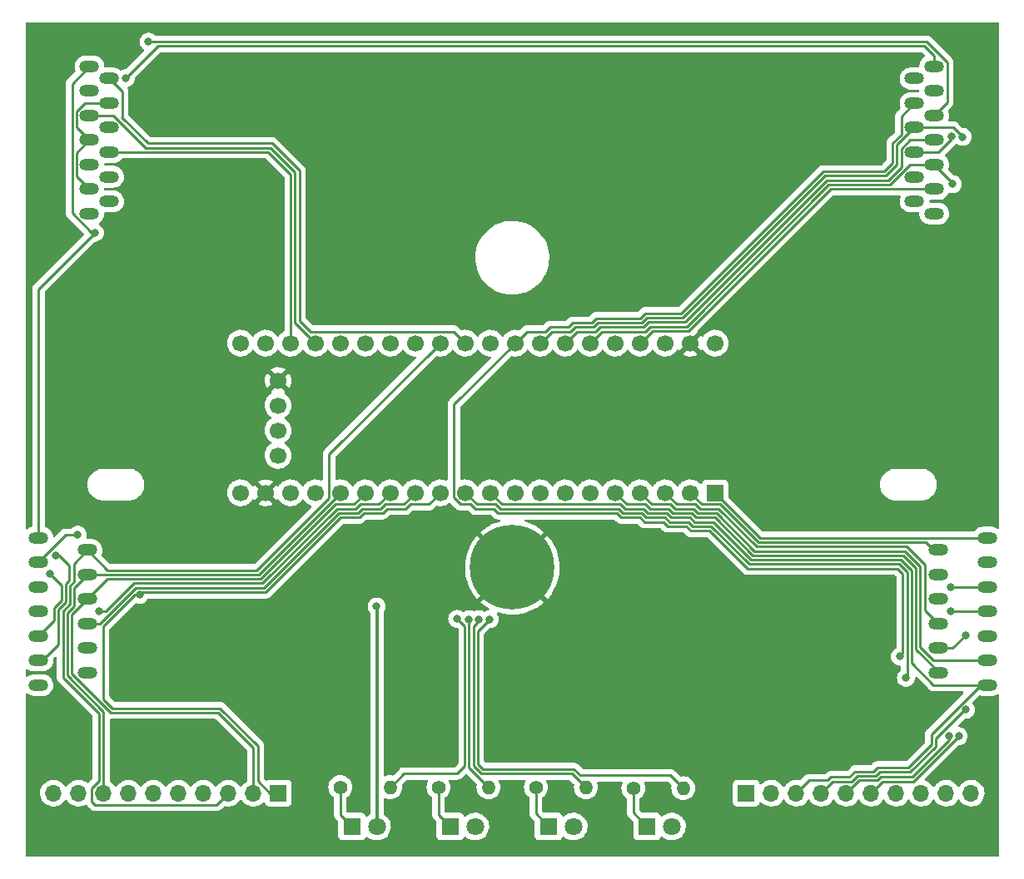
<source format=gtl>
G04 #@! TF.GenerationSoftware,KiCad,Pcbnew,(6.0.1-0)*
G04 #@! TF.CreationDate,2022-08-05T18:56:22-07:00*
G04 #@! TF.ProjectId,kicad_port,6b696361-645f-4706-9f72-742e6b696361,rev?*
G04 #@! TF.SameCoordinates,Original*
G04 #@! TF.FileFunction,Copper,L1,Top*
G04 #@! TF.FilePolarity,Positive*
%FSLAX46Y46*%
G04 Gerber Fmt 4.6, Leading zero omitted, Abs format (unit mm)*
G04 Created by KiCad (PCBNEW (6.0.1-0)) date 2022-08-05 18:56:22*
%MOMM*%
%LPD*%
G01*
G04 APERTURE LIST*
G04 #@! TA.AperFunction,ComponentPad*
%ADD10R,1.800000X1.800000*%
G04 #@! TD*
G04 #@! TA.AperFunction,ComponentPad*
%ADD11C,1.800000*%
G04 #@! TD*
G04 #@! TA.AperFunction,ComponentPad*
%ADD12C,1.400000*%
G04 #@! TD*
G04 #@! TA.AperFunction,ComponentPad*
%ADD13O,1.400000X1.400000*%
G04 #@! TD*
G04 #@! TA.AperFunction,ComponentPad*
%ADD14C,8.600000*%
G04 #@! TD*
G04 #@! TA.AperFunction,ComponentPad*
%ADD15O,2.000000X1.200000*%
G04 #@! TD*
G04 #@! TA.AperFunction,ComponentPad*
%ADD16R,1.700000X1.700000*%
G04 #@! TD*
G04 #@! TA.AperFunction,ComponentPad*
%ADD17O,1.700000X1.700000*%
G04 #@! TD*
G04 #@! TA.AperFunction,ComponentPad*
%ADD18C,1.700000*%
G04 #@! TD*
G04 #@! TA.AperFunction,ViaPad*
%ADD19C,0.800000*%
G04 #@! TD*
G04 #@! TA.AperFunction,Conductor*
%ADD20C,0.250000*%
G04 #@! TD*
G04 #@! TA.AperFunction,Conductor*
%ADD21C,0.375000*%
G04 #@! TD*
G04 APERTURE END LIST*
D10*
X133700000Y-132400000D03*
D11*
X136240000Y-132400000D03*
D10*
X143700000Y-132400000D03*
D11*
X146240000Y-132400000D03*
D10*
X153700000Y-132400000D03*
D11*
X156240000Y-132400000D03*
D10*
X163700000Y-132400000D03*
D11*
X166240000Y-132400000D03*
D12*
X132500000Y-128400000D03*
D13*
X137580000Y-128400000D03*
D12*
X142500000Y-128400000D03*
D13*
X147580000Y-128400000D03*
D12*
X152400000Y-128400000D03*
D13*
X157480000Y-128400000D03*
D12*
X162300000Y-128500000D03*
D13*
X167380000Y-128500000D03*
D14*
X150000000Y-106000000D03*
D15*
X192900000Y-55000000D03*
X190900000Y-56250000D03*
X192900000Y-57500000D03*
X190900000Y-58750000D03*
X192900000Y-60000000D03*
X190900000Y-61250000D03*
X192900000Y-62500000D03*
X190900000Y-63750000D03*
X192900000Y-65000000D03*
X190900000Y-66250000D03*
X192900000Y-67500000D03*
X190900000Y-68750000D03*
X192900000Y-70000000D03*
X107000000Y-70000000D03*
X109000000Y-68750000D03*
X107000000Y-67500000D03*
X109000000Y-66250000D03*
X107000000Y-65000000D03*
X109000000Y-63750000D03*
X107000000Y-62500000D03*
X109000000Y-61250000D03*
X107000000Y-60000000D03*
X109000000Y-58750000D03*
X107000000Y-57500000D03*
X109000000Y-56250000D03*
X107000000Y-55000000D03*
X198300000Y-103000000D03*
X193300000Y-104250000D03*
X198300000Y-105500000D03*
X193300000Y-106750000D03*
X198300000Y-108000000D03*
X193300000Y-109250000D03*
X198300000Y-110500000D03*
X193300000Y-111750000D03*
X198300000Y-113000000D03*
X193300000Y-114250000D03*
X198300000Y-115500000D03*
X193300000Y-116750000D03*
X198300000Y-118000000D03*
X101800000Y-118000000D03*
X106800000Y-116750000D03*
X101800000Y-115500000D03*
X106800000Y-114250000D03*
X101800000Y-113000000D03*
X106800000Y-111750000D03*
X101800000Y-110500000D03*
X106800000Y-109250000D03*
X101800000Y-108000000D03*
X106800000Y-106750000D03*
X101800000Y-105500000D03*
X106800000Y-104250000D03*
X101800000Y-103000000D03*
D16*
X173800000Y-129000000D03*
D17*
X176340000Y-129000000D03*
X178880000Y-129000000D03*
X181420000Y-129000000D03*
X183960000Y-129000000D03*
X186500000Y-129000000D03*
X189040000Y-129000000D03*
X191580000Y-129000000D03*
X194120000Y-129000000D03*
X196660000Y-129000000D03*
D16*
X126200000Y-129000000D03*
D17*
X123660000Y-129000000D03*
X121120000Y-129000000D03*
X118580000Y-129000000D03*
X116040000Y-129000000D03*
X113500000Y-129000000D03*
X110960000Y-129000000D03*
X108420000Y-129000000D03*
X105880000Y-129000000D03*
X103340000Y-129000000D03*
D16*
X170630000Y-98425000D03*
D18*
X168090000Y-98425000D03*
X165550000Y-98425000D03*
X163010000Y-98425000D03*
X160470000Y-98425000D03*
X157930000Y-98425000D03*
X155390000Y-98425000D03*
X152850000Y-98425000D03*
X150310000Y-98425000D03*
X147770000Y-98425000D03*
X145230000Y-98425000D03*
X142690000Y-98425000D03*
X140150000Y-98425000D03*
X137610000Y-98425000D03*
X135070000Y-98425000D03*
X132530000Y-98425000D03*
X129990000Y-98425000D03*
X127450000Y-98425000D03*
X124910000Y-98425000D03*
X122370000Y-98425000D03*
X122370000Y-83185000D03*
X124910000Y-83185000D03*
X127450000Y-83185000D03*
X129990000Y-83185000D03*
X132530000Y-83185000D03*
X135070000Y-83185000D03*
X137610000Y-83185000D03*
X140150000Y-83185000D03*
X142690000Y-83185000D03*
X145230000Y-83185000D03*
X147770000Y-83185000D03*
X150310000Y-83185000D03*
X152850000Y-83185000D03*
X155390000Y-83185000D03*
X157930000Y-83185000D03*
X160470000Y-83185000D03*
X163010000Y-83185000D03*
X165550000Y-83185000D03*
X168090000Y-83185000D03*
X170630000Y-83185000D03*
X126181000Y-86993000D03*
X126181000Y-89533000D03*
X126181000Y-92073000D03*
X126181000Y-94613000D03*
D19*
X136200000Y-110000000D03*
X110700000Y-56200000D03*
X194700000Y-62100000D03*
X194800000Y-67000000D03*
X196124500Y-112900000D03*
X194600000Y-110500000D03*
X195800000Y-62200000D03*
X113000000Y-52500000D03*
X189425980Y-115100000D03*
X107550000Y-71950000D03*
X103600000Y-104800000D03*
X103000000Y-106700000D03*
X194600000Y-108000000D03*
X194387701Y-123187701D03*
X196124500Y-120500000D03*
X195400000Y-123200000D03*
X112100000Y-108823060D03*
X105800000Y-102700000D03*
X108000000Y-110500000D03*
X190037701Y-117262299D03*
X113500000Y-117000000D03*
X121000000Y-103000000D03*
X154432000Y-110363000D03*
X113500000Y-124500000D03*
X149479000Y-91694000D03*
X112500000Y-77000000D03*
X164592000Y-107188000D03*
X140600000Y-118100000D03*
X186000000Y-58000000D03*
X129413000Y-109601000D03*
X143764000Y-86233000D03*
X187700000Y-110900000D03*
X144399000Y-111252000D03*
X145600497Y-111300000D03*
X146600000Y-111300000D03*
X147700000Y-111300000D03*
D20*
X132500000Y-131200000D02*
X133700000Y-132400000D01*
X132500000Y-128400000D02*
X132500000Y-131200000D01*
D21*
X136240000Y-110040000D02*
X136200000Y-110000000D01*
X136240000Y-132400000D02*
X136240000Y-110040000D01*
D20*
X142500000Y-128400000D02*
X142500000Y-131200000D01*
X142500000Y-131200000D02*
X143700000Y-132400000D01*
X152400000Y-131100000D02*
X153700000Y-132400000D01*
X152400000Y-128400000D02*
X152400000Y-131100000D01*
X162300000Y-128500000D02*
X162300000Y-131000000D01*
X162300000Y-131000000D02*
X163700000Y-132400000D01*
X167920480Y-81949520D02*
X164245480Y-81949520D01*
X164245480Y-81949520D02*
X163010000Y-83185000D01*
X192900000Y-53928250D02*
X191921270Y-52949520D01*
X192900000Y-55000000D02*
X192900000Y-53928250D01*
X191921270Y-52949520D02*
X113950480Y-52949520D01*
X194700000Y-62407468D02*
X194700000Y-62100000D01*
X182370000Y-67500000D02*
X167920480Y-81949520D01*
X193357468Y-63750000D02*
X194700000Y-62407468D01*
X192900000Y-67500000D02*
X182370000Y-67500000D01*
X113950480Y-52949520D02*
X110700000Y-56200000D01*
X190900000Y-63750000D02*
X193357468Y-63750000D01*
X163873085Y-81050480D02*
X167548086Y-81050480D01*
X169049282Y-79549282D02*
X181549282Y-67049282D01*
X189571266Y-65235548D02*
X189571266Y-63371266D01*
X107000000Y-62500000D02*
X105675480Y-63824520D01*
X155390000Y-83185000D02*
X156564511Y-82010489D01*
X105675480Y-61175480D02*
X107000000Y-62500000D01*
X158918313Y-81560969D02*
X163362596Y-81560969D01*
X105675480Y-63824520D02*
X105675480Y-66175480D01*
X158468793Y-82010489D02*
X158918313Y-81560969D01*
X156564511Y-82010489D02*
X158468793Y-82010489D01*
X167548084Y-81050480D02*
X169049282Y-79549282D01*
X181899040Y-66699524D02*
X181549282Y-67049282D01*
X181549282Y-67049282D02*
X181997605Y-66600960D01*
X167548086Y-81050480D02*
X169049282Y-79549282D01*
X190442532Y-62500000D02*
X192900000Y-62500000D01*
X106542532Y-58750000D02*
X105675480Y-59617052D01*
X188205854Y-66600960D02*
X189571266Y-65235548D01*
X105675480Y-59617052D02*
X105675480Y-61175480D01*
X163362596Y-81560969D02*
X163873085Y-81050480D01*
X189571266Y-63371266D02*
X190442532Y-62500000D01*
X181997605Y-66600960D02*
X188205854Y-66600960D01*
X105675480Y-66175480D02*
X107000000Y-67500000D01*
X109000000Y-58750000D02*
X106542532Y-58750000D01*
X193300000Y-114250000D02*
X194774500Y-114250000D01*
X167734282Y-81500000D02*
X164059282Y-81500000D01*
X192900000Y-65000000D02*
X194800000Y-66900000D01*
X194774500Y-114250000D02*
X196124500Y-112900000D01*
X194800000Y-66900000D02*
X194800000Y-67000000D01*
X167734282Y-81500000D02*
X182183802Y-67050480D01*
X190442532Y-65000000D02*
X192900000Y-65000000D01*
X163548793Y-82010489D02*
X159104511Y-82010489D01*
X182183802Y-67050480D02*
X188392052Y-67050480D01*
X164059282Y-81500000D02*
X163548793Y-82010489D01*
X188392052Y-67050480D02*
X190442532Y-65000000D01*
X159104511Y-82010489D02*
X157930000Y-83185000D01*
X198300000Y-110500000D02*
X194600000Y-110500000D01*
X163176399Y-81111449D02*
X163686888Y-80600960D01*
X189121746Y-65049350D02*
X189121746Y-63028254D01*
X188019656Y-66151440D02*
X189121746Y-65049350D01*
X190900000Y-61250000D02*
X194874614Y-61250000D01*
X195800000Y-62175386D02*
X195800000Y-62200000D01*
X154024511Y-82010489D02*
X155924489Y-82010489D01*
X194874614Y-61250000D02*
X195800000Y-62175386D01*
X152850000Y-83185000D02*
X154024511Y-82010489D01*
X163686888Y-80600960D02*
X167361888Y-80600960D01*
X189121746Y-63028254D02*
X190900000Y-61250000D01*
X181811408Y-66151440D02*
X188019656Y-66151440D01*
X167361888Y-80600960D02*
X181811408Y-66151440D01*
X158282596Y-81560969D02*
X158732116Y-81111449D01*
X156374009Y-81560969D02*
X158282596Y-81560969D01*
X158732116Y-81111449D02*
X163176399Y-81111449D01*
X155924489Y-82010489D02*
X156374009Y-81560969D01*
X192107468Y-52500000D02*
X113000000Y-52500000D01*
X110324520Y-57574520D02*
X110324520Y-60175480D01*
X144055489Y-82010489D02*
X145230000Y-83185000D01*
X129451207Y-82010489D02*
X144055489Y-82010489D01*
X194224520Y-54617052D02*
X192107468Y-52500000D01*
X125572396Y-62850960D02*
X128349040Y-65627605D01*
X192900000Y-60000000D02*
X194224520Y-58675480D01*
X110324520Y-60175480D02*
X110296593Y-60203407D01*
X194224520Y-58675480D02*
X194224520Y-54617052D01*
X128349040Y-65627605D02*
X128349040Y-80908322D01*
X112944146Y-62850960D02*
X125572396Y-62850960D01*
X109000000Y-56250000D02*
X110324520Y-57574520D01*
X110296593Y-60203407D02*
X112944146Y-62850960D01*
X128349040Y-80908322D02*
X129451207Y-82010489D01*
X165793525Y-101847111D02*
X165344005Y-101397591D01*
X158545919Y-80661929D02*
X162990201Y-80661929D01*
X188672226Y-62842056D02*
X189575480Y-61938802D01*
X189575480Y-60074520D02*
X190900000Y-58750000D01*
X161085920Y-100948071D02*
X160636400Y-100498551D01*
X167697808Y-101847111D02*
X165793525Y-101847111D01*
X162990202Y-100948071D02*
X161085920Y-100948071D01*
X153388793Y-82010489D02*
X153838314Y-81560969D01*
X189425980Y-115100000D02*
X189700960Y-114825020D01*
X153838314Y-81560969D02*
X155738291Y-81560969D01*
X189700960Y-106679550D02*
X189168050Y-106146640D01*
X144743501Y-99599511D02*
X144055489Y-98911499D01*
X188672226Y-64863152D02*
X188672226Y-62842056D01*
X170051605Y-102296631D02*
X168147328Y-102296631D01*
X144055489Y-98911499D02*
X144055489Y-89439511D01*
X148122596Y-100049031D02*
X146218314Y-100049031D01*
X144055489Y-89439511D02*
X150310000Y-83185000D01*
X187833458Y-65701920D02*
X188672226Y-64863152D01*
X162990201Y-80661929D02*
X163500691Y-80151440D01*
X151484511Y-82010489D02*
X153388793Y-82010489D01*
X163439722Y-101397591D02*
X162990202Y-100948071D01*
X148572116Y-100498551D02*
X148122596Y-100049031D01*
X165344005Y-101397591D02*
X163439722Y-101397591D01*
X155738291Y-81560969D02*
X156187812Y-81111449D01*
X150310000Y-83185000D02*
X151484511Y-82010489D01*
X156187812Y-81111449D02*
X158096398Y-81111449D01*
X146218314Y-100049031D02*
X145768794Y-99599511D01*
X189700960Y-114825020D02*
X189700960Y-106679550D01*
X160636400Y-100498551D02*
X148572116Y-100498551D01*
X173901614Y-106146640D02*
X170051605Y-102296631D01*
X181625210Y-65701920D02*
X187833458Y-65701920D01*
X163500691Y-80151440D02*
X167175690Y-80151440D01*
X189575480Y-61938802D02*
X189575480Y-60074520D01*
X167175690Y-80151440D02*
X181625210Y-65701920D01*
X145768794Y-99599511D02*
X144743501Y-99599511D01*
X168147328Y-102296631D02*
X167697808Y-101847111D01*
X189168050Y-106146640D02*
X173901614Y-106146640D01*
X158096398Y-81111449D02*
X158545919Y-80661929D01*
X105225960Y-56774040D02*
X105225960Y-69933428D01*
X107000000Y-55000000D02*
X105225960Y-56774040D01*
X105225960Y-69933428D02*
X107242532Y-71950000D01*
X101800000Y-77700000D02*
X101800000Y-103000000D01*
X107550000Y-71950000D02*
X101800000Y-77700000D01*
X107242532Y-71950000D02*
X107550000Y-71950000D01*
X103600000Y-104800000D02*
X103900000Y-104800000D01*
X104789282Y-107489282D02*
X104950480Y-107328084D01*
X103851440Y-110291407D02*
X104576440Y-109566407D01*
X104576440Y-107702124D02*
X104789282Y-107489282D01*
X112757948Y-63300480D02*
X109457468Y-60000000D01*
X104576440Y-109566407D02*
X104576440Y-107702124D01*
X127899520Y-65813802D02*
X125386198Y-63300480D01*
X125386198Y-63300480D02*
X112757948Y-63300480D01*
X103900000Y-104800000D02*
X104950480Y-105850480D01*
X129990000Y-83185000D02*
X127899520Y-81094520D01*
X101800000Y-115500000D02*
X102200000Y-115500000D01*
X104950480Y-107328084D02*
X104950480Y-106550480D01*
X103851440Y-113848560D02*
X103851440Y-110291407D01*
X104950480Y-105850480D02*
X104950480Y-106550480D01*
X102200000Y-115500000D02*
X103851440Y-113848560D01*
X127899520Y-81094520D02*
X127899520Y-65813802D01*
X109457468Y-60000000D02*
X107000000Y-60000000D01*
X127450000Y-66000000D02*
X125200000Y-63750000D01*
X103401920Y-110105209D02*
X104126920Y-109380209D01*
X104126920Y-107826920D02*
X103000000Y-106700000D01*
X198300000Y-108000000D02*
X194600000Y-108000000D01*
X103401920Y-111398080D02*
X103401920Y-110105209D01*
X104126920Y-109380209D02*
X104126920Y-109126920D01*
X109000000Y-63750000D02*
X125200000Y-63750000D01*
X101800000Y-113000000D02*
X103401920Y-111398080D01*
X104126920Y-109126920D02*
X104126920Y-107826920D01*
X127450000Y-83185000D02*
X127450000Y-66000000D01*
X192620322Y-122979564D02*
X197599886Y-118000000D01*
X148944511Y-99599511D02*
X147770000Y-98425000D01*
X168070202Y-100948071D02*
X166165919Y-100948071D01*
X161008794Y-99599511D02*
X148944511Y-99599511D01*
X182408314Y-127375969D02*
X184300000Y-127375969D01*
X197599886Y-118000000D02*
X198300000Y-118000000D01*
X192842532Y-118000000D02*
X190600000Y-115757468D01*
X161458314Y-100049031D02*
X161008794Y-99599511D01*
X190291886Y-126400960D02*
X192620322Y-124072524D01*
X180180000Y-127700000D02*
X182084282Y-127700000D01*
X165716399Y-100498551D02*
X163812116Y-100498551D01*
X187100000Y-126400960D02*
X190291886Y-126400960D01*
X184875009Y-126800960D02*
X186700000Y-126800960D01*
X186700000Y-126800960D02*
X187100000Y-126400960D01*
X168519722Y-101397591D02*
X168070202Y-100948071D01*
X182084282Y-127700000D02*
X182408314Y-127375969D01*
X174274010Y-105247600D02*
X170424001Y-101397591D01*
X170424001Y-101397591D02*
X168519722Y-101397591D01*
X163812116Y-100498551D02*
X163362596Y-100049031D01*
X184300000Y-127375969D02*
X184875009Y-126800960D01*
X166165919Y-100948071D02*
X165716399Y-100498551D01*
X192620322Y-124072524D02*
X192620322Y-122979564D01*
X178880000Y-129000000D02*
X180180000Y-127700000D01*
X190600000Y-106307154D02*
X189540446Y-105247600D01*
X163362596Y-100049031D02*
X161458314Y-100049031D01*
X190600000Y-115757468D02*
X190600000Y-106307154D01*
X198300000Y-118000000D02*
X192842532Y-118000000D01*
X189540446Y-105247600D02*
X174274010Y-105247600D01*
X193300000Y-116750000D02*
X193300000Y-116593185D01*
X166352116Y-100498551D02*
X165902596Y-100049031D01*
X174460208Y-104798080D02*
X170610199Y-100948071D01*
X163998314Y-100049031D02*
X163548794Y-99599511D01*
X183960000Y-129000000D02*
X185260000Y-127700000D01*
X168256399Y-100498551D02*
X166352116Y-100498551D01*
X194387701Y-123576581D02*
X194387701Y-123187701D01*
X161644511Y-99599511D02*
X160470000Y-98425000D01*
X163548794Y-99599511D02*
X161644511Y-99599511D01*
X187164282Y-127700000D02*
X187488314Y-127375969D01*
X190664282Y-127300000D02*
X194387701Y-123576581D01*
X187564283Y-127300000D02*
X190664282Y-127300000D01*
X189726644Y-104798080D02*
X174460208Y-104798080D01*
X170610199Y-100948071D02*
X168705919Y-100948071D01*
X185260000Y-127700000D02*
X187164282Y-127700000D01*
X187488314Y-127375969D02*
X187564283Y-127300000D01*
X165902596Y-100049031D02*
X163998314Y-100049031D01*
X193300000Y-116593185D02*
X191050480Y-114343665D01*
X168705919Y-100948071D02*
X168256399Y-100498551D01*
X191050480Y-114343665D02*
X191050480Y-106121916D01*
X191050480Y-106121916D02*
X189726644Y-104798080D01*
X174646406Y-104348560D02*
X170796397Y-100498551D01*
X182594511Y-127825489D02*
X184498793Y-127825489D01*
X191500000Y-105935718D02*
X189912842Y-104348560D01*
X191500000Y-114157468D02*
X191500000Y-105935718D01*
X190478084Y-126850480D02*
X193069842Y-124258722D01*
X187378086Y-126850480D02*
X190478084Y-126850480D01*
X196050788Y-120500000D02*
X196124500Y-120500000D01*
X166088794Y-99599511D02*
X164184511Y-99599511D01*
X170796397Y-100498551D02*
X168892117Y-100498551D01*
X164184511Y-99599511D02*
X163010000Y-98425000D01*
X192842532Y-115500000D02*
X191500000Y-114157468D01*
X168892117Y-100498551D02*
X168442597Y-100049031D01*
X189912842Y-104348560D02*
X174646406Y-104348560D01*
X193069842Y-123480946D02*
X196050788Y-120500000D01*
X184498793Y-127825489D02*
X185073803Y-127250480D01*
X193069842Y-124258722D02*
X193069842Y-123480946D01*
X166538314Y-100049031D02*
X166088794Y-99599511D01*
X185073803Y-127250480D02*
X186978086Y-127250480D01*
X198300000Y-115500000D02*
X192842532Y-115500000D01*
X181420000Y-129000000D02*
X182594511Y-127825489D01*
X186978086Y-127250480D02*
X187378086Y-126850480D01*
X168442597Y-100049031D02*
X166538314Y-100049031D01*
X169078314Y-100049031D02*
X168628794Y-99599511D01*
X191975480Y-110425480D02*
X191975480Y-105775480D01*
X193300000Y-111750000D02*
X191975480Y-110425480D01*
X190099040Y-103899040D02*
X174832604Y-103899040D01*
X170982595Y-100049031D02*
X169078314Y-100049031D01*
X191975480Y-105775480D02*
X190099040Y-103899040D01*
X166724511Y-99599511D02*
X165550000Y-98425000D01*
X174832604Y-103899040D02*
X170982595Y-100049031D01*
X168628794Y-99599511D02*
X166724511Y-99599511D01*
X186500000Y-129000000D02*
X187674511Y-127825489D01*
X169264511Y-99599511D02*
X168090000Y-98425000D01*
X192850000Y-104250000D02*
X192049520Y-103449520D01*
X193300000Y-104250000D02*
X192850000Y-104250000D01*
X192049520Y-103449520D02*
X175018802Y-103449520D01*
X171168793Y-99599511D02*
X169264511Y-99599511D01*
X175018802Y-103449520D02*
X171168793Y-99599511D01*
X190774511Y-127825489D02*
X195400000Y-123200000D01*
X187674511Y-127825489D02*
X190774511Y-127825489D01*
X198300000Y-103000000D02*
X175205000Y-103000000D01*
X175205000Y-103000000D02*
X170630000Y-98425000D01*
X131355489Y-98963793D02*
X131355489Y-94519511D01*
X108850480Y-106300480D02*
X124018802Y-106300480D01*
X107245489Y-128513501D02*
X107970480Y-127788510D01*
X121120000Y-129000000D02*
X119945489Y-130174511D01*
X104300960Y-110477604D02*
X105025960Y-109752604D01*
X106800000Y-104250000D02*
X108850480Y-106300480D01*
X105400000Y-107514282D02*
X105400000Y-105650000D01*
X107245489Y-129845489D02*
X107245489Y-128513501D01*
X107970480Y-127788510D02*
X107970480Y-120899383D01*
X105400000Y-105650000D02*
X106800000Y-104250000D01*
X107574511Y-130174511D02*
X107245489Y-129845489D01*
X119945489Y-130174511D02*
X107574511Y-130174511D01*
X105025960Y-107888322D02*
X105400000Y-107514282D01*
X107970480Y-120899383D02*
X104300960Y-117229863D01*
X124018802Y-106300480D02*
X131355489Y-98963793D01*
X131355489Y-94519511D02*
X142690000Y-83185000D01*
X104300960Y-117229863D02*
X104300960Y-110477604D01*
X105025960Y-109752604D02*
X105025960Y-107888322D01*
X120286198Y-120350480D02*
X124109520Y-124173802D01*
X111612658Y-108823060D02*
X108400000Y-112035718D01*
X124109520Y-127788510D02*
X125321010Y-129000000D01*
X137257403Y-100049031D02*
X139161686Y-100049031D01*
X141515489Y-99599511D02*
X142690000Y-98425000D01*
X124109520Y-124173802D02*
X124109520Y-127788510D01*
X125321010Y-129000000D02*
X126200000Y-129000000D01*
X136807883Y-100498551D02*
X137257403Y-100049031D01*
X101800000Y-105500000D02*
X104600000Y-102700000D01*
X112374980Y-108548080D02*
X124949792Y-108548080D01*
X112100000Y-108823060D02*
X111612658Y-108823060D01*
X132549801Y-100948071D02*
X134454082Y-100948071D01*
X112100000Y-108823060D02*
X112374980Y-108548080D01*
X124949792Y-108548080D02*
X132549801Y-100948071D01*
X108400000Y-119421750D02*
X109328730Y-120350480D01*
X134903602Y-100498551D02*
X136807883Y-100498551D01*
X109328730Y-120350480D02*
X120286198Y-120350480D01*
X134454082Y-100948071D02*
X134903602Y-100498551D01*
X139611206Y-99599511D02*
X141515489Y-99599511D01*
X108400000Y-112035718D02*
X108400000Y-119421750D01*
X139161686Y-100049031D02*
X139611206Y-99599511D01*
X104600000Y-102700000D02*
X105800000Y-102700000D01*
X104750480Y-110663802D02*
X105475480Y-109938802D01*
X108420000Y-129000000D02*
X108420000Y-120713186D01*
X105475480Y-108074520D02*
X106800000Y-106750000D01*
X124205000Y-106750000D02*
X132530000Y-98425000D01*
X104750480Y-117043666D02*
X104750480Y-110663802D01*
X106800000Y-106750000D02*
X124205000Y-106750000D01*
X105475480Y-109938802D02*
X105475480Y-108074520D01*
X108420000Y-120713186D02*
X104750480Y-117043666D01*
X106800000Y-109250000D02*
X106800000Y-109200000D01*
X124391198Y-107199520D02*
X131991207Y-99599511D01*
X105200000Y-110850000D02*
X105200000Y-116857468D01*
X123660000Y-124360000D02*
X123660000Y-129000000D01*
X133895489Y-99599511D02*
X135070000Y-98425000D01*
X108800480Y-107199520D02*
X124391198Y-107199520D01*
X106800000Y-109200000D02*
X108800480Y-107199520D01*
X120100000Y-120800000D02*
X123660000Y-124360000D01*
X131991207Y-99599511D02*
X133895489Y-99599511D01*
X106800000Y-109250000D02*
X105200000Y-110850000D01*
X105200000Y-116857468D02*
X109142532Y-120800000D01*
X109142532Y-120800000D02*
X120100000Y-120800000D01*
X108000000Y-110500000D02*
X108664282Y-110500000D01*
X132177405Y-100049031D02*
X134081686Y-100049031D01*
X136435489Y-99599511D02*
X137610000Y-98425000D01*
X108664282Y-110500000D02*
X111515243Y-107649040D01*
X134081686Y-100049031D02*
X134531206Y-99599511D01*
X134531206Y-99599511D02*
X136435489Y-99599511D01*
X124577396Y-107649040D02*
X132177405Y-100049031D01*
X111515243Y-107649040D02*
X124577396Y-107649040D01*
X134717404Y-100049031D02*
X136621686Y-100049031D01*
X132363603Y-100498551D02*
X134267884Y-100498551D01*
X138975489Y-99599511D02*
X140150000Y-98425000D01*
X108050000Y-111750000D02*
X111701440Y-108098560D01*
X106800000Y-111750000D02*
X108050000Y-111750000D01*
X134267884Y-100498551D02*
X134717404Y-100049031D01*
X137071206Y-99599511D02*
X138975489Y-99599511D01*
X111701440Y-108098560D02*
X124763594Y-108098560D01*
X136621686Y-100049031D02*
X137071206Y-99599511D01*
X124763594Y-108098560D02*
X132363603Y-100498551D01*
X190037701Y-117262299D02*
X190150480Y-117149520D01*
X146404511Y-99599511D02*
X145230000Y-98425000D01*
X170237803Y-101847111D02*
X168333525Y-101847111D01*
X148758314Y-100049031D02*
X148308794Y-99599511D01*
X161272117Y-100498551D02*
X160822597Y-100049031D01*
X190150480Y-117149520D02*
X190150480Y-106493352D01*
X165979722Y-101397591D02*
X165530202Y-100948071D01*
X163176399Y-100498551D02*
X161272117Y-100498551D01*
X165530202Y-100948071D02*
X163625919Y-100948071D01*
X167884005Y-101397591D02*
X165979722Y-101397591D01*
X148308794Y-99599511D02*
X146404511Y-99599511D01*
X160822597Y-100049031D02*
X148758314Y-100049031D01*
X189354248Y-105697120D02*
X174087812Y-105697120D01*
X174087812Y-105697120D02*
X170237803Y-101847111D01*
X163625919Y-100948071D02*
X163176399Y-100498551D01*
X190150480Y-106493352D02*
X189354248Y-105697120D01*
X168333525Y-101847111D02*
X167884005Y-101397591D01*
X138880000Y-127100000D02*
X138980000Y-127000000D01*
X144400000Y-127000000D02*
X145150977Y-126249023D01*
X138980000Y-127000000D02*
X144400000Y-127000000D01*
X144872009Y-111725009D02*
X144399000Y-111252000D01*
X145150977Y-126249023D02*
X145150977Y-112000000D01*
X137580000Y-128400000D02*
X138880000Y-127100000D01*
X145150977Y-112000000D02*
X144875986Y-111725009D01*
X144875986Y-111725009D02*
X144872009Y-111725009D01*
X145600497Y-126420497D02*
X145600497Y-111300000D01*
X147580000Y-128400000D02*
X145600497Y-126420497D01*
X157480000Y-128400000D02*
X156080000Y-127000000D01*
X156080000Y-127000000D02*
X146815718Y-127000000D01*
X146815718Y-127000000D02*
X146050017Y-126234299D01*
X146050017Y-126234299D02*
X146050017Y-112049983D01*
X146050017Y-112049983D02*
X146400000Y-111700000D01*
X146499537Y-126048101D02*
X146499537Y-112700000D01*
X147001916Y-126550480D02*
X146499537Y-126048101D01*
X156915718Y-127200000D02*
X156266197Y-126550480D01*
X148200000Y-126550480D02*
X147001916Y-126550480D01*
X156266197Y-126550480D02*
X148200000Y-126550480D01*
X166080000Y-127200000D02*
X156915718Y-127200000D01*
X167380000Y-128500000D02*
X166080000Y-127200000D01*
X146499537Y-112700000D02*
X146499537Y-112500463D01*
X146499537Y-112500463D02*
X147700000Y-111300000D01*
G04 #@! TA.AperFunction,Conductor*
G36*
X143703385Y-99461407D02*
G01*
X143729566Y-99481481D01*
X144239854Y-99991769D01*
X144247388Y-100000048D01*
X144251501Y-100006529D01*
X144272596Y-100026338D01*
X144301152Y-100053154D01*
X144303994Y-100055909D01*
X144323731Y-100075646D01*
X144326928Y-100078126D01*
X144335948Y-100085829D01*
X144368180Y-100116097D01*
X144375126Y-100119916D01*
X144375129Y-100119918D01*
X144385935Y-100125859D01*
X144402454Y-100136710D01*
X144418460Y-100149125D01*
X144425729Y-100152270D01*
X144425733Y-100152273D01*
X144459038Y-100166685D01*
X144469688Y-100171902D01*
X144508441Y-100193206D01*
X144516116Y-100195177D01*
X144516117Y-100195177D01*
X144528063Y-100198244D01*
X144546768Y-100204648D01*
X144565356Y-100212692D01*
X144573179Y-100213931D01*
X144573189Y-100213934D01*
X144609025Y-100219610D01*
X144620645Y-100222016D01*
X144652460Y-100230184D01*
X144663471Y-100233011D01*
X144683725Y-100233011D01*
X144703435Y-100234562D01*
X144723444Y-100237731D01*
X144731336Y-100236985D01*
X144750081Y-100235213D01*
X144767463Y-100233570D01*
X144779320Y-100233011D01*
X145454200Y-100233011D01*
X145522321Y-100253013D01*
X145543295Y-100269916D01*
X145714657Y-100441278D01*
X145722201Y-100449568D01*
X145726314Y-100456049D01*
X145732091Y-100461474D01*
X145775981Y-100502689D01*
X145778823Y-100505444D01*
X145798544Y-100525165D01*
X145801739Y-100527643D01*
X145810761Y-100535349D01*
X145842993Y-100565617D01*
X145849942Y-100569437D01*
X145860746Y-100575377D01*
X145877270Y-100586230D01*
X145893273Y-100598644D01*
X145933857Y-100616207D01*
X145944487Y-100621414D01*
X145983254Y-100642726D01*
X145990931Y-100644697D01*
X145990936Y-100644699D01*
X146002872Y-100647763D01*
X146021580Y-100654168D01*
X146040169Y-100662212D01*
X146047997Y-100663452D01*
X146048004Y-100663454D01*
X146083838Y-100669130D01*
X146095458Y-100671536D01*
X146127273Y-100679704D01*
X146138284Y-100682531D01*
X146158538Y-100682531D01*
X146178248Y-100684082D01*
X146198257Y-100687251D01*
X146206149Y-100686505D01*
X146224894Y-100684733D01*
X146242276Y-100683090D01*
X146254133Y-100682531D01*
X147808002Y-100682531D01*
X147876123Y-100702533D01*
X147897097Y-100719436D01*
X148068459Y-100890798D01*
X148076003Y-100899088D01*
X148080116Y-100905569D01*
X148085893Y-100910994D01*
X148129783Y-100952209D01*
X148132625Y-100954964D01*
X148152346Y-100974685D01*
X148155541Y-100977163D01*
X148164563Y-100984869D01*
X148196795Y-101015137D01*
X148203744Y-101018957D01*
X148214548Y-101024897D01*
X148231072Y-101035750D01*
X148247075Y-101048164D01*
X148287659Y-101065727D01*
X148298289Y-101070934D01*
X148337056Y-101092246D01*
X148344733Y-101094217D01*
X148344738Y-101094219D01*
X148356674Y-101097283D01*
X148375382Y-101103688D01*
X148393971Y-101111732D01*
X148401799Y-101112972D01*
X148401806Y-101112974D01*
X148437640Y-101118650D01*
X148449260Y-101121056D01*
X148481075Y-101129224D01*
X148492086Y-101132051D01*
X148512340Y-101132051D01*
X148532050Y-101133602D01*
X148552059Y-101136771D01*
X148559951Y-101136025D01*
X148578696Y-101134253D01*
X148596078Y-101132610D01*
X148607935Y-101132051D01*
X148629866Y-101132051D01*
X148697987Y-101152053D01*
X148744480Y-101205709D01*
X148754584Y-101275983D01*
X148725090Y-101340563D01*
X148661520Y-101380010D01*
X148587547Y-101399209D01*
X148582181Y-101400861D01*
X148184153Y-101542983D01*
X148178965Y-101545100D01*
X147795133Y-101722050D01*
X147790164Y-101724614D01*
X147423581Y-101934984D01*
X147418848Y-101937987D01*
X147072420Y-102180109D01*
X147067979Y-102183517D01*
X146796476Y-102411739D01*
X146788031Y-102424456D01*
X146794139Y-102434929D01*
X149987188Y-105627978D01*
X150001132Y-105635592D01*
X150002965Y-105635461D01*
X150009580Y-105631210D01*
X153202754Y-102438036D01*
X153210316Y-102424187D01*
X153203987Y-102414962D01*
X153030928Y-102261582D01*
X153026561Y-102258046D01*
X152686600Y-102006948D01*
X152681947Y-102003821D01*
X152320995Y-101783926D01*
X152316094Y-101781232D01*
X151937027Y-101594297D01*
X151931904Y-101592048D01*
X151537707Y-101439545D01*
X151532417Y-101437765D01*
X151328642Y-101379140D01*
X151268706Y-101341083D01*
X151238860Y-101276665D01*
X151248580Y-101206337D01*
X151294778Y-101152427D01*
X151363478Y-101132051D01*
X160321806Y-101132051D01*
X160389927Y-101152053D01*
X160410901Y-101168956D01*
X160582263Y-101340318D01*
X160589807Y-101348608D01*
X160593920Y-101355089D01*
X160599697Y-101360514D01*
X160643587Y-101401729D01*
X160646429Y-101404484D01*
X160666150Y-101424205D01*
X160669345Y-101426683D01*
X160678367Y-101434389D01*
X160710599Y-101464657D01*
X160717548Y-101468477D01*
X160728352Y-101474417D01*
X160744876Y-101485270D01*
X160760879Y-101497684D01*
X160801463Y-101515247D01*
X160812093Y-101520454D01*
X160850860Y-101541766D01*
X160858537Y-101543737D01*
X160858542Y-101543739D01*
X160870478Y-101546803D01*
X160889186Y-101553208D01*
X160907775Y-101561252D01*
X160915603Y-101562492D01*
X160915610Y-101562494D01*
X160951444Y-101568170D01*
X160963064Y-101570576D01*
X160994879Y-101578744D01*
X161005890Y-101581571D01*
X161026144Y-101581571D01*
X161045854Y-101583122D01*
X161065863Y-101586291D01*
X161073755Y-101585545D01*
X161092500Y-101583773D01*
X161109882Y-101582130D01*
X161121739Y-101581571D01*
X162675608Y-101581571D01*
X162743729Y-101601573D01*
X162764703Y-101618476D01*
X162936065Y-101789838D01*
X162943609Y-101798128D01*
X162947722Y-101804609D01*
X162953499Y-101810034D01*
X162997389Y-101851249D01*
X163000231Y-101854004D01*
X163019952Y-101873725D01*
X163023147Y-101876203D01*
X163032169Y-101883909D01*
X163064401Y-101914177D01*
X163071350Y-101917997D01*
X163082154Y-101923937D01*
X163098678Y-101934790D01*
X163114681Y-101947204D01*
X163155265Y-101964767D01*
X163165895Y-101969974D01*
X163204662Y-101991286D01*
X163212339Y-101993257D01*
X163212344Y-101993259D01*
X163224280Y-101996323D01*
X163242988Y-102002728D01*
X163261577Y-102010772D01*
X163269405Y-102012012D01*
X163269412Y-102012014D01*
X163305246Y-102017690D01*
X163316866Y-102020096D01*
X163340038Y-102026045D01*
X163359692Y-102031091D01*
X163379946Y-102031091D01*
X163399656Y-102032642D01*
X163419665Y-102035811D01*
X163427557Y-102035065D01*
X163453189Y-102032642D01*
X163463684Y-102031650D01*
X163475541Y-102031091D01*
X165029411Y-102031091D01*
X165097532Y-102051093D01*
X165118506Y-102067996D01*
X165289868Y-102239358D01*
X165297412Y-102247648D01*
X165301525Y-102254129D01*
X165307302Y-102259554D01*
X165351192Y-102300769D01*
X165354034Y-102303524D01*
X165373755Y-102323245D01*
X165376950Y-102325723D01*
X165385972Y-102333429D01*
X165418204Y-102363697D01*
X165425153Y-102367517D01*
X165435957Y-102373457D01*
X165452481Y-102384310D01*
X165468484Y-102396724D01*
X165509068Y-102414287D01*
X165519698Y-102419494D01*
X165558465Y-102440806D01*
X165566142Y-102442777D01*
X165566147Y-102442779D01*
X165578083Y-102445843D01*
X165596791Y-102452248D01*
X165615380Y-102460292D01*
X165623208Y-102461532D01*
X165623215Y-102461534D01*
X165659049Y-102467210D01*
X165670669Y-102469616D01*
X165705814Y-102478639D01*
X165713495Y-102480611D01*
X165733749Y-102480611D01*
X165753459Y-102482162D01*
X165773468Y-102485331D01*
X165781360Y-102484585D01*
X165817486Y-102481170D01*
X165829344Y-102480611D01*
X167383214Y-102480611D01*
X167451335Y-102500613D01*
X167472309Y-102517516D01*
X167643671Y-102688878D01*
X167651215Y-102697168D01*
X167655328Y-102703649D01*
X167661105Y-102709074D01*
X167704995Y-102750289D01*
X167707837Y-102753044D01*
X167727558Y-102772765D01*
X167730753Y-102775243D01*
X167739775Y-102782949D01*
X167772007Y-102813217D01*
X167778956Y-102817037D01*
X167789760Y-102822977D01*
X167806284Y-102833830D01*
X167822287Y-102846244D01*
X167862871Y-102863807D01*
X167873501Y-102869014D01*
X167912268Y-102890326D01*
X167919945Y-102892297D01*
X167919950Y-102892299D01*
X167931886Y-102895363D01*
X167950594Y-102901768D01*
X167969183Y-102909812D01*
X167977011Y-102911052D01*
X167977018Y-102911054D01*
X168012852Y-102916730D01*
X168024472Y-102919136D01*
X168059617Y-102928159D01*
X168067298Y-102930131D01*
X168087552Y-102930131D01*
X168107262Y-102931682D01*
X168127271Y-102934851D01*
X168135163Y-102934105D01*
X168171289Y-102930690D01*
X168183147Y-102930131D01*
X169737011Y-102930131D01*
X169805132Y-102950133D01*
X169826106Y-102967036D01*
X171660591Y-104801522D01*
X173397962Y-106538893D01*
X173405502Y-106547179D01*
X173409614Y-106553658D01*
X173415391Y-106559083D01*
X173459265Y-106600283D01*
X173462107Y-106603038D01*
X173481844Y-106622775D01*
X173485041Y-106625255D01*
X173494061Y-106632958D01*
X173526293Y-106663226D01*
X173533239Y-106667045D01*
X173533242Y-106667047D01*
X173544048Y-106672988D01*
X173560567Y-106683839D01*
X173576573Y-106696254D01*
X173583842Y-106699399D01*
X173583846Y-106699402D01*
X173617151Y-106713814D01*
X173627801Y-106719031D01*
X173666554Y-106740335D01*
X173674229Y-106742306D01*
X173674230Y-106742306D01*
X173686176Y-106745373D01*
X173704881Y-106751777D01*
X173723469Y-106759821D01*
X173731292Y-106761060D01*
X173731302Y-106761063D01*
X173767138Y-106766739D01*
X173778758Y-106769145D01*
X173813903Y-106778168D01*
X173821584Y-106780140D01*
X173841838Y-106780140D01*
X173861548Y-106781691D01*
X173881557Y-106784860D01*
X173889449Y-106784114D01*
X173925575Y-106780699D01*
X173937433Y-106780140D01*
X188853456Y-106780140D01*
X188921577Y-106800142D01*
X188942551Y-106817045D01*
X189030555Y-106905049D01*
X189064581Y-106967361D01*
X189067460Y-106994144D01*
X189067460Y-114183321D01*
X189047458Y-114251442D01*
X188992710Y-114298427D01*
X188969228Y-114308882D01*
X188814727Y-114421134D01*
X188686940Y-114563056D01*
X188647737Y-114630957D01*
X188594846Y-114722568D01*
X188591453Y-114728444D01*
X188532438Y-114910072D01*
X188512476Y-115100000D01*
X188513166Y-115106565D01*
X188525472Y-115223646D01*
X188532438Y-115289928D01*
X188591453Y-115471556D01*
X188686940Y-115636944D01*
X188691358Y-115641851D01*
X188691359Y-115641852D01*
X188806197Y-115769393D01*
X188814727Y-115778866D01*
X188969228Y-115891118D01*
X188975256Y-115893802D01*
X188975258Y-115893803D01*
X189137661Y-115966109D01*
X189143692Y-115968794D01*
X189237093Y-115988647D01*
X189324036Y-116007128D01*
X189324041Y-116007128D01*
X189330493Y-116008500D01*
X189390980Y-116008500D01*
X189459101Y-116028502D01*
X189505594Y-116082158D01*
X189516980Y-116134500D01*
X189516980Y-116453457D01*
X189496978Y-116521578D01*
X189465042Y-116555392D01*
X189431794Y-116579548D01*
X189431789Y-116579552D01*
X189426448Y-116583433D01*
X189422027Y-116588343D01*
X189422026Y-116588344D01*
X189403878Y-116608500D01*
X189298661Y-116725355D01*
X189203174Y-116890743D01*
X189144159Y-117072371D01*
X189143469Y-117078932D01*
X189143469Y-117078934D01*
X189126351Y-117241808D01*
X189124197Y-117262299D01*
X189124887Y-117268864D01*
X189142980Y-117441005D01*
X189144159Y-117452227D01*
X189203174Y-117633855D01*
X189206477Y-117639577D01*
X189206478Y-117639578D01*
X189212830Y-117650580D01*
X189298661Y-117799243D01*
X189426448Y-117941165D01*
X189580949Y-118053417D01*
X189586977Y-118056101D01*
X189586979Y-118056102D01*
X189596489Y-118060336D01*
X189755413Y-118131093D01*
X189848814Y-118150946D01*
X189935757Y-118169427D01*
X189935762Y-118169427D01*
X189942214Y-118170799D01*
X190133188Y-118170799D01*
X190139640Y-118169427D01*
X190139645Y-118169427D01*
X190226588Y-118150946D01*
X190319989Y-118131093D01*
X190478913Y-118060336D01*
X190488423Y-118056102D01*
X190488425Y-118056101D01*
X190494453Y-118053417D01*
X190648954Y-117941165D01*
X190776741Y-117799243D01*
X190862572Y-117650580D01*
X190868924Y-117639578D01*
X190868925Y-117639577D01*
X190872228Y-117633855D01*
X190931243Y-117452227D01*
X190932423Y-117441005D01*
X190948104Y-117291805D01*
X190975117Y-117226149D01*
X191033339Y-117185519D01*
X191104284Y-117182816D01*
X191162509Y-117215881D01*
X192338875Y-118392247D01*
X192346419Y-118400537D01*
X192350532Y-118407018D01*
X192356309Y-118412443D01*
X192400199Y-118453658D01*
X192403041Y-118456413D01*
X192422762Y-118476134D01*
X192425957Y-118478612D01*
X192434979Y-118486318D01*
X192467211Y-118516586D01*
X192474160Y-118520406D01*
X192484964Y-118526346D01*
X192501488Y-118537199D01*
X192517491Y-118549613D01*
X192558075Y-118567176D01*
X192568705Y-118572383D01*
X192607472Y-118593695D01*
X192615149Y-118595666D01*
X192615154Y-118595668D01*
X192627090Y-118598732D01*
X192645798Y-118605137D01*
X192664387Y-118613181D01*
X192672215Y-118614421D01*
X192672222Y-118614423D01*
X192708056Y-118620099D01*
X192719676Y-118622505D01*
X192754821Y-118631528D01*
X192762502Y-118633500D01*
X192782756Y-118633500D01*
X192802466Y-118635051D01*
X192822475Y-118638220D01*
X192830367Y-118637474D01*
X192866493Y-118634059D01*
X192878351Y-118633500D01*
X195766292Y-118633500D01*
X195834413Y-118653502D01*
X195880906Y-118707158D01*
X195891010Y-118777432D01*
X195861516Y-118842012D01*
X195855387Y-118848595D01*
X192228069Y-122475912D01*
X192219783Y-122483452D01*
X192213304Y-122487564D01*
X192207879Y-122493341D01*
X192166679Y-122537215D01*
X192163924Y-122540057D01*
X192144187Y-122559794D01*
X192141707Y-122562991D01*
X192134004Y-122572011D01*
X192103736Y-122604243D01*
X192099917Y-122611189D01*
X192099915Y-122611192D01*
X192093974Y-122621998D01*
X192083123Y-122638517D01*
X192070708Y-122654523D01*
X192067563Y-122661792D01*
X192067560Y-122661796D01*
X192053148Y-122695101D01*
X192047931Y-122705751D01*
X192026627Y-122744504D01*
X192024656Y-122752179D01*
X192024656Y-122752180D01*
X192021589Y-122764126D01*
X192015185Y-122782830D01*
X192007141Y-122801419D01*
X192005902Y-122809242D01*
X192005899Y-122809252D01*
X192000223Y-122845088D01*
X191997817Y-122856708D01*
X191986822Y-122899534D01*
X191986822Y-122919788D01*
X191985271Y-122939498D01*
X191982102Y-122959507D01*
X191982848Y-122967399D01*
X191986263Y-123003525D01*
X191986822Y-123015383D01*
X191986822Y-123757930D01*
X191966820Y-123826051D01*
X191949917Y-123847025D01*
X190066386Y-125730555D01*
X190004074Y-125764581D01*
X189977291Y-125767460D01*
X187178763Y-125767460D01*
X187167579Y-125766933D01*
X187160091Y-125765259D01*
X187152168Y-125765508D01*
X187092033Y-125767398D01*
X187088075Y-125767460D01*
X187060144Y-125767460D01*
X187056229Y-125767955D01*
X187056225Y-125767955D01*
X187056167Y-125767963D01*
X187056138Y-125767966D01*
X187044296Y-125768899D01*
X187000110Y-125770287D01*
X186982744Y-125775332D01*
X186980658Y-125775938D01*
X186961306Y-125779946D01*
X186949068Y-125781492D01*
X186949066Y-125781493D01*
X186941203Y-125782486D01*
X186900086Y-125798766D01*
X186888885Y-125802601D01*
X186846406Y-125814942D01*
X186839587Y-125818975D01*
X186839582Y-125818977D01*
X186828971Y-125825253D01*
X186811221Y-125833950D01*
X186792383Y-125841408D01*
X186785967Y-125846069D01*
X186785966Y-125846070D01*
X186756625Y-125867388D01*
X186746701Y-125873907D01*
X186715460Y-125892382D01*
X186715455Y-125892386D01*
X186708637Y-125896418D01*
X186694313Y-125910742D01*
X186679281Y-125923581D01*
X186662893Y-125935488D01*
X186645275Y-125956785D01*
X186634712Y-125969553D01*
X186626722Y-125978333D01*
X186474500Y-126130555D01*
X186412188Y-126164581D01*
X186385405Y-126167460D01*
X184953777Y-126167460D01*
X184942594Y-126166933D01*
X184935101Y-126165258D01*
X184927175Y-126165507D01*
X184927174Y-126165507D01*
X184867011Y-126167398D01*
X184863053Y-126167460D01*
X184835153Y-126167460D01*
X184831163Y-126167964D01*
X184819329Y-126168896D01*
X184775120Y-126170286D01*
X184767504Y-126172499D01*
X184767502Y-126172499D01*
X184755661Y-126175939D01*
X184736302Y-126179948D01*
X184734992Y-126180114D01*
X184716212Y-126182486D01*
X184708846Y-126185402D01*
X184708840Y-126185404D01*
X184675107Y-126198760D01*
X184663877Y-126202605D01*
X184629026Y-126212730D01*
X184621416Y-126214941D01*
X184614593Y-126218976D01*
X184603975Y-126225255D01*
X184586222Y-126233952D01*
X184578577Y-126236979D01*
X184567392Y-126241408D01*
X184560977Y-126246069D01*
X184531621Y-126267397D01*
X184521704Y-126273911D01*
X184483647Y-126296418D01*
X184469326Y-126310739D01*
X184454293Y-126323579D01*
X184437902Y-126335488D01*
X184414068Y-126364299D01*
X184409721Y-126369553D01*
X184401731Y-126378334D01*
X184074499Y-126705565D01*
X184012187Y-126739590D01*
X183985404Y-126742469D01*
X182487083Y-126742469D01*
X182475900Y-126741942D01*
X182468407Y-126740267D01*
X182460481Y-126740516D01*
X182460480Y-126740516D01*
X182400317Y-126742407D01*
X182396359Y-126742469D01*
X182368458Y-126742469D01*
X182364468Y-126742973D01*
X182352633Y-126743905D01*
X182308426Y-126745295D01*
X182300812Y-126747507D01*
X182300807Y-126747508D01*
X182288974Y-126750946D01*
X182269609Y-126754957D01*
X182257376Y-126756502D01*
X182257374Y-126756502D01*
X182249517Y-126757495D01*
X182242152Y-126760411D01*
X182242148Y-126760412D01*
X182208412Y-126773769D01*
X182197182Y-126777614D01*
X182162335Y-126787738D01*
X182162333Y-126787739D01*
X182154722Y-126789950D01*
X182137283Y-126800264D01*
X182119534Y-126808959D01*
X182100697Y-126816417D01*
X182064921Y-126842410D01*
X182055030Y-126848907D01*
X182016953Y-126871426D01*
X182011348Y-126877030D01*
X182002629Y-126885749D01*
X181987596Y-126898589D01*
X181971207Y-126910497D01*
X181966155Y-126916604D01*
X181943022Y-126944567D01*
X181935032Y-126953347D01*
X181858784Y-127029595D01*
X181796472Y-127063621D01*
X181769689Y-127066500D01*
X180258768Y-127066500D01*
X180247585Y-127065973D01*
X180240092Y-127064298D01*
X180232166Y-127064547D01*
X180232165Y-127064547D01*
X180172002Y-127066438D01*
X180168044Y-127066500D01*
X180140144Y-127066500D01*
X180136154Y-127067004D01*
X180124320Y-127067936D01*
X180080111Y-127069326D01*
X180072495Y-127071539D01*
X180072493Y-127071539D01*
X180060652Y-127074979D01*
X180041293Y-127078988D01*
X180039983Y-127079154D01*
X180021203Y-127081526D01*
X180013837Y-127084442D01*
X180013831Y-127084444D01*
X179980098Y-127097800D01*
X179968868Y-127101645D01*
X179934017Y-127111770D01*
X179926407Y-127113981D01*
X179919584Y-127118016D01*
X179908966Y-127124295D01*
X179891213Y-127132992D01*
X179883568Y-127136019D01*
X179872383Y-127140448D01*
X179865968Y-127145109D01*
X179836612Y-127166437D01*
X179826695Y-127172951D01*
X179788638Y-127195458D01*
X179774317Y-127209779D01*
X179759284Y-127222619D01*
X179742893Y-127234528D01*
X179737843Y-127240632D01*
X179737838Y-127240637D01*
X179714707Y-127268598D01*
X179706717Y-127277379D01*
X179337344Y-127646751D01*
X179275032Y-127680776D01*
X179226153Y-127681702D01*
X179013373Y-127643800D01*
X179013367Y-127643799D01*
X179008284Y-127642894D01*
X178934452Y-127641992D01*
X178790081Y-127640228D01*
X178790079Y-127640228D01*
X178784911Y-127640165D01*
X178564091Y-127673955D01*
X178351756Y-127743357D01*
X178278757Y-127781358D01*
X178176882Y-127834391D01*
X178153607Y-127846507D01*
X178149474Y-127849610D01*
X178149471Y-127849612D01*
X177982479Y-127974993D01*
X177974965Y-127980635D01*
X177971393Y-127984373D01*
X177841936Y-128119842D01*
X177820629Y-128142138D01*
X177713201Y-128299621D01*
X177658293Y-128344621D01*
X177587768Y-128352792D01*
X177524021Y-128321538D01*
X177503324Y-128297054D01*
X177422822Y-128172617D01*
X177422820Y-128172614D01*
X177420014Y-128168277D01*
X177269670Y-128003051D01*
X177265619Y-127999852D01*
X177265615Y-127999848D01*
X177098414Y-127867800D01*
X177098410Y-127867798D01*
X177094359Y-127864598D01*
X177089831Y-127862098D01*
X177000436Y-127812750D01*
X176898789Y-127756638D01*
X176893920Y-127754914D01*
X176893916Y-127754912D01*
X176693087Y-127683795D01*
X176693083Y-127683794D01*
X176688212Y-127682069D01*
X176683119Y-127681162D01*
X176683116Y-127681161D01*
X176473373Y-127643800D01*
X176473367Y-127643799D01*
X176468284Y-127642894D01*
X176394452Y-127641992D01*
X176250081Y-127640228D01*
X176250079Y-127640228D01*
X176244911Y-127640165D01*
X176024091Y-127673955D01*
X175811756Y-127743357D01*
X175738757Y-127781358D01*
X175636882Y-127834391D01*
X175613607Y-127846507D01*
X175609474Y-127849610D01*
X175609471Y-127849612D01*
X175442479Y-127974993D01*
X175434965Y-127980635D01*
X175378537Y-128039684D01*
X175354283Y-128065064D01*
X175292759Y-128100494D01*
X175221846Y-128097037D01*
X175164060Y-128055791D01*
X175145207Y-128022243D01*
X175103767Y-127911703D01*
X175100615Y-127903295D01*
X175013261Y-127786739D01*
X174896705Y-127699385D01*
X174760316Y-127648255D01*
X174698134Y-127641500D01*
X172901866Y-127641500D01*
X172839684Y-127648255D01*
X172703295Y-127699385D01*
X172586739Y-127786739D01*
X172499385Y-127903295D01*
X172448255Y-128039684D01*
X172441500Y-128101866D01*
X172441500Y-129898134D01*
X172448255Y-129960316D01*
X172499385Y-130096705D01*
X172586739Y-130213261D01*
X172703295Y-130300615D01*
X172839684Y-130351745D01*
X172901866Y-130358500D01*
X174698134Y-130358500D01*
X174760316Y-130351745D01*
X174896705Y-130300615D01*
X175013261Y-130213261D01*
X175100615Y-130096705D01*
X175122799Y-130037529D01*
X175144598Y-129979382D01*
X175187240Y-129922618D01*
X175253802Y-129897918D01*
X175323150Y-129913126D01*
X175357817Y-129941114D01*
X175386250Y-129973938D01*
X175558126Y-130116632D01*
X175751000Y-130229338D01*
X175755825Y-130231180D01*
X175755826Y-130231181D01*
X175785368Y-130242462D01*
X175959692Y-130309030D01*
X175964760Y-130310061D01*
X175964763Y-130310062D01*
X176072017Y-130331883D01*
X176178597Y-130353567D01*
X176183772Y-130353757D01*
X176183774Y-130353757D01*
X176396673Y-130361564D01*
X176396677Y-130361564D01*
X176401837Y-130361753D01*
X176406957Y-130361097D01*
X176406959Y-130361097D01*
X176618288Y-130334025D01*
X176618289Y-130334025D01*
X176623416Y-130333368D01*
X176672050Y-130318777D01*
X176832429Y-130270661D01*
X176832434Y-130270659D01*
X176837384Y-130269174D01*
X177037994Y-130170896D01*
X177219860Y-130041173D01*
X177378096Y-129883489D01*
X177437594Y-129800689D01*
X177508453Y-129702077D01*
X177509776Y-129703028D01*
X177556645Y-129659857D01*
X177626580Y-129647625D01*
X177692026Y-129675144D01*
X177719875Y-129706994D01*
X177779987Y-129805088D01*
X177926250Y-129973938D01*
X178098126Y-130116632D01*
X178291000Y-130229338D01*
X178295825Y-130231180D01*
X178295826Y-130231181D01*
X178325368Y-130242462D01*
X178499692Y-130309030D01*
X178504760Y-130310061D01*
X178504763Y-130310062D01*
X178612017Y-130331883D01*
X178718597Y-130353567D01*
X178723772Y-130353757D01*
X178723774Y-130353757D01*
X178936673Y-130361564D01*
X178936677Y-130361564D01*
X178941837Y-130361753D01*
X178946957Y-130361097D01*
X178946959Y-130361097D01*
X179158288Y-130334025D01*
X179158289Y-130334025D01*
X179163416Y-130333368D01*
X179212050Y-130318777D01*
X179372429Y-130270661D01*
X179372434Y-130270659D01*
X179377384Y-130269174D01*
X179577994Y-130170896D01*
X179759860Y-130041173D01*
X179918096Y-129883489D01*
X179977594Y-129800689D01*
X180048453Y-129702077D01*
X180049776Y-129703028D01*
X180096645Y-129659857D01*
X180166580Y-129647625D01*
X180232026Y-129675144D01*
X180259875Y-129706994D01*
X180319987Y-129805088D01*
X180466250Y-129973938D01*
X180638126Y-130116632D01*
X180831000Y-130229338D01*
X180835825Y-130231180D01*
X180835826Y-130231181D01*
X180865368Y-130242462D01*
X181039692Y-130309030D01*
X181044760Y-130310061D01*
X181044763Y-130310062D01*
X181152017Y-130331883D01*
X181258597Y-130353567D01*
X181263772Y-130353757D01*
X181263774Y-130353757D01*
X181476673Y-130361564D01*
X181476677Y-130361564D01*
X181481837Y-130361753D01*
X181486957Y-130361097D01*
X181486959Y-130361097D01*
X181698288Y-130334025D01*
X181698289Y-130334025D01*
X181703416Y-130333368D01*
X181752050Y-130318777D01*
X181912429Y-130270661D01*
X181912434Y-130270659D01*
X181917384Y-130269174D01*
X182117994Y-130170896D01*
X182299860Y-130041173D01*
X182458096Y-129883489D01*
X182517594Y-129800689D01*
X182588453Y-129702077D01*
X182589776Y-129703028D01*
X182636645Y-129659857D01*
X182706580Y-129647625D01*
X182772026Y-129675144D01*
X182799875Y-129706994D01*
X182859987Y-129805088D01*
X183006250Y-129973938D01*
X183178126Y-130116632D01*
X183371000Y-130229338D01*
X183375825Y-130231180D01*
X183375826Y-130231181D01*
X183405368Y-130242462D01*
X183579692Y-130309030D01*
X183584760Y-130310061D01*
X183584763Y-130310062D01*
X183692017Y-130331883D01*
X183798597Y-130353567D01*
X183803772Y-130353757D01*
X183803774Y-130353757D01*
X184016673Y-130361564D01*
X184016677Y-130361564D01*
X184021837Y-130361753D01*
X184026957Y-130361097D01*
X184026959Y-130361097D01*
X184238288Y-130334025D01*
X184238289Y-130334025D01*
X184243416Y-130333368D01*
X184292050Y-130318777D01*
X184452429Y-130270661D01*
X184452434Y-130270659D01*
X184457384Y-130269174D01*
X184657994Y-130170896D01*
X184839860Y-130041173D01*
X184998096Y-129883489D01*
X185057594Y-129800689D01*
X185128453Y-129702077D01*
X185129776Y-129703028D01*
X185176645Y-129659857D01*
X185246580Y-129647625D01*
X185312026Y-129675144D01*
X185339875Y-129706994D01*
X185399987Y-129805088D01*
X185546250Y-129973938D01*
X185718126Y-130116632D01*
X185911000Y-130229338D01*
X185915825Y-130231180D01*
X185915826Y-130231181D01*
X185945368Y-130242462D01*
X186119692Y-130309030D01*
X186124760Y-130310061D01*
X186124763Y-130310062D01*
X186232017Y-130331883D01*
X186338597Y-130353567D01*
X186343772Y-130353757D01*
X186343774Y-130353757D01*
X186556673Y-130361564D01*
X186556677Y-130361564D01*
X186561837Y-130361753D01*
X186566957Y-130361097D01*
X186566959Y-130361097D01*
X186778288Y-130334025D01*
X186778289Y-130334025D01*
X186783416Y-130333368D01*
X186832050Y-130318777D01*
X186992429Y-130270661D01*
X186992434Y-130270659D01*
X186997384Y-130269174D01*
X187197994Y-130170896D01*
X187379860Y-130041173D01*
X187538096Y-129883489D01*
X187597594Y-129800689D01*
X187668453Y-129702077D01*
X187669776Y-129703028D01*
X187716645Y-129659857D01*
X187786580Y-129647625D01*
X187852026Y-129675144D01*
X187879875Y-129706994D01*
X187939987Y-129805088D01*
X188086250Y-129973938D01*
X188258126Y-130116632D01*
X188451000Y-130229338D01*
X188455825Y-130231180D01*
X188455826Y-130231181D01*
X188485368Y-130242462D01*
X188659692Y-130309030D01*
X188664760Y-130310061D01*
X188664763Y-130310062D01*
X188772017Y-130331883D01*
X188878597Y-130353567D01*
X188883772Y-130353757D01*
X188883774Y-130353757D01*
X189096673Y-130361564D01*
X189096677Y-130361564D01*
X189101837Y-130361753D01*
X189106957Y-130361097D01*
X189106959Y-130361097D01*
X189318288Y-130334025D01*
X189318289Y-130334025D01*
X189323416Y-130333368D01*
X189372050Y-130318777D01*
X189532429Y-130270661D01*
X189532434Y-130270659D01*
X189537384Y-130269174D01*
X189737994Y-130170896D01*
X189919860Y-130041173D01*
X190078096Y-129883489D01*
X190137594Y-129800689D01*
X190208453Y-129702077D01*
X190209776Y-129703028D01*
X190256645Y-129659857D01*
X190326580Y-129647625D01*
X190392026Y-129675144D01*
X190419875Y-129706994D01*
X190479987Y-129805088D01*
X190626250Y-129973938D01*
X190798126Y-130116632D01*
X190991000Y-130229338D01*
X190995825Y-130231180D01*
X190995826Y-130231181D01*
X191025368Y-130242462D01*
X191199692Y-130309030D01*
X191204760Y-130310061D01*
X191204763Y-130310062D01*
X191312017Y-130331883D01*
X191418597Y-130353567D01*
X191423772Y-130353757D01*
X191423774Y-130353757D01*
X191636673Y-130361564D01*
X191636677Y-130361564D01*
X191641837Y-130361753D01*
X191646957Y-130361097D01*
X191646959Y-130361097D01*
X191858288Y-130334025D01*
X191858289Y-130334025D01*
X191863416Y-130333368D01*
X191912050Y-130318777D01*
X192072429Y-130270661D01*
X192072434Y-130270659D01*
X192077384Y-130269174D01*
X192277994Y-130170896D01*
X192459860Y-130041173D01*
X192618096Y-129883489D01*
X192677594Y-129800689D01*
X192748453Y-129702077D01*
X192749776Y-129703028D01*
X192796645Y-129659857D01*
X192866580Y-129647625D01*
X192932026Y-129675144D01*
X192959875Y-129706994D01*
X193019987Y-129805088D01*
X193166250Y-129973938D01*
X193338126Y-130116632D01*
X193531000Y-130229338D01*
X193535825Y-130231180D01*
X193535826Y-130231181D01*
X193565368Y-130242462D01*
X193739692Y-130309030D01*
X193744760Y-130310061D01*
X193744763Y-130310062D01*
X193852017Y-130331883D01*
X193958597Y-130353567D01*
X193963772Y-130353757D01*
X193963774Y-130353757D01*
X194176673Y-130361564D01*
X194176677Y-130361564D01*
X194181837Y-130361753D01*
X194186957Y-130361097D01*
X194186959Y-130361097D01*
X194398288Y-130334025D01*
X194398289Y-130334025D01*
X194403416Y-130333368D01*
X194452050Y-130318777D01*
X194612429Y-130270661D01*
X194612434Y-130270659D01*
X194617384Y-130269174D01*
X194817994Y-130170896D01*
X194999860Y-130041173D01*
X195158096Y-129883489D01*
X195217594Y-129800689D01*
X195288453Y-129702077D01*
X195289776Y-129703028D01*
X195336645Y-129659857D01*
X195406580Y-129647625D01*
X195472026Y-129675144D01*
X195499875Y-129706994D01*
X195559987Y-129805088D01*
X195706250Y-129973938D01*
X195878126Y-130116632D01*
X196071000Y-130229338D01*
X196075825Y-130231180D01*
X196075826Y-130231181D01*
X196105368Y-130242462D01*
X196279692Y-130309030D01*
X196284760Y-130310061D01*
X196284763Y-130310062D01*
X196392017Y-130331883D01*
X196498597Y-130353567D01*
X196503772Y-130353757D01*
X196503774Y-130353757D01*
X196716673Y-130361564D01*
X196716677Y-130361564D01*
X196721837Y-130361753D01*
X196726957Y-130361097D01*
X196726959Y-130361097D01*
X196938288Y-130334025D01*
X196938289Y-130334025D01*
X196943416Y-130333368D01*
X196992050Y-130318777D01*
X197152429Y-130270661D01*
X197152434Y-130270659D01*
X197157384Y-130269174D01*
X197357994Y-130170896D01*
X197539860Y-130041173D01*
X197698096Y-129883489D01*
X197757594Y-129800689D01*
X197825435Y-129706277D01*
X197828453Y-129702077D01*
X197849320Y-129659857D01*
X197925136Y-129506453D01*
X197925137Y-129506451D01*
X197927430Y-129501811D01*
X197992370Y-129288069D01*
X198021529Y-129066590D01*
X198023156Y-129000000D01*
X198004852Y-128777361D01*
X197950431Y-128560702D01*
X197861354Y-128355840D01*
X197811927Y-128279437D01*
X197742822Y-128172617D01*
X197742820Y-128172614D01*
X197740014Y-128168277D01*
X197589670Y-128003051D01*
X197585619Y-127999852D01*
X197585615Y-127999848D01*
X197418414Y-127867800D01*
X197418410Y-127867798D01*
X197414359Y-127864598D01*
X197409831Y-127862098D01*
X197320436Y-127812750D01*
X197218789Y-127756638D01*
X197213920Y-127754914D01*
X197213916Y-127754912D01*
X197013087Y-127683795D01*
X197013083Y-127683794D01*
X197008212Y-127682069D01*
X197003119Y-127681162D01*
X197003116Y-127681161D01*
X196793373Y-127643800D01*
X196793367Y-127643799D01*
X196788284Y-127642894D01*
X196714452Y-127641992D01*
X196570081Y-127640228D01*
X196570079Y-127640228D01*
X196564911Y-127640165D01*
X196344091Y-127673955D01*
X196131756Y-127743357D01*
X196058757Y-127781358D01*
X195956882Y-127834391D01*
X195933607Y-127846507D01*
X195929474Y-127849610D01*
X195929471Y-127849612D01*
X195762479Y-127974993D01*
X195754965Y-127980635D01*
X195751393Y-127984373D01*
X195621936Y-128119842D01*
X195600629Y-128142138D01*
X195493201Y-128299621D01*
X195438293Y-128344621D01*
X195367768Y-128352792D01*
X195304021Y-128321538D01*
X195283324Y-128297054D01*
X195202822Y-128172617D01*
X195202820Y-128172614D01*
X195200014Y-128168277D01*
X195049670Y-128003051D01*
X195045619Y-127999852D01*
X195045615Y-127999848D01*
X194878414Y-127867800D01*
X194878410Y-127867798D01*
X194874359Y-127864598D01*
X194869831Y-127862098D01*
X194780436Y-127812750D01*
X194678789Y-127756638D01*
X194673920Y-127754914D01*
X194673916Y-127754912D01*
X194473087Y-127683795D01*
X194473083Y-127683794D01*
X194468212Y-127682069D01*
X194463119Y-127681162D01*
X194463116Y-127681161D01*
X194253373Y-127643800D01*
X194253367Y-127643799D01*
X194248284Y-127642894D01*
X194174452Y-127641992D01*
X194030081Y-127640228D01*
X194030079Y-127640228D01*
X194024911Y-127640165D01*
X193804091Y-127673955D01*
X193591756Y-127743357D01*
X193518757Y-127781358D01*
X193416882Y-127834391D01*
X193393607Y-127846507D01*
X193389474Y-127849610D01*
X193389471Y-127849612D01*
X193222479Y-127974993D01*
X193214965Y-127980635D01*
X193211393Y-127984373D01*
X193081936Y-128119842D01*
X193060629Y-128142138D01*
X192953201Y-128299621D01*
X192898293Y-128344621D01*
X192827768Y-128352792D01*
X192764021Y-128321538D01*
X192743324Y-128297054D01*
X192662822Y-128172617D01*
X192662820Y-128172614D01*
X192660014Y-128168277D01*
X192509670Y-128003051D01*
X192505619Y-127999852D01*
X192505615Y-127999848D01*
X192338414Y-127867800D01*
X192338410Y-127867798D01*
X192334359Y-127864598D01*
X192329831Y-127862098D01*
X192240436Y-127812750D01*
X192138789Y-127756638D01*
X192133920Y-127754914D01*
X192133916Y-127754912D01*
X192031989Y-127718818D01*
X191974453Y-127677224D01*
X191948537Y-127611126D01*
X191962471Y-127541510D01*
X191984954Y-127510950D01*
X195350499Y-124145405D01*
X195412811Y-124111379D01*
X195439594Y-124108500D01*
X195495487Y-124108500D01*
X195501939Y-124107128D01*
X195501944Y-124107128D01*
X195588888Y-124088647D01*
X195682288Y-124068794D01*
X195714481Y-124054461D01*
X195850722Y-123993803D01*
X195850724Y-123993802D01*
X195856752Y-123991118D01*
X196011253Y-123878866D01*
X196039923Y-123847025D01*
X196134621Y-123741852D01*
X196134622Y-123741851D01*
X196139040Y-123736944D01*
X196234527Y-123571556D01*
X196293542Y-123389928D01*
X196313504Y-123200000D01*
X196293542Y-123010072D01*
X196234527Y-122828444D01*
X196223447Y-122809252D01*
X196142341Y-122668774D01*
X196139040Y-122663056D01*
X196125721Y-122648263D01*
X196015675Y-122526045D01*
X196015674Y-122526044D01*
X196011253Y-122521134D01*
X195856752Y-122408882D01*
X195850724Y-122406198D01*
X195850722Y-122406197D01*
X195688319Y-122333891D01*
X195688318Y-122333891D01*
X195682288Y-122331206D01*
X195588888Y-122311353D01*
X195501944Y-122292872D01*
X195501939Y-122292872D01*
X195495487Y-122291500D01*
X195459382Y-122291500D01*
X195391261Y-122271498D01*
X195344768Y-122217842D01*
X195334664Y-122147568D01*
X195364158Y-122082988D01*
X195370287Y-122076405D01*
X196001287Y-121445405D01*
X196063599Y-121411379D01*
X196090382Y-121408500D01*
X196219987Y-121408500D01*
X196226439Y-121407128D01*
X196226444Y-121407128D01*
X196313388Y-121388647D01*
X196406788Y-121368794D01*
X196412819Y-121366109D01*
X196575222Y-121293803D01*
X196575224Y-121293802D01*
X196581252Y-121291118D01*
X196735753Y-121178866D01*
X196751130Y-121161788D01*
X196859121Y-121041852D01*
X196859122Y-121041851D01*
X196863540Y-121036944D01*
X196959027Y-120871556D01*
X197018042Y-120689928D01*
X197038004Y-120500000D01*
X197018042Y-120310072D01*
X196959027Y-120128444D01*
X196863540Y-119963056D01*
X196786813Y-119877842D01*
X196756095Y-119813835D01*
X196764860Y-119743381D01*
X196791354Y-119704437D01*
X197413895Y-119081896D01*
X197476207Y-119047870D01*
X197550087Y-119054125D01*
X197583737Y-119067686D01*
X197589618Y-119068834D01*
X197589623Y-119068836D01*
X197701744Y-119090731D01*
X197791337Y-119108228D01*
X197796899Y-119108500D01*
X198752846Y-119108500D01*
X198910566Y-119093452D01*
X199113534Y-119033908D01*
X199301580Y-118937058D01*
X199301846Y-118937575D01*
X199366064Y-118918755D01*
X199434175Y-118938792D01*
X199480640Y-118992471D01*
X199492000Y-119044755D01*
X199492000Y-135366000D01*
X199471998Y-135434121D01*
X199418342Y-135480614D01*
X199366000Y-135492000D01*
X100634000Y-135492000D01*
X100565879Y-135471998D01*
X100519386Y-135418342D01*
X100508000Y-135366000D01*
X100508000Y-118973808D01*
X100528002Y-118905687D01*
X100581658Y-118859194D01*
X100651932Y-118849090D01*
X100709808Y-118873946D01*
X100709850Y-118873881D01*
X100710235Y-118874130D01*
X100710237Y-118874131D01*
X100887548Y-118988620D01*
X100893114Y-118990863D01*
X101078168Y-119065442D01*
X101078171Y-119065443D01*
X101083737Y-119067686D01*
X101291337Y-119108228D01*
X101296899Y-119108500D01*
X102252846Y-119108500D01*
X102410566Y-119093452D01*
X102613534Y-119033908D01*
X102697111Y-118990863D01*
X102796249Y-118939804D01*
X102796252Y-118939802D01*
X102801580Y-118937058D01*
X102967920Y-118806396D01*
X102971852Y-118801865D01*
X102971855Y-118801862D01*
X103102621Y-118651167D01*
X103106552Y-118646637D01*
X103109552Y-118641451D01*
X103109555Y-118641447D01*
X103209467Y-118468742D01*
X103212473Y-118463546D01*
X103281861Y-118263729D01*
X103295534Y-118169427D01*
X103311352Y-118060336D01*
X103311352Y-118060333D01*
X103312213Y-118054396D01*
X103302433Y-117843101D01*
X103267690Y-117698940D01*
X103254281Y-117643299D01*
X103254280Y-117643297D01*
X103252875Y-117637466D01*
X103225863Y-117578055D01*
X103185953Y-117490280D01*
X103165326Y-117444913D01*
X103052290Y-117285562D01*
X103046412Y-117277275D01*
X103046411Y-117277274D01*
X103042946Y-117272389D01*
X102925460Y-117159921D01*
X102894480Y-117130264D01*
X102890150Y-117126119D01*
X102712452Y-117011380D01*
X102652354Y-116987160D01*
X102521832Y-116934558D01*
X102521829Y-116934557D01*
X102516263Y-116932314D01*
X102308663Y-116891772D01*
X102303101Y-116891500D01*
X101347154Y-116891500D01*
X101189434Y-116906548D01*
X100986466Y-116966092D01*
X100981139Y-116968836D01*
X100981138Y-116968836D01*
X100803751Y-117060196D01*
X100803748Y-117060198D01*
X100798420Y-117062942D01*
X100770009Y-117085259D01*
X100711833Y-117130957D01*
X100645907Y-117157307D01*
X100576201Y-117143832D01*
X100524846Y-117094810D01*
X100508000Y-117031871D01*
X100508000Y-116473808D01*
X100528002Y-116405687D01*
X100581658Y-116359194D01*
X100651932Y-116349090D01*
X100709808Y-116373946D01*
X100709850Y-116373881D01*
X100710235Y-116374130D01*
X100710237Y-116374131D01*
X100887548Y-116488620D01*
X100893114Y-116490863D01*
X101078168Y-116565442D01*
X101078171Y-116565443D01*
X101083737Y-116567686D01*
X101291337Y-116608228D01*
X101296899Y-116608500D01*
X102252846Y-116608500D01*
X102410566Y-116593452D01*
X102613534Y-116533908D01*
X102637474Y-116521578D01*
X102796249Y-116439804D01*
X102796252Y-116439802D01*
X102801580Y-116437058D01*
X102967920Y-116306396D01*
X102971852Y-116301865D01*
X102971855Y-116301862D01*
X103102621Y-116151167D01*
X103106552Y-116146637D01*
X103109552Y-116141451D01*
X103109555Y-116141447D01*
X103209467Y-115968742D01*
X103212473Y-115963546D01*
X103281861Y-115763729D01*
X103289485Y-115711150D01*
X103311352Y-115560336D01*
X103311352Y-115560333D01*
X103312213Y-115554396D01*
X103302810Y-115351246D01*
X103319641Y-115282273D01*
X103339580Y-115256325D01*
X103452365Y-115143540D01*
X103514677Y-115109514D01*
X103585492Y-115114579D01*
X103642328Y-115157126D01*
X103667139Y-115223646D01*
X103667460Y-115232635D01*
X103667460Y-117151096D01*
X103666933Y-117162279D01*
X103665258Y-117169772D01*
X103665507Y-117177698D01*
X103665507Y-117177699D01*
X103667398Y-117237849D01*
X103667460Y-117241808D01*
X103667460Y-117269719D01*
X103667957Y-117273653D01*
X103667957Y-117273654D01*
X103667965Y-117273719D01*
X103668898Y-117285556D01*
X103670287Y-117329752D01*
X103675938Y-117349202D01*
X103679947Y-117368563D01*
X103682486Y-117388660D01*
X103685405Y-117396031D01*
X103685405Y-117396033D01*
X103698764Y-117429775D01*
X103702609Y-117441005D01*
X103703963Y-117445664D01*
X103714942Y-117483456D01*
X103718975Y-117490275D01*
X103718977Y-117490280D01*
X103725253Y-117500891D01*
X103733948Y-117518639D01*
X103741408Y-117537480D01*
X103746070Y-117543896D01*
X103746070Y-117543897D01*
X103767396Y-117573250D01*
X103773912Y-117583170D01*
X103796418Y-117621225D01*
X103810739Y-117635546D01*
X103823579Y-117650579D01*
X103835488Y-117666970D01*
X103841594Y-117672021D01*
X103869565Y-117695161D01*
X103878344Y-117703151D01*
X107300075Y-121124883D01*
X107334101Y-121187195D01*
X107336980Y-121213978D01*
X107336980Y-127473915D01*
X107316978Y-127542036D01*
X107300075Y-127563011D01*
X106917052Y-127946033D01*
X106854740Y-127980058D01*
X106783924Y-127974993D01*
X106749865Y-127955819D01*
X106638414Y-127867800D01*
X106638410Y-127867798D01*
X106634359Y-127864598D01*
X106629831Y-127862098D01*
X106540436Y-127812750D01*
X106438789Y-127756638D01*
X106433920Y-127754914D01*
X106433916Y-127754912D01*
X106233087Y-127683795D01*
X106233083Y-127683794D01*
X106228212Y-127682069D01*
X106223119Y-127681162D01*
X106223116Y-127681161D01*
X106013373Y-127643800D01*
X106013367Y-127643799D01*
X106008284Y-127642894D01*
X105934452Y-127641992D01*
X105790081Y-127640228D01*
X105790079Y-127640228D01*
X105784911Y-127640165D01*
X105564091Y-127673955D01*
X105351756Y-127743357D01*
X105278757Y-127781358D01*
X105176882Y-127834391D01*
X105153607Y-127846507D01*
X105149474Y-127849610D01*
X105149471Y-127849612D01*
X104982479Y-127974993D01*
X104974965Y-127980635D01*
X104971393Y-127984373D01*
X104841936Y-128119842D01*
X104820629Y-128142138D01*
X104713201Y-128299621D01*
X104658293Y-128344621D01*
X104587768Y-128352792D01*
X104524021Y-128321538D01*
X104503324Y-128297054D01*
X104422822Y-128172617D01*
X104422820Y-128172614D01*
X104420014Y-128168277D01*
X104269670Y-128003051D01*
X104265619Y-127999852D01*
X104265615Y-127999848D01*
X104098414Y-127867800D01*
X104098410Y-127867798D01*
X104094359Y-127864598D01*
X104089831Y-127862098D01*
X104000436Y-127812750D01*
X103898789Y-127756638D01*
X103893920Y-127754914D01*
X103893916Y-127754912D01*
X103693087Y-127683795D01*
X103693083Y-127683794D01*
X103688212Y-127682069D01*
X103683119Y-127681162D01*
X103683116Y-127681161D01*
X103473373Y-127643800D01*
X103473367Y-127643799D01*
X103468284Y-127642894D01*
X103394452Y-127641992D01*
X103250081Y-127640228D01*
X103250079Y-127640228D01*
X103244911Y-127640165D01*
X103024091Y-127673955D01*
X102811756Y-127743357D01*
X102738757Y-127781358D01*
X102636882Y-127834391D01*
X102613607Y-127846507D01*
X102609474Y-127849610D01*
X102609471Y-127849612D01*
X102442479Y-127974993D01*
X102434965Y-127980635D01*
X102431393Y-127984373D01*
X102301936Y-128119842D01*
X102280629Y-128142138D01*
X102277720Y-128146403D01*
X102277714Y-128146411D01*
X102244692Y-128194819D01*
X102154743Y-128326680D01*
X102060688Y-128529305D01*
X102000989Y-128744570D01*
X101977251Y-128966695D01*
X101977548Y-128971848D01*
X101977548Y-128971851D01*
X101989812Y-129184547D01*
X101990110Y-129189715D01*
X101991247Y-129194761D01*
X101991248Y-129194767D01*
X102010406Y-129279776D01*
X102039222Y-129407639D01*
X102123266Y-129614616D01*
X102160685Y-129675678D01*
X102237291Y-129800688D01*
X102239987Y-129805088D01*
X102386250Y-129973938D01*
X102558126Y-130116632D01*
X102751000Y-130229338D01*
X102755825Y-130231180D01*
X102755826Y-130231181D01*
X102785368Y-130242462D01*
X102959692Y-130309030D01*
X102964760Y-130310061D01*
X102964763Y-130310062D01*
X103072017Y-130331883D01*
X103178597Y-130353567D01*
X103183772Y-130353757D01*
X103183774Y-130353757D01*
X103396673Y-130361564D01*
X103396677Y-130361564D01*
X103401837Y-130361753D01*
X103406957Y-130361097D01*
X103406959Y-130361097D01*
X103618288Y-130334025D01*
X103618289Y-130334025D01*
X103623416Y-130333368D01*
X103672050Y-130318777D01*
X103832429Y-130270661D01*
X103832434Y-130270659D01*
X103837384Y-130269174D01*
X104037994Y-130170896D01*
X104219860Y-130041173D01*
X104378096Y-129883489D01*
X104437594Y-129800689D01*
X104508453Y-129702077D01*
X104509776Y-129703028D01*
X104556645Y-129659857D01*
X104626580Y-129647625D01*
X104692026Y-129675144D01*
X104719875Y-129706994D01*
X104779987Y-129805088D01*
X104926250Y-129973938D01*
X105098126Y-130116632D01*
X105291000Y-130229338D01*
X105295825Y-130231180D01*
X105295826Y-130231181D01*
X105325368Y-130242462D01*
X105499692Y-130309030D01*
X105504760Y-130310061D01*
X105504763Y-130310062D01*
X105612017Y-130331883D01*
X105718597Y-130353567D01*
X105723772Y-130353757D01*
X105723774Y-130353757D01*
X105936673Y-130361564D01*
X105936677Y-130361564D01*
X105941837Y-130361753D01*
X105946957Y-130361097D01*
X105946959Y-130361097D01*
X106158288Y-130334025D01*
X106158289Y-130334025D01*
X106163416Y-130333368D01*
X106212050Y-130318777D01*
X106372429Y-130270661D01*
X106372434Y-130270659D01*
X106377384Y-130269174D01*
X106569503Y-130175056D01*
X106639475Y-130163049D01*
X106704833Y-130190779D01*
X106733388Y-130224070D01*
X106740947Y-130236851D01*
X106755268Y-130251172D01*
X106768108Y-130266205D01*
X106780017Y-130282596D01*
X106786123Y-130287647D01*
X106814094Y-130310787D01*
X106822873Y-130318777D01*
X107070854Y-130566758D01*
X107078398Y-130575048D01*
X107082511Y-130581529D01*
X107088288Y-130586954D01*
X107132178Y-130628169D01*
X107135020Y-130630924D01*
X107154741Y-130650645D01*
X107157936Y-130653123D01*
X107166958Y-130660829D01*
X107199190Y-130691097D01*
X107206139Y-130694917D01*
X107216943Y-130700857D01*
X107233467Y-130711710D01*
X107249470Y-130724124D01*
X107290054Y-130741687D01*
X107300684Y-130746894D01*
X107339451Y-130768206D01*
X107347128Y-130770177D01*
X107347133Y-130770179D01*
X107359069Y-130773243D01*
X107377777Y-130779648D01*
X107396366Y-130787692D01*
X107404191Y-130788931D01*
X107404193Y-130788932D01*
X107440030Y-130794608D01*
X107451651Y-130797015D01*
X107483470Y-130805184D01*
X107494481Y-130808011D01*
X107514742Y-130808011D01*
X107534451Y-130809562D01*
X107554454Y-130812730D01*
X107562346Y-130811984D01*
X107567573Y-130811490D01*
X107598465Y-130808570D01*
X107610322Y-130808011D01*
X119866722Y-130808011D01*
X119877905Y-130808538D01*
X119885398Y-130810213D01*
X119893324Y-130809964D01*
X119893325Y-130809964D01*
X119953475Y-130808073D01*
X119957434Y-130808011D01*
X119985345Y-130808011D01*
X119989280Y-130807514D01*
X119989345Y-130807506D01*
X120001182Y-130806573D01*
X120033440Y-130805559D01*
X120037459Y-130805433D01*
X120045378Y-130805184D01*
X120064832Y-130799532D01*
X120084189Y-130795524D01*
X120096419Y-130793979D01*
X120096420Y-130793979D01*
X120104286Y-130792985D01*
X120111657Y-130790066D01*
X120111659Y-130790066D01*
X120145401Y-130776707D01*
X120156631Y-130772862D01*
X120191472Y-130762740D01*
X120191473Y-130762740D01*
X120199082Y-130760529D01*
X120205901Y-130756496D01*
X120205906Y-130756494D01*
X120216517Y-130750218D01*
X120234265Y-130741523D01*
X120253106Y-130734063D01*
X120273476Y-130719264D01*
X120288876Y-130708075D01*
X120298796Y-130701559D01*
X120330024Y-130683091D01*
X120330027Y-130683089D01*
X120336851Y-130679053D01*
X120351172Y-130664732D01*
X120366206Y-130651891D01*
X120367921Y-130650645D01*
X120382596Y-130639983D01*
X120410787Y-130605906D01*
X120418777Y-130597127D01*
X120664549Y-130351355D01*
X120726861Y-130317329D01*
X120778762Y-130316979D01*
X120958597Y-130353567D01*
X120963772Y-130353757D01*
X120963774Y-130353757D01*
X121176673Y-130361564D01*
X121176677Y-130361564D01*
X121181837Y-130361753D01*
X121186957Y-130361097D01*
X121186959Y-130361097D01*
X121398288Y-130334025D01*
X121398289Y-130334025D01*
X121403416Y-130333368D01*
X121452050Y-130318777D01*
X121612429Y-130270661D01*
X121612434Y-130270659D01*
X121617384Y-130269174D01*
X121817994Y-130170896D01*
X121999860Y-130041173D01*
X122158096Y-129883489D01*
X122217594Y-129800689D01*
X122288453Y-129702077D01*
X122289776Y-129703028D01*
X122336645Y-129659857D01*
X122406580Y-129647625D01*
X122472026Y-129675144D01*
X122499875Y-129706994D01*
X122559987Y-129805088D01*
X122706250Y-129973938D01*
X122878126Y-130116632D01*
X123071000Y-130229338D01*
X123075825Y-130231180D01*
X123075826Y-130231181D01*
X123105368Y-130242462D01*
X123279692Y-130309030D01*
X123284760Y-130310061D01*
X123284763Y-130310062D01*
X123392017Y-130331883D01*
X123498597Y-130353567D01*
X123503772Y-130353757D01*
X123503774Y-130353757D01*
X123716673Y-130361564D01*
X123716677Y-130361564D01*
X123721837Y-130361753D01*
X123726957Y-130361097D01*
X123726959Y-130361097D01*
X123938288Y-130334025D01*
X123938289Y-130334025D01*
X123943416Y-130333368D01*
X123992050Y-130318777D01*
X124152429Y-130270661D01*
X124152434Y-130270659D01*
X124157384Y-130269174D01*
X124357994Y-130170896D01*
X124539860Y-130041173D01*
X124648091Y-129933319D01*
X124710462Y-129899404D01*
X124781268Y-129904592D01*
X124838030Y-129947238D01*
X124855012Y-129978341D01*
X124877201Y-130037529D01*
X124899385Y-130096705D01*
X124986739Y-130213261D01*
X125103295Y-130300615D01*
X125239684Y-130351745D01*
X125301866Y-130358500D01*
X127098134Y-130358500D01*
X127160316Y-130351745D01*
X127296705Y-130300615D01*
X127413261Y-130213261D01*
X127500615Y-130096705D01*
X127551745Y-129960316D01*
X127558500Y-129898134D01*
X127558500Y-128400000D01*
X131286884Y-128400000D01*
X131305314Y-128610655D01*
X131306738Y-128615968D01*
X131306738Y-128615970D01*
X131351366Y-128782522D01*
X131360044Y-128814910D01*
X131362366Y-128819891D01*
X131362367Y-128819892D01*
X131430823Y-128966695D01*
X131449411Y-129006558D01*
X131570699Y-129179776D01*
X131720224Y-129329301D01*
X131724736Y-129332460D01*
X131812770Y-129394102D01*
X131857099Y-129449559D01*
X131866500Y-129497315D01*
X131866500Y-131121233D01*
X131865973Y-131132416D01*
X131864298Y-131139909D01*
X131864547Y-131147835D01*
X131864547Y-131147836D01*
X131866438Y-131207986D01*
X131866500Y-131211945D01*
X131866500Y-131239856D01*
X131866997Y-131243790D01*
X131866997Y-131243791D01*
X131867005Y-131243856D01*
X131867938Y-131255693D01*
X131869327Y-131299889D01*
X131874761Y-131318592D01*
X131874978Y-131319339D01*
X131878987Y-131338700D01*
X131881526Y-131358797D01*
X131884445Y-131366168D01*
X131884445Y-131366170D01*
X131897804Y-131399912D01*
X131901649Y-131411142D01*
X131913982Y-131453593D01*
X131918015Y-131460412D01*
X131918017Y-131460417D01*
X131924293Y-131471028D01*
X131932988Y-131488776D01*
X131940448Y-131507617D01*
X131945110Y-131514033D01*
X131945110Y-131514034D01*
X131966436Y-131543387D01*
X131972952Y-131553307D01*
X131982279Y-131569077D01*
X131995458Y-131591362D01*
X132009779Y-131605683D01*
X132022619Y-131620716D01*
X132034528Y-131637107D01*
X132040634Y-131642158D01*
X132068605Y-131665298D01*
X132077384Y-131673288D01*
X132254595Y-131850499D01*
X132288621Y-131912811D01*
X132291500Y-131939594D01*
X132291500Y-133348134D01*
X132298255Y-133410316D01*
X132349385Y-133546705D01*
X132436739Y-133663261D01*
X132553295Y-133750615D01*
X132689684Y-133801745D01*
X132751866Y-133808500D01*
X134648134Y-133808500D01*
X134710316Y-133801745D01*
X134846705Y-133750615D01*
X134963261Y-133663261D01*
X135050615Y-133546705D01*
X135075180Y-133481178D01*
X135117822Y-133424414D01*
X135184383Y-133399714D01*
X135253732Y-133414921D01*
X135273647Y-133428464D01*
X135338724Y-133482492D01*
X135429349Y-133557730D01*
X135629322Y-133674584D01*
X135845694Y-133757209D01*
X135850760Y-133758240D01*
X135850761Y-133758240D01*
X135903846Y-133769040D01*
X136072656Y-133803385D01*
X136202089Y-133808131D01*
X136298949Y-133811683D01*
X136298953Y-133811683D01*
X136304113Y-133811872D01*
X136309233Y-133811216D01*
X136309235Y-133811216D01*
X136383166Y-133801745D01*
X136533847Y-133782442D01*
X136538795Y-133780957D01*
X136538802Y-133780956D01*
X136750747Y-133717369D01*
X136755690Y-133715886D01*
X136836236Y-133676427D01*
X136959049Y-133616262D01*
X136959052Y-133616260D01*
X136963684Y-133613991D01*
X137152243Y-133479494D01*
X137316303Y-133316005D01*
X137451458Y-133127917D01*
X137554078Y-132920280D01*
X137621408Y-132698671D01*
X137651640Y-132469041D01*
X137653327Y-132400000D01*
X137647032Y-132323434D01*
X137634773Y-132174318D01*
X137634772Y-132174312D01*
X137634349Y-132169167D01*
X137577925Y-131944533D01*
X137575866Y-131939797D01*
X137487630Y-131736868D01*
X137487628Y-131736865D01*
X137485570Y-131732131D01*
X137359764Y-131537665D01*
X137338262Y-131514034D01*
X137289474Y-131460417D01*
X137203887Y-131366358D01*
X137199836Y-131363159D01*
X137199832Y-131363155D01*
X137026178Y-131226012D01*
X137026175Y-131226010D01*
X137022123Y-131222810D01*
X137001106Y-131211208D01*
X136951137Y-131160778D01*
X136936000Y-131100900D01*
X136936000Y-129630910D01*
X136956002Y-129562789D01*
X137009658Y-129516296D01*
X137079932Y-129506192D01*
X137115249Y-129516715D01*
X137165090Y-129539956D01*
X137170398Y-129541378D01*
X137170400Y-129541379D01*
X137364030Y-129593262D01*
X137364032Y-129593262D01*
X137369345Y-129594686D01*
X137580000Y-129613116D01*
X137790655Y-129594686D01*
X137795968Y-129593262D01*
X137795970Y-129593262D01*
X137989600Y-129541379D01*
X137989602Y-129541378D01*
X137994910Y-129539956D01*
X138012564Y-129531724D01*
X138181577Y-129452912D01*
X138181580Y-129452910D01*
X138186558Y-129450589D01*
X138359776Y-129329301D01*
X138509301Y-129179776D01*
X138630589Y-129006558D01*
X138649178Y-128966695D01*
X138717633Y-128819892D01*
X138717634Y-128819891D01*
X138719956Y-128814910D01*
X138728635Y-128782522D01*
X138773262Y-128615970D01*
X138773262Y-128615968D01*
X138774686Y-128610655D01*
X138793116Y-128400000D01*
X138774686Y-128189345D01*
X138773262Y-128184029D01*
X138772452Y-128179437D01*
X138780321Y-128108877D01*
X138807443Y-128068461D01*
X139205499Y-127670405D01*
X139267811Y-127636379D01*
X139294594Y-127633500D01*
X141326213Y-127633500D01*
X141394334Y-127653502D01*
X141440827Y-127707158D01*
X141450931Y-127777432D01*
X141440409Y-127812747D01*
X141360044Y-127985090D01*
X141358622Y-127990398D01*
X141358621Y-127990400D01*
X141323937Y-128119842D01*
X141305314Y-128189345D01*
X141286884Y-128400000D01*
X141305314Y-128610655D01*
X141306738Y-128615968D01*
X141306738Y-128615970D01*
X141351366Y-128782522D01*
X141360044Y-128814910D01*
X141362366Y-128819891D01*
X141362367Y-128819892D01*
X141430823Y-128966695D01*
X141449411Y-129006558D01*
X141570699Y-129179776D01*
X141720224Y-129329301D01*
X141724736Y-129332460D01*
X141812770Y-129394102D01*
X141857099Y-129449559D01*
X141866500Y-129497315D01*
X141866500Y-131121233D01*
X141865973Y-131132416D01*
X141864298Y-131139909D01*
X141864547Y-131147835D01*
X141864547Y-131147836D01*
X141866438Y-131207986D01*
X141866500Y-131211945D01*
X141866500Y-131239856D01*
X141866997Y-131243790D01*
X141866997Y-131243791D01*
X141867005Y-131243856D01*
X141867938Y-131255693D01*
X141869327Y-131299889D01*
X141874761Y-131318592D01*
X141874978Y-131319339D01*
X141878987Y-131338700D01*
X141881526Y-131358797D01*
X141884445Y-131366168D01*
X141884445Y-131366170D01*
X141897804Y-131399912D01*
X141901649Y-131411142D01*
X141913982Y-131453593D01*
X141918015Y-131460412D01*
X141918017Y-131460417D01*
X141924293Y-131471028D01*
X141932988Y-131488776D01*
X141940448Y-131507617D01*
X141945110Y-131514033D01*
X141945110Y-131514034D01*
X141966436Y-131543387D01*
X141972952Y-131553307D01*
X141982279Y-131569077D01*
X141995458Y-131591362D01*
X142009779Y-131605683D01*
X142022619Y-131620716D01*
X142034528Y-131637107D01*
X142040634Y-131642158D01*
X142068605Y-131665298D01*
X142077384Y-131673288D01*
X142254595Y-131850499D01*
X142288621Y-131912811D01*
X142291500Y-131939594D01*
X142291500Y-133348134D01*
X142298255Y-133410316D01*
X142349385Y-133546705D01*
X142436739Y-133663261D01*
X142553295Y-133750615D01*
X142689684Y-133801745D01*
X142751866Y-133808500D01*
X144648134Y-133808500D01*
X144710316Y-133801745D01*
X144846705Y-133750615D01*
X144963261Y-133663261D01*
X145050615Y-133546705D01*
X145075180Y-133481178D01*
X145117822Y-133424414D01*
X145184383Y-133399714D01*
X145253732Y-133414921D01*
X145273647Y-133428464D01*
X145338724Y-133482492D01*
X145429349Y-133557730D01*
X145629322Y-133674584D01*
X145845694Y-133757209D01*
X145850760Y-133758240D01*
X145850761Y-133758240D01*
X145903846Y-133769040D01*
X146072656Y-133803385D01*
X146202089Y-133808131D01*
X146298949Y-133811683D01*
X146298953Y-133811683D01*
X146304113Y-133811872D01*
X146309233Y-133811216D01*
X146309235Y-133811216D01*
X146383166Y-133801745D01*
X146533847Y-133782442D01*
X146538795Y-133780957D01*
X146538802Y-133780956D01*
X146750747Y-133717369D01*
X146755690Y-133715886D01*
X146836236Y-133676427D01*
X146959049Y-133616262D01*
X146959052Y-133616260D01*
X146963684Y-133613991D01*
X147152243Y-133479494D01*
X147316303Y-133316005D01*
X147451458Y-133127917D01*
X147554078Y-132920280D01*
X147621408Y-132698671D01*
X147651640Y-132469041D01*
X147653327Y-132400000D01*
X147647032Y-132323434D01*
X147634773Y-132174318D01*
X147634772Y-132174312D01*
X147634349Y-132169167D01*
X147577925Y-131944533D01*
X147575866Y-131939797D01*
X147487630Y-131736868D01*
X147487628Y-131736865D01*
X147485570Y-131732131D01*
X147359764Y-131537665D01*
X147338262Y-131514034D01*
X147289474Y-131460417D01*
X147203887Y-131366358D01*
X147199836Y-131363159D01*
X147199832Y-131363155D01*
X147026177Y-131226011D01*
X147026172Y-131226008D01*
X147022123Y-131222810D01*
X147017607Y-131220317D01*
X147017604Y-131220315D01*
X146823879Y-131113373D01*
X146823875Y-131113371D01*
X146819355Y-131110876D01*
X146814486Y-131109152D01*
X146814482Y-131109150D01*
X146605903Y-131035288D01*
X146605899Y-131035287D01*
X146601028Y-131033562D01*
X146595935Y-131032655D01*
X146595932Y-131032654D01*
X146378095Y-130993851D01*
X146378089Y-130993850D01*
X146373006Y-130992945D01*
X146300096Y-130992054D01*
X146146581Y-130990179D01*
X146146579Y-130990179D01*
X146141411Y-130990116D01*
X145912464Y-131025150D01*
X145692314Y-131097106D01*
X145687726Y-131099494D01*
X145687722Y-131099496D01*
X145510081Y-131191970D01*
X145486872Y-131204052D01*
X145482739Y-131207155D01*
X145482736Y-131207157D01*
X145305790Y-131340012D01*
X145301655Y-131343117D01*
X145291917Y-131353307D01*
X145284170Y-131361414D01*
X145222646Y-131396844D01*
X145151733Y-131393387D01*
X145093947Y-131352141D01*
X145075094Y-131318592D01*
X145053768Y-131261705D01*
X145053767Y-131261704D01*
X145050615Y-131253295D01*
X144963261Y-131136739D01*
X144846705Y-131049385D01*
X144710316Y-130998255D01*
X144648134Y-130991500D01*
X143259500Y-130991500D01*
X143191379Y-130971498D01*
X143144886Y-130917842D01*
X143133500Y-130865500D01*
X143133500Y-129497315D01*
X143153502Y-129429194D01*
X143187230Y-129394102D01*
X143275264Y-129332460D01*
X143279776Y-129329301D01*
X143429301Y-129179776D01*
X143550589Y-129006558D01*
X143569178Y-128966695D01*
X143637633Y-128819892D01*
X143637634Y-128819891D01*
X143639956Y-128814910D01*
X143648635Y-128782522D01*
X143693262Y-128615970D01*
X143693262Y-128615968D01*
X143694686Y-128610655D01*
X143713116Y-128400000D01*
X143694686Y-128189345D01*
X143676063Y-128119842D01*
X143641379Y-127990400D01*
X143641378Y-127990398D01*
X143639956Y-127985090D01*
X143559592Y-127812748D01*
X143548931Y-127742559D01*
X143577911Y-127677746D01*
X143637330Y-127638889D01*
X143673787Y-127633500D01*
X144321233Y-127633500D01*
X144332416Y-127634027D01*
X144339909Y-127635702D01*
X144347835Y-127635453D01*
X144347836Y-127635453D01*
X144407986Y-127633562D01*
X144411945Y-127633500D01*
X144439856Y-127633500D01*
X144443791Y-127633003D01*
X144443856Y-127632995D01*
X144455693Y-127632062D01*
X144487951Y-127631048D01*
X144491970Y-127630922D01*
X144499889Y-127630673D01*
X144519343Y-127625021D01*
X144538700Y-127621013D01*
X144550930Y-127619468D01*
X144550931Y-127619468D01*
X144558797Y-127618474D01*
X144566168Y-127615555D01*
X144566170Y-127615555D01*
X144599912Y-127602196D01*
X144611142Y-127598351D01*
X144645983Y-127588229D01*
X144645984Y-127588229D01*
X144653593Y-127586018D01*
X144660412Y-127581985D01*
X144660417Y-127581983D01*
X144671028Y-127575707D01*
X144688776Y-127567012D01*
X144707617Y-127559552D01*
X144743387Y-127533564D01*
X144753307Y-127527048D01*
X144784535Y-127508580D01*
X144784538Y-127508578D01*
X144791362Y-127504542D01*
X144805683Y-127490221D01*
X144820717Y-127477380D01*
X144830693Y-127470132D01*
X144837107Y-127465472D01*
X144865293Y-127431401D01*
X144873282Y-127422622D01*
X145200905Y-127094999D01*
X145263217Y-127060973D01*
X145334032Y-127066038D01*
X145379093Y-127094997D01*
X146352559Y-128068464D01*
X146386583Y-128130774D01*
X146387547Y-128179439D01*
X146386736Y-128184039D01*
X146385314Y-128189345D01*
X146384836Y-128194812D01*
X146384835Y-128194816D01*
X146370332Y-128360590D01*
X146366884Y-128400000D01*
X146385314Y-128610655D01*
X146386738Y-128615968D01*
X146386738Y-128615970D01*
X146431366Y-128782522D01*
X146440044Y-128814910D01*
X146442366Y-128819891D01*
X146442367Y-128819892D01*
X146510823Y-128966695D01*
X146529411Y-129006558D01*
X146650699Y-129179776D01*
X146800224Y-129329301D01*
X146973442Y-129450589D01*
X146978420Y-129452910D01*
X146978423Y-129452912D01*
X147147436Y-129531724D01*
X147165090Y-129539956D01*
X147170398Y-129541378D01*
X147170400Y-129541379D01*
X147364030Y-129593262D01*
X147364032Y-129593262D01*
X147369345Y-129594686D01*
X147580000Y-129613116D01*
X147790655Y-129594686D01*
X147795968Y-129593262D01*
X147795970Y-129593262D01*
X147989600Y-129541379D01*
X147989602Y-129541378D01*
X147994910Y-129539956D01*
X148012564Y-129531724D01*
X148181577Y-129452912D01*
X148181580Y-129452910D01*
X148186558Y-129450589D01*
X148359776Y-129329301D01*
X148509301Y-129179776D01*
X148630589Y-129006558D01*
X148649178Y-128966695D01*
X148717633Y-128819892D01*
X148717634Y-128819891D01*
X148719956Y-128814910D01*
X148728635Y-128782522D01*
X148773262Y-128615970D01*
X148773262Y-128615968D01*
X148774686Y-128610655D01*
X148793116Y-128400000D01*
X148774686Y-128189345D01*
X148756063Y-128119842D01*
X148721379Y-127990400D01*
X148721378Y-127990398D01*
X148719956Y-127985090D01*
X148639592Y-127812748D01*
X148628931Y-127742559D01*
X148657911Y-127677746D01*
X148717330Y-127638889D01*
X148753787Y-127633500D01*
X151226213Y-127633500D01*
X151294334Y-127653502D01*
X151340827Y-127707158D01*
X151350931Y-127777432D01*
X151340409Y-127812747D01*
X151260044Y-127985090D01*
X151258622Y-127990398D01*
X151258621Y-127990400D01*
X151223937Y-128119842D01*
X151205314Y-128189345D01*
X151186884Y-128400000D01*
X151205314Y-128610655D01*
X151206738Y-128615968D01*
X151206738Y-128615970D01*
X151251366Y-128782522D01*
X151260044Y-128814910D01*
X151262366Y-128819891D01*
X151262367Y-128819892D01*
X151330823Y-128966695D01*
X151349411Y-129006558D01*
X151470699Y-129179776D01*
X151620224Y-129329301D01*
X151624736Y-129332460D01*
X151712770Y-129394102D01*
X151757099Y-129449559D01*
X151766500Y-129497315D01*
X151766500Y-131021233D01*
X151765973Y-131032416D01*
X151764298Y-131039909D01*
X151764547Y-131047835D01*
X151764547Y-131047836D01*
X151766438Y-131107986D01*
X151766500Y-131111945D01*
X151766500Y-131139856D01*
X151766997Y-131143790D01*
X151766997Y-131143791D01*
X151767005Y-131143856D01*
X151767938Y-131155693D01*
X151769327Y-131199889D01*
X151772830Y-131211945D01*
X151774978Y-131219339D01*
X151778987Y-131238700D01*
X151781526Y-131258797D01*
X151784445Y-131266168D01*
X151784445Y-131266170D01*
X151797804Y-131299912D01*
X151801649Y-131311142D01*
X151811017Y-131343387D01*
X151813982Y-131353593D01*
X151818015Y-131360412D01*
X151818017Y-131360417D01*
X151824293Y-131371028D01*
X151832988Y-131388776D01*
X151840448Y-131407617D01*
X151845110Y-131414033D01*
X151845110Y-131414034D01*
X151866436Y-131443387D01*
X151872952Y-131453307D01*
X151882279Y-131469077D01*
X151895458Y-131491362D01*
X151909779Y-131505683D01*
X151922619Y-131520716D01*
X151934528Y-131537107D01*
X151961166Y-131559144D01*
X151968605Y-131565298D01*
X151977384Y-131573288D01*
X152254595Y-131850499D01*
X152288621Y-131912811D01*
X152291500Y-131939594D01*
X152291500Y-133348134D01*
X152298255Y-133410316D01*
X152349385Y-133546705D01*
X152436739Y-133663261D01*
X152553295Y-133750615D01*
X152689684Y-133801745D01*
X152751866Y-133808500D01*
X154648134Y-133808500D01*
X154710316Y-133801745D01*
X154846705Y-133750615D01*
X154963261Y-133663261D01*
X155050615Y-133546705D01*
X155075180Y-133481178D01*
X155117822Y-133424414D01*
X155184383Y-133399714D01*
X155253732Y-133414921D01*
X155273647Y-133428464D01*
X155338724Y-133482492D01*
X155429349Y-133557730D01*
X155629322Y-133674584D01*
X155845694Y-133757209D01*
X155850760Y-133758240D01*
X155850761Y-133758240D01*
X155903846Y-133769040D01*
X156072656Y-133803385D01*
X156202089Y-133808131D01*
X156298949Y-133811683D01*
X156298953Y-133811683D01*
X156304113Y-133811872D01*
X156309233Y-133811216D01*
X156309235Y-133811216D01*
X156383166Y-133801745D01*
X156533847Y-133782442D01*
X156538795Y-133780957D01*
X156538802Y-133780956D01*
X156750747Y-133717369D01*
X156755690Y-133715886D01*
X156836236Y-133676427D01*
X156959049Y-133616262D01*
X156959052Y-133616260D01*
X156963684Y-133613991D01*
X157152243Y-133479494D01*
X157316303Y-133316005D01*
X157451458Y-133127917D01*
X157554078Y-132920280D01*
X157621408Y-132698671D01*
X157651640Y-132469041D01*
X157653327Y-132400000D01*
X157647032Y-132323434D01*
X157634773Y-132174318D01*
X157634772Y-132174312D01*
X157634349Y-132169167D01*
X157577925Y-131944533D01*
X157575866Y-131939797D01*
X157487630Y-131736868D01*
X157487628Y-131736865D01*
X157485570Y-131732131D01*
X157359764Y-131537665D01*
X157338262Y-131514034D01*
X157289474Y-131460417D01*
X157203887Y-131366358D01*
X157199836Y-131363159D01*
X157199832Y-131363155D01*
X157026177Y-131226011D01*
X157026172Y-131226008D01*
X157022123Y-131222810D01*
X157017607Y-131220317D01*
X157017604Y-131220315D01*
X156823879Y-131113373D01*
X156823875Y-131113371D01*
X156819355Y-131110876D01*
X156814486Y-131109152D01*
X156814482Y-131109150D01*
X156605903Y-131035288D01*
X156605899Y-131035287D01*
X156601028Y-131033562D01*
X156595935Y-131032655D01*
X156595932Y-131032654D01*
X156378095Y-130993851D01*
X156378089Y-130993850D01*
X156373006Y-130992945D01*
X156300096Y-130992054D01*
X156146581Y-130990179D01*
X156146579Y-130990179D01*
X156141411Y-130990116D01*
X155912464Y-131025150D01*
X155692314Y-131097106D01*
X155687726Y-131099494D01*
X155687722Y-131099496D01*
X155510081Y-131191970D01*
X155486872Y-131204052D01*
X155482739Y-131207155D01*
X155482736Y-131207157D01*
X155305790Y-131340012D01*
X155301655Y-131343117D01*
X155291917Y-131353307D01*
X155284170Y-131361414D01*
X155222646Y-131396844D01*
X155151733Y-131393387D01*
X155093947Y-131352141D01*
X155075094Y-131318592D01*
X155053768Y-131261705D01*
X155053767Y-131261704D01*
X155050615Y-131253295D01*
X154963261Y-131136739D01*
X154846705Y-131049385D01*
X154710316Y-130998255D01*
X154648134Y-130991500D01*
X153239595Y-130991500D01*
X153171474Y-130971498D01*
X153150500Y-130954595D01*
X153070405Y-130874500D01*
X153036379Y-130812188D01*
X153033500Y-130785405D01*
X153033500Y-129497315D01*
X153053502Y-129429194D01*
X153087230Y-129394102D01*
X153175264Y-129332460D01*
X153179776Y-129329301D01*
X153329301Y-129179776D01*
X153450589Y-129006558D01*
X153469178Y-128966695D01*
X153537633Y-128819892D01*
X153537634Y-128819891D01*
X153539956Y-128814910D01*
X153548635Y-128782522D01*
X153593262Y-128615970D01*
X153593262Y-128615968D01*
X153594686Y-128610655D01*
X153613116Y-128400000D01*
X153594686Y-128189345D01*
X153576063Y-128119842D01*
X153541379Y-127990400D01*
X153541378Y-127990398D01*
X153539956Y-127985090D01*
X153459592Y-127812748D01*
X153448931Y-127742559D01*
X153477911Y-127677746D01*
X153537330Y-127638889D01*
X153573787Y-127633500D01*
X155765405Y-127633500D01*
X155833526Y-127653502D01*
X155854501Y-127670405D01*
X156252558Y-128068463D01*
X156286583Y-128130775D01*
X156287547Y-128179441D01*
X156286738Y-128184030D01*
X156285314Y-128189345D01*
X156284835Y-128194818D01*
X156284835Y-128194819D01*
X156270332Y-128360590D01*
X156266884Y-128400000D01*
X156285314Y-128610655D01*
X156286738Y-128615968D01*
X156286738Y-128615970D01*
X156331366Y-128782522D01*
X156340044Y-128814910D01*
X156342366Y-128819891D01*
X156342367Y-128819892D01*
X156410823Y-128966695D01*
X156429411Y-129006558D01*
X156550699Y-129179776D01*
X156700224Y-129329301D01*
X156873442Y-129450589D01*
X156878420Y-129452910D01*
X156878423Y-129452912D01*
X157047436Y-129531724D01*
X157065090Y-129539956D01*
X157070398Y-129541378D01*
X157070400Y-129541379D01*
X157264030Y-129593262D01*
X157264032Y-129593262D01*
X157269345Y-129594686D01*
X157480000Y-129613116D01*
X157690655Y-129594686D01*
X157695968Y-129593262D01*
X157695970Y-129593262D01*
X157889600Y-129541379D01*
X157889602Y-129541378D01*
X157894910Y-129539956D01*
X157912564Y-129531724D01*
X158081577Y-129452912D01*
X158081580Y-129452910D01*
X158086558Y-129450589D01*
X158259776Y-129329301D01*
X158409301Y-129179776D01*
X158530589Y-129006558D01*
X158549178Y-128966695D01*
X158617633Y-128819892D01*
X158617634Y-128819891D01*
X158619956Y-128814910D01*
X158628635Y-128782522D01*
X158673262Y-128615970D01*
X158673262Y-128615968D01*
X158674686Y-128610655D01*
X158693116Y-128400000D01*
X158674686Y-128189345D01*
X158621837Y-127992110D01*
X158623527Y-127921135D01*
X158663321Y-127862339D01*
X158728585Y-127834391D01*
X158743544Y-127833500D01*
X161079582Y-127833500D01*
X161147703Y-127853502D01*
X161194196Y-127907158D01*
X161204300Y-127977432D01*
X161193777Y-128012748D01*
X161160044Y-128085090D01*
X161158622Y-128090398D01*
X161158621Y-128090400D01*
X161121008Y-128230773D01*
X161105314Y-128289345D01*
X161086884Y-128500000D01*
X161105314Y-128710655D01*
X161106738Y-128715968D01*
X161106738Y-128715970D01*
X161114402Y-128744570D01*
X161160044Y-128914910D01*
X161162366Y-128919891D01*
X161162367Y-128919892D01*
X161230774Y-129066590D01*
X161249411Y-129106558D01*
X161370699Y-129279776D01*
X161520224Y-129429301D01*
X161603598Y-129487680D01*
X161612770Y-129494102D01*
X161657099Y-129549559D01*
X161666500Y-129597315D01*
X161666500Y-130921233D01*
X161665973Y-130932416D01*
X161664298Y-130939909D01*
X161664547Y-130947835D01*
X161664547Y-130947836D01*
X161666438Y-131007986D01*
X161666500Y-131011945D01*
X161666500Y-131039856D01*
X161666997Y-131043790D01*
X161666997Y-131043791D01*
X161667005Y-131043856D01*
X161667938Y-131055693D01*
X161669327Y-131099889D01*
X161674978Y-131119339D01*
X161678987Y-131138700D01*
X161681526Y-131158797D01*
X161684445Y-131166168D01*
X161684445Y-131166170D01*
X161697804Y-131199912D01*
X161701649Y-131211142D01*
X161709655Y-131238700D01*
X161713982Y-131253593D01*
X161718015Y-131260412D01*
X161718017Y-131260417D01*
X161724293Y-131271028D01*
X161732988Y-131288776D01*
X161740448Y-131307617D01*
X161745110Y-131314033D01*
X161745110Y-131314034D01*
X161766436Y-131343387D01*
X161772952Y-131353307D01*
X161777747Y-131361414D01*
X161795458Y-131391362D01*
X161809779Y-131405683D01*
X161822619Y-131420716D01*
X161834528Y-131437107D01*
X161854456Y-131453593D01*
X161868605Y-131465298D01*
X161877384Y-131473288D01*
X162254595Y-131850499D01*
X162288621Y-131912811D01*
X162291500Y-131939594D01*
X162291500Y-133348134D01*
X162298255Y-133410316D01*
X162349385Y-133546705D01*
X162436739Y-133663261D01*
X162553295Y-133750615D01*
X162689684Y-133801745D01*
X162751866Y-133808500D01*
X164648134Y-133808500D01*
X164710316Y-133801745D01*
X164846705Y-133750615D01*
X164963261Y-133663261D01*
X165050615Y-133546705D01*
X165075180Y-133481178D01*
X165117822Y-133424414D01*
X165184383Y-133399714D01*
X165253732Y-133414921D01*
X165273647Y-133428464D01*
X165338724Y-133482492D01*
X165429349Y-133557730D01*
X165629322Y-133674584D01*
X165845694Y-133757209D01*
X165850760Y-133758240D01*
X165850761Y-133758240D01*
X165903846Y-133769040D01*
X166072656Y-133803385D01*
X166202089Y-133808131D01*
X166298949Y-133811683D01*
X166298953Y-133811683D01*
X166304113Y-133811872D01*
X166309233Y-133811216D01*
X166309235Y-133811216D01*
X166383166Y-133801745D01*
X166533847Y-133782442D01*
X166538795Y-133780957D01*
X166538802Y-133780956D01*
X166750747Y-133717369D01*
X166755690Y-133715886D01*
X166836236Y-133676427D01*
X166959049Y-133616262D01*
X166959052Y-133616260D01*
X166963684Y-133613991D01*
X167152243Y-133479494D01*
X167316303Y-133316005D01*
X167451458Y-133127917D01*
X167554078Y-132920280D01*
X167621408Y-132698671D01*
X167651640Y-132469041D01*
X167653327Y-132400000D01*
X167647032Y-132323434D01*
X167634773Y-132174318D01*
X167634772Y-132174312D01*
X167634349Y-132169167D01*
X167577925Y-131944533D01*
X167575866Y-131939797D01*
X167487630Y-131736868D01*
X167487628Y-131736865D01*
X167485570Y-131732131D01*
X167359764Y-131537665D01*
X167338262Y-131514034D01*
X167289474Y-131460417D01*
X167203887Y-131366358D01*
X167199836Y-131363159D01*
X167199832Y-131363155D01*
X167026177Y-131226011D01*
X167026172Y-131226008D01*
X167022123Y-131222810D01*
X167017607Y-131220317D01*
X167017604Y-131220315D01*
X166823879Y-131113373D01*
X166823875Y-131113371D01*
X166819355Y-131110876D01*
X166814486Y-131109152D01*
X166814482Y-131109150D01*
X166605903Y-131035288D01*
X166605899Y-131035287D01*
X166601028Y-131033562D01*
X166595935Y-131032655D01*
X166595932Y-131032654D01*
X166378095Y-130993851D01*
X166378089Y-130993850D01*
X166373006Y-130992945D01*
X166300096Y-130992054D01*
X166146581Y-130990179D01*
X166146579Y-130990179D01*
X166141411Y-130990116D01*
X165912464Y-131025150D01*
X165692314Y-131097106D01*
X165687726Y-131099494D01*
X165687722Y-131099496D01*
X165510081Y-131191970D01*
X165486872Y-131204052D01*
X165482739Y-131207155D01*
X165482736Y-131207157D01*
X165305790Y-131340012D01*
X165301655Y-131343117D01*
X165291917Y-131353307D01*
X165284170Y-131361414D01*
X165222646Y-131396844D01*
X165151733Y-131393387D01*
X165093947Y-131352141D01*
X165075094Y-131318592D01*
X165053768Y-131261705D01*
X165053767Y-131261704D01*
X165050615Y-131253295D01*
X164963261Y-131136739D01*
X164846705Y-131049385D01*
X164710316Y-130998255D01*
X164648134Y-130991500D01*
X163239595Y-130991500D01*
X163171474Y-130971498D01*
X163150500Y-130954595D01*
X162970405Y-130774500D01*
X162936379Y-130712188D01*
X162933500Y-130685405D01*
X162933500Y-129597315D01*
X162953502Y-129529194D01*
X162987230Y-129494102D01*
X162996402Y-129487680D01*
X163079776Y-129429301D01*
X163229301Y-129279776D01*
X163350589Y-129106558D01*
X163369227Y-129066590D01*
X163437633Y-128919892D01*
X163437634Y-128919891D01*
X163439956Y-128914910D01*
X163485599Y-128744570D01*
X163493262Y-128715970D01*
X163493262Y-128715968D01*
X163494686Y-128710655D01*
X163513116Y-128500000D01*
X163494686Y-128289345D01*
X163478992Y-128230773D01*
X163441379Y-128090400D01*
X163441378Y-128090398D01*
X163439956Y-128085090D01*
X163406223Y-128012749D01*
X163395562Y-127942559D01*
X163424542Y-127877746D01*
X163483961Y-127838889D01*
X163520418Y-127833500D01*
X165765406Y-127833500D01*
X165833527Y-127853502D01*
X165854501Y-127870405D01*
X166152557Y-128168461D01*
X166186583Y-128230773D01*
X166187548Y-128279437D01*
X166186738Y-128284029D01*
X166185314Y-128289345D01*
X166166884Y-128500000D01*
X166185314Y-128710655D01*
X166186738Y-128715968D01*
X166186738Y-128715970D01*
X166194402Y-128744570D01*
X166240044Y-128914910D01*
X166242366Y-128919891D01*
X166242367Y-128919892D01*
X166310774Y-129066590D01*
X166329411Y-129106558D01*
X166450699Y-129279776D01*
X166600224Y-129429301D01*
X166773442Y-129550589D01*
X166778420Y-129552910D01*
X166778423Y-129552912D01*
X166960108Y-129637633D01*
X166965090Y-129639956D01*
X166970398Y-129641378D01*
X166970400Y-129641379D01*
X167164030Y-129693262D01*
X167164032Y-129693262D01*
X167169345Y-129694686D01*
X167380000Y-129713116D01*
X167590655Y-129694686D01*
X167595968Y-129693262D01*
X167595970Y-129693262D01*
X167789600Y-129641379D01*
X167789602Y-129641378D01*
X167794910Y-129639956D01*
X167799892Y-129637633D01*
X167981577Y-129552912D01*
X167981580Y-129552910D01*
X167986558Y-129550589D01*
X168159776Y-129429301D01*
X168309301Y-129279776D01*
X168430589Y-129106558D01*
X168449227Y-129066590D01*
X168517633Y-128919892D01*
X168517634Y-128919891D01*
X168519956Y-128914910D01*
X168565599Y-128744570D01*
X168573262Y-128715970D01*
X168573262Y-128715968D01*
X168574686Y-128710655D01*
X168593116Y-128500000D01*
X168574686Y-128289345D01*
X168558992Y-128230773D01*
X168521379Y-128090400D01*
X168521378Y-128090398D01*
X168519956Y-128085090D01*
X168486223Y-128012750D01*
X168432912Y-127898423D01*
X168432910Y-127898420D01*
X168430589Y-127893442D01*
X168309301Y-127720224D01*
X168159776Y-127570699D01*
X167986558Y-127449411D01*
X167981580Y-127447090D01*
X167981577Y-127447088D01*
X167799892Y-127362367D01*
X167799891Y-127362366D01*
X167794910Y-127360044D01*
X167789602Y-127358622D01*
X167789600Y-127358621D01*
X167595970Y-127306738D01*
X167595968Y-127306738D01*
X167590655Y-127305314D01*
X167380000Y-127286884D01*
X167374525Y-127287363D01*
X167174816Y-127304835D01*
X167174812Y-127304836D01*
X167169345Y-127305314D01*
X167164039Y-127306736D01*
X167159439Y-127307547D01*
X167088879Y-127299679D01*
X167048462Y-127272557D01*
X166583652Y-126807747D01*
X166576112Y-126799461D01*
X166572000Y-126792982D01*
X166522348Y-126746356D01*
X166519507Y-126743602D01*
X166499770Y-126723865D01*
X166496573Y-126721385D01*
X166487551Y-126713680D01*
X166455321Y-126683414D01*
X166448375Y-126679595D01*
X166448372Y-126679593D01*
X166437566Y-126673652D01*
X166421047Y-126662801D01*
X166420583Y-126662441D01*
X166405041Y-126650386D01*
X166397772Y-126647241D01*
X166397768Y-126647238D01*
X166364463Y-126632826D01*
X166353813Y-126627609D01*
X166315060Y-126606305D01*
X166295437Y-126601267D01*
X166276734Y-126594863D01*
X166265420Y-126589967D01*
X166265419Y-126589967D01*
X166258145Y-126586819D01*
X166250322Y-126585580D01*
X166250312Y-126585577D01*
X166214476Y-126579901D01*
X166202856Y-126577495D01*
X166167711Y-126568472D01*
X166167710Y-126568472D01*
X166160030Y-126566500D01*
X166139776Y-126566500D01*
X166120065Y-126564949D01*
X166107886Y-126563020D01*
X166100057Y-126561780D01*
X166092165Y-126562526D01*
X166056039Y-126565941D01*
X166044181Y-126566500D01*
X157230313Y-126566500D01*
X157162192Y-126546498D01*
X157141218Y-126529596D01*
X156769846Y-126158225D01*
X156762311Y-126149945D01*
X156758197Y-126143462D01*
X156708547Y-126096838D01*
X156705704Y-126094083D01*
X156685966Y-126074345D01*
X156682842Y-126071922D01*
X156682838Y-126071918D01*
X156682773Y-126071868D01*
X156673752Y-126064163D01*
X156647296Y-126039320D01*
X156641518Y-126033894D01*
X156634570Y-126030075D01*
X156634568Y-126030073D01*
X156623765Y-126024134D01*
X156607238Y-126013278D01*
X156597499Y-126005723D01*
X156597497Y-126005722D01*
X156591237Y-126000866D01*
X156550661Y-125983307D01*
X156540004Y-125978086D01*
X156532803Y-125974127D01*
X156501257Y-125956785D01*
X156481625Y-125951744D01*
X156462933Y-125945344D01*
X156444341Y-125937299D01*
X156400672Y-125930383D01*
X156389052Y-125927976D01*
X156369333Y-125922913D01*
X156353904Y-125918951D01*
X156353903Y-125918951D01*
X156346227Y-125916980D01*
X156325973Y-125916980D01*
X156306262Y-125915429D01*
X156294083Y-125913500D01*
X156286254Y-125912260D01*
X156278362Y-125913006D01*
X156242236Y-125916421D01*
X156230378Y-125916980D01*
X147316511Y-125916980D01*
X147248390Y-125896978D01*
X147227416Y-125880075D01*
X147169942Y-125822601D01*
X147135916Y-125760289D01*
X147133037Y-125733506D01*
X147133037Y-112815058D01*
X147153039Y-112746937D01*
X147169942Y-112725962D01*
X147650501Y-112245404D01*
X147712813Y-112211379D01*
X147739596Y-112208500D01*
X147795487Y-112208500D01*
X147801939Y-112207128D01*
X147801944Y-112207128D01*
X147888887Y-112188647D01*
X147982288Y-112168794D01*
X148000917Y-112160500D01*
X148150722Y-112093803D01*
X148150724Y-112093802D01*
X148156752Y-112091118D01*
X148311253Y-111978866D01*
X148376882Y-111905978D01*
X148434621Y-111841852D01*
X148434622Y-111841851D01*
X148439040Y-111836944D01*
X148534527Y-111671556D01*
X148593542Y-111489928D01*
X148599045Y-111437575D01*
X148612814Y-111306565D01*
X148613504Y-111300000D01*
X148605382Y-111222720D01*
X148594232Y-111116635D01*
X148594232Y-111116633D01*
X148593542Y-111110072D01*
X148534527Y-110928444D01*
X148450157Y-110782311D01*
X148433419Y-110713316D01*
X148456639Y-110646224D01*
X148512446Y-110602337D01*
X148583122Y-110595588D01*
X148597270Y-110599176D01*
X148751676Y-110648008D01*
X148757075Y-110649455D01*
X149169796Y-110740575D01*
X149175307Y-110741537D01*
X149594501Y-110795610D01*
X149600064Y-110796077D01*
X150022405Y-110812670D01*
X150027997Y-110812641D01*
X150450125Y-110791626D01*
X150455708Y-110791098D01*
X150874305Y-110732640D01*
X150879792Y-110731623D01*
X151291543Y-110636185D01*
X151296929Y-110634681D01*
X151698567Y-110503018D01*
X151703784Y-110501046D01*
X152092126Y-110334202D01*
X152097169Y-110331764D01*
X152469131Y-110131063D01*
X152473935Y-110128188D01*
X152826563Y-109895231D01*
X152831126Y-109891916D01*
X153161658Y-109628529D01*
X153165873Y-109624852D01*
X153203823Y-109588649D01*
X153211763Y-109574890D01*
X153211713Y-109573843D01*
X153206822Y-109566032D01*
X150012812Y-106372022D01*
X149998868Y-106364408D01*
X149997035Y-106364539D01*
X149990420Y-106368790D01*
X146796736Y-109562474D01*
X146789122Y-109576418D01*
X146789171Y-109577110D01*
X146794617Y-109585274D01*
X146872268Y-109657812D01*
X146876507Y-109661433D01*
X147209802Y-109921363D01*
X147214359Y-109924602D01*
X147569448Y-110153880D01*
X147574250Y-110156686D01*
X147592380Y-110166225D01*
X147643353Y-110215645D01*
X147659516Y-110284777D01*
X147635737Y-110351673D01*
X147579567Y-110395094D01*
X147559913Y-110400980D01*
X147417712Y-110431206D01*
X147411682Y-110433891D01*
X147411681Y-110433891D01*
X147249278Y-110506197D01*
X147249276Y-110506198D01*
X147243248Y-110508882D01*
X147237620Y-110512971D01*
X147224060Y-110522823D01*
X147157192Y-110546681D01*
X147088041Y-110530600D01*
X147075940Y-110522823D01*
X147062380Y-110512971D01*
X147056752Y-110508882D01*
X147050724Y-110506198D01*
X147050722Y-110506197D01*
X146888319Y-110433891D01*
X146888318Y-110433891D01*
X146882288Y-110431206D01*
X146788887Y-110411353D01*
X146701944Y-110392872D01*
X146701939Y-110392872D01*
X146695487Y-110391500D01*
X146504513Y-110391500D01*
X146498061Y-110392872D01*
X146498056Y-110392872D01*
X146411113Y-110411353D01*
X146317712Y-110431206D01*
X146163198Y-110500000D01*
X146151498Y-110505209D01*
X146081131Y-110514643D01*
X146049001Y-110505209D01*
X145888820Y-110433892D01*
X145888812Y-110433889D01*
X145882785Y-110431206D01*
X145789384Y-110411353D01*
X145702441Y-110392872D01*
X145702436Y-110392872D01*
X145695984Y-110391500D01*
X145505010Y-110391500D01*
X145498558Y-110392872D01*
X145498553Y-110392872D01*
X145411610Y-110411353D01*
X145318209Y-110431206D01*
X145312179Y-110433891D01*
X145312178Y-110433891D01*
X145149775Y-110506197D01*
X145149773Y-110506198D01*
X145143745Y-110508882D01*
X145138404Y-110512762D01*
X145138403Y-110512763D01*
X145106843Y-110535693D01*
X145039975Y-110559551D01*
X144970824Y-110543471D01*
X144958721Y-110535693D01*
X144861094Y-110464763D01*
X144861093Y-110464762D01*
X144855752Y-110460882D01*
X144849724Y-110458198D01*
X144849722Y-110458197D01*
X144687319Y-110385891D01*
X144687318Y-110385891D01*
X144681288Y-110383206D01*
X144578601Y-110361379D01*
X144500944Y-110344872D01*
X144500939Y-110344872D01*
X144494487Y-110343500D01*
X144303513Y-110343500D01*
X144297061Y-110344872D01*
X144297056Y-110344872D01*
X144219399Y-110361379D01*
X144116712Y-110383206D01*
X144110682Y-110385891D01*
X144110681Y-110385891D01*
X143948278Y-110458197D01*
X143948276Y-110458198D01*
X143942248Y-110460882D01*
X143787747Y-110573134D01*
X143783326Y-110578044D01*
X143783325Y-110578045D01*
X143721937Y-110646224D01*
X143659960Y-110715056D01*
X143564473Y-110880444D01*
X143505458Y-111062072D01*
X143504768Y-111068633D01*
X143504768Y-111068635D01*
X143493183Y-111178866D01*
X143485496Y-111252000D01*
X143486186Y-111258565D01*
X143498344Y-111374238D01*
X143505458Y-111441928D01*
X143564473Y-111623556D01*
X143659960Y-111788944D01*
X143664378Y-111793851D01*
X143664379Y-111793852D01*
X143719072Y-111854595D01*
X143787747Y-111930866D01*
X143840008Y-111968836D01*
X143925853Y-112031206D01*
X143942248Y-112043118D01*
X143948276Y-112045802D01*
X143948278Y-112045803D01*
X144083926Y-112106197D01*
X144116712Y-112120794D01*
X144210113Y-112140647D01*
X144297056Y-112159128D01*
X144297061Y-112159128D01*
X144303513Y-112160500D01*
X144359405Y-112160500D01*
X144427526Y-112180502D01*
X144446448Y-112195751D01*
X144446470Y-112195726D01*
X144447038Y-112196227D01*
X144448500Y-112197405D01*
X144452239Y-112201144D01*
X144455436Y-112203624D01*
X144464455Y-112211326D01*
X144474900Y-112221134D01*
X144477729Y-112223791D01*
X144513695Y-112285004D01*
X144517477Y-112315642D01*
X144517477Y-125934428D01*
X144497475Y-126002549D01*
X144480572Y-126023524D01*
X144174499Y-126329596D01*
X144112187Y-126363621D01*
X144085404Y-126366500D01*
X139058763Y-126366500D01*
X139047579Y-126365973D01*
X139040091Y-126364299D01*
X139032168Y-126364548D01*
X138972033Y-126366438D01*
X138968075Y-126366500D01*
X138940144Y-126366500D01*
X138936229Y-126366995D01*
X138936225Y-126366995D01*
X138936167Y-126367003D01*
X138936138Y-126367006D01*
X138924296Y-126367939D01*
X138880110Y-126369327D01*
X138863570Y-126374132D01*
X138860658Y-126374978D01*
X138841306Y-126378986D01*
X138834235Y-126379880D01*
X138821203Y-126381526D01*
X138813834Y-126384443D01*
X138813832Y-126384444D01*
X138780097Y-126397800D01*
X138768869Y-126401645D01*
X138726407Y-126413982D01*
X138719585Y-126418016D01*
X138719579Y-126418019D01*
X138708968Y-126424294D01*
X138691218Y-126432990D01*
X138679756Y-126437528D01*
X138679751Y-126437531D01*
X138672383Y-126440448D01*
X138665968Y-126445109D01*
X138636625Y-126466427D01*
X138626707Y-126472943D01*
X138608019Y-126483995D01*
X138588637Y-126495458D01*
X138574313Y-126509782D01*
X138559281Y-126522621D01*
X138542893Y-126534528D01*
X138514812Y-126568472D01*
X138514712Y-126568593D01*
X138506722Y-126577373D01*
X137911537Y-127172558D01*
X137849225Y-127206583D01*
X137800559Y-127207547D01*
X137795965Y-127206737D01*
X137790655Y-127205314D01*
X137785182Y-127204835D01*
X137785181Y-127204835D01*
X137585475Y-127187363D01*
X137580000Y-127186884D01*
X137369345Y-127205314D01*
X137364032Y-127206738D01*
X137364030Y-127206738D01*
X137170400Y-127258621D01*
X137170398Y-127258622D01*
X137165090Y-127260044D01*
X137160109Y-127262366D01*
X137160108Y-127262367D01*
X137115250Y-127283285D01*
X137045059Y-127293946D01*
X136980246Y-127264966D01*
X136941389Y-127205547D01*
X136936000Y-127169090D01*
X136936000Y-110575971D01*
X136952881Y-110512971D01*
X137031223Y-110377279D01*
X137031224Y-110377278D01*
X137034527Y-110371556D01*
X137093542Y-110189928D01*
X137113504Y-110000000D01*
X137112814Y-109993435D01*
X137094232Y-109816635D01*
X137094232Y-109816633D01*
X137093542Y-109810072D01*
X137034527Y-109628444D01*
X136939040Y-109463056D01*
X136910325Y-109431164D01*
X136815675Y-109326045D01*
X136815674Y-109326044D01*
X136811253Y-109321134D01*
X136656752Y-109208882D01*
X136650724Y-109206198D01*
X136650722Y-109206197D01*
X136488319Y-109133891D01*
X136488318Y-109133891D01*
X136482288Y-109131206D01*
X136385105Y-109110549D01*
X136301944Y-109092872D01*
X136301939Y-109092872D01*
X136295487Y-109091500D01*
X136104513Y-109091500D01*
X136098061Y-109092872D01*
X136098056Y-109092872D01*
X136014895Y-109110549D01*
X135917712Y-109131206D01*
X135911682Y-109133891D01*
X135911681Y-109133891D01*
X135749278Y-109206197D01*
X135749276Y-109206198D01*
X135743248Y-109208882D01*
X135588747Y-109321134D01*
X135584326Y-109326044D01*
X135584325Y-109326045D01*
X135489676Y-109431164D01*
X135460960Y-109463056D01*
X135365473Y-109628444D01*
X135306458Y-109810072D01*
X135305768Y-109816633D01*
X135305768Y-109816635D01*
X135287186Y-109993435D01*
X135286496Y-110000000D01*
X135306458Y-110189928D01*
X135365473Y-110371556D01*
X135368776Y-110377278D01*
X135368777Y-110377279D01*
X135397140Y-110426405D01*
X135460960Y-110536944D01*
X135496695Y-110576631D01*
X135511636Y-110593225D01*
X135542353Y-110657233D01*
X135544000Y-110677536D01*
X135544000Y-131099022D01*
X135523998Y-131167143D01*
X135486819Y-131203981D01*
X135486872Y-131204052D01*
X135404139Y-131266170D01*
X135307538Y-131338700D01*
X135301655Y-131343117D01*
X135291917Y-131353307D01*
X135284170Y-131361414D01*
X135222646Y-131396844D01*
X135151733Y-131393387D01*
X135093947Y-131352141D01*
X135075094Y-131318592D01*
X135053768Y-131261705D01*
X135053767Y-131261704D01*
X135050615Y-131253295D01*
X134963261Y-131136739D01*
X134846705Y-131049385D01*
X134710316Y-130998255D01*
X134648134Y-130991500D01*
X133259500Y-130991500D01*
X133191379Y-130971498D01*
X133144886Y-130917842D01*
X133133500Y-130865500D01*
X133133500Y-129497315D01*
X133153502Y-129429194D01*
X133187230Y-129394102D01*
X133275264Y-129332460D01*
X133279776Y-129329301D01*
X133429301Y-129179776D01*
X133550589Y-129006558D01*
X133569178Y-128966695D01*
X133637633Y-128819892D01*
X133637634Y-128819891D01*
X133639956Y-128814910D01*
X133648635Y-128782522D01*
X133693262Y-128615970D01*
X133693262Y-128615968D01*
X133694686Y-128610655D01*
X133713116Y-128400000D01*
X133694686Y-128189345D01*
X133676063Y-128119842D01*
X133641379Y-127990400D01*
X133641378Y-127990398D01*
X133639956Y-127985090D01*
X133626307Y-127955819D01*
X133552912Y-127798423D01*
X133552910Y-127798420D01*
X133550589Y-127793442D01*
X133429301Y-127620224D01*
X133279776Y-127470699D01*
X133106558Y-127349411D01*
X133101580Y-127347090D01*
X133101577Y-127347088D01*
X132919892Y-127262367D01*
X132919891Y-127262366D01*
X132914910Y-127260044D01*
X132909602Y-127258622D01*
X132909600Y-127258621D01*
X132715970Y-127206738D01*
X132715968Y-127206738D01*
X132710655Y-127205314D01*
X132500000Y-127186884D01*
X132289345Y-127205314D01*
X132284032Y-127206738D01*
X132284030Y-127206738D01*
X132090400Y-127258621D01*
X132090398Y-127258622D01*
X132085090Y-127260044D01*
X132080109Y-127262366D01*
X132080108Y-127262367D01*
X131898423Y-127347088D01*
X131898420Y-127347090D01*
X131893442Y-127349411D01*
X131720224Y-127470699D01*
X131570699Y-127620224D01*
X131449411Y-127793442D01*
X131447090Y-127798420D01*
X131447088Y-127798423D01*
X131373693Y-127955819D01*
X131360044Y-127985090D01*
X131358622Y-127990398D01*
X131358621Y-127990400D01*
X131323937Y-128119842D01*
X131305314Y-128189345D01*
X131286884Y-128400000D01*
X127558500Y-128400000D01*
X127558500Y-128101866D01*
X127551745Y-128039684D01*
X127500615Y-127903295D01*
X127413261Y-127786739D01*
X127296705Y-127699385D01*
X127160316Y-127648255D01*
X127098134Y-127641500D01*
X125301866Y-127641500D01*
X125239684Y-127648255D01*
X125103295Y-127699385D01*
X125083822Y-127713979D01*
X125017319Y-127738827D01*
X124947936Y-127723775D01*
X124919162Y-127702248D01*
X124867944Y-127651029D01*
X124779924Y-127563009D01*
X124745899Y-127500697D01*
X124743020Y-127473914D01*
X124743020Y-124252569D01*
X124743547Y-124241386D01*
X124745222Y-124233893D01*
X124743082Y-124165802D01*
X124743020Y-124161845D01*
X124743020Y-124133946D01*
X124742516Y-124129955D01*
X124741583Y-124118113D01*
X124741372Y-124111379D01*
X124740194Y-124073913D01*
X124737982Y-124066299D01*
X124737981Y-124066294D01*
X124734543Y-124054461D01*
X124730532Y-124035097D01*
X124728987Y-124022866D01*
X124727994Y-124015005D01*
X124725077Y-124007638D01*
X124725076Y-124007633D01*
X124711718Y-123973894D01*
X124707874Y-123962667D01*
X124697750Y-123927824D01*
X124695538Y-123920209D01*
X124685227Y-123902774D01*
X124676532Y-123885026D01*
X124669072Y-123866185D01*
X124643084Y-123830415D01*
X124636568Y-123820495D01*
X124618100Y-123789267D01*
X124618098Y-123789264D01*
X124614062Y-123782440D01*
X124599741Y-123768119D01*
X124586900Y-123753085D01*
X124579651Y-123743108D01*
X124574992Y-123736695D01*
X124540915Y-123708504D01*
X124532136Y-123700514D01*
X120789850Y-119958227D01*
X120782310Y-119949941D01*
X120778198Y-119943462D01*
X120728546Y-119896836D01*
X120725705Y-119894082D01*
X120705968Y-119874345D01*
X120702771Y-119871865D01*
X120693749Y-119864160D01*
X120667298Y-119839321D01*
X120661519Y-119833894D01*
X120654573Y-119830075D01*
X120654570Y-119830073D01*
X120643764Y-119824132D01*
X120627245Y-119813281D01*
X120626781Y-119812921D01*
X120611239Y-119800866D01*
X120603970Y-119797721D01*
X120603966Y-119797718D01*
X120570661Y-119783306D01*
X120560011Y-119778089D01*
X120521258Y-119756785D01*
X120501635Y-119751747D01*
X120482932Y-119745343D01*
X120471618Y-119740447D01*
X120471617Y-119740447D01*
X120464343Y-119737299D01*
X120456520Y-119736060D01*
X120456510Y-119736057D01*
X120420674Y-119730381D01*
X120409054Y-119727975D01*
X120373909Y-119718952D01*
X120373908Y-119718952D01*
X120366228Y-119716980D01*
X120345974Y-119716980D01*
X120326263Y-119715429D01*
X120314084Y-119713500D01*
X120306255Y-119712260D01*
X120298363Y-119713006D01*
X120262237Y-119716421D01*
X120250379Y-119716980D01*
X109643325Y-119716980D01*
X109575204Y-119696978D01*
X109554229Y-119680075D01*
X109070404Y-119196249D01*
X109036379Y-119133937D01*
X109033500Y-119107154D01*
X109033500Y-112350312D01*
X109053502Y-112282191D01*
X109070405Y-112261217D01*
X111633353Y-109698269D01*
X111695665Y-109664243D01*
X111766480Y-109669308D01*
X111773697Y-109672258D01*
X111811673Y-109689166D01*
X111811679Y-109689168D01*
X111817712Y-109691854D01*
X111897822Y-109708882D01*
X111998056Y-109730188D01*
X111998061Y-109730188D01*
X112004513Y-109731560D01*
X112195487Y-109731560D01*
X112201939Y-109730188D01*
X112201944Y-109730188D01*
X112302178Y-109708882D01*
X112382288Y-109691854D01*
X112388319Y-109689169D01*
X112550722Y-109616863D01*
X112550724Y-109616862D01*
X112556752Y-109614178D01*
X112565015Y-109608175D01*
X112627916Y-109562474D01*
X112711253Y-109501926D01*
X112715675Y-109497015D01*
X112834621Y-109364912D01*
X112834622Y-109364911D01*
X112839040Y-109360004D01*
X112905680Y-109244580D01*
X112957062Y-109195587D01*
X113014799Y-109181580D01*
X124871025Y-109181580D01*
X124882208Y-109182107D01*
X124889701Y-109183782D01*
X124897627Y-109183533D01*
X124897628Y-109183533D01*
X124957778Y-109181642D01*
X124961737Y-109181580D01*
X124989648Y-109181580D01*
X124993583Y-109181083D01*
X124993648Y-109181075D01*
X125005485Y-109180142D01*
X125037743Y-109179128D01*
X125041762Y-109179002D01*
X125049681Y-109178753D01*
X125069135Y-109173101D01*
X125088492Y-109169093D01*
X125100722Y-109167548D01*
X125100723Y-109167548D01*
X125108589Y-109166554D01*
X125115960Y-109163635D01*
X125115962Y-109163635D01*
X125149704Y-109150276D01*
X125160934Y-109146431D01*
X125195775Y-109136309D01*
X125195776Y-109136309D01*
X125203385Y-109134098D01*
X125210204Y-109130065D01*
X125210209Y-109130063D01*
X125220820Y-109123787D01*
X125238568Y-109115092D01*
X125257409Y-109107632D01*
X125276927Y-109093452D01*
X125293179Y-109081644D01*
X125303099Y-109075128D01*
X125334327Y-109056660D01*
X125334330Y-109056658D01*
X125341154Y-109052622D01*
X125355475Y-109038301D01*
X125370509Y-109025460D01*
X125380486Y-109018211D01*
X125386899Y-109013552D01*
X125415090Y-108979475D01*
X125423080Y-108970696D01*
X128516951Y-105876825D01*
X145188855Y-105876825D01*
X145196600Y-106299410D01*
X145196950Y-106304976D01*
X145242231Y-106725208D01*
X145243078Y-106730746D01*
X145325535Y-107145286D01*
X145326864Y-107150698D01*
X145445852Y-107556289D01*
X145447658Y-107561564D01*
X145602219Y-107954948D01*
X145604501Y-107960072D01*
X145793416Y-108338150D01*
X145796140Y-108343043D01*
X146017917Y-108702833D01*
X146021068Y-108707469D01*
X146273955Y-109046127D01*
X146277488Y-109050444D01*
X146413222Y-109201988D01*
X146426717Y-109210351D01*
X146436128Y-109204662D01*
X149627978Y-106012812D01*
X149634356Y-106001132D01*
X150364408Y-106001132D01*
X150364539Y-106002965D01*
X150368790Y-106009580D01*
X153562142Y-109202932D01*
X153575903Y-109210446D01*
X153585263Y-109203989D01*
X153754244Y-109011303D01*
X153757744Y-109006935D01*
X154007073Y-108665645D01*
X154010168Y-108660987D01*
X154228160Y-108298903D01*
X154230841Y-108293964D01*
X154415779Y-107913946D01*
X154418014Y-107908780D01*
X154568442Y-107513815D01*
X154570201Y-107508496D01*
X154684920Y-107101730D01*
X154686204Y-107096259D01*
X154764315Y-106680883D01*
X154765102Y-106675346D01*
X154806035Y-106254102D01*
X154806308Y-106249665D01*
X154812788Y-106002233D01*
X154812746Y-105997762D01*
X154793917Y-105574973D01*
X154793419Y-105569386D01*
X154737155Y-105150499D01*
X154736162Y-105144976D01*
X154642883Y-104732748D01*
X154641410Y-104727361D01*
X154511847Y-104325025D01*
X154509910Y-104319815D01*
X154345098Y-103930599D01*
X154342683Y-103925536D01*
X154143936Y-103552535D01*
X154141085Y-103547713D01*
X153909974Y-103193865D01*
X153906692Y-103189297D01*
X153645030Y-102857380D01*
X153641382Y-102853155D01*
X153588103Y-102796715D01*
X153574389Y-102788705D01*
X153573517Y-102788742D01*
X153565438Y-102793772D01*
X150372022Y-105987188D01*
X150364408Y-106001132D01*
X149634356Y-106001132D01*
X149635592Y-105998868D01*
X149635461Y-105997035D01*
X149631210Y-105990420D01*
X146435561Y-102794771D01*
X146422253Y-102787504D01*
X146412214Y-102794626D01*
X146168223Y-103087994D01*
X146164828Y-103092467D01*
X145924528Y-103440152D01*
X145921549Y-103444902D01*
X145713106Y-103812575D01*
X145710562Y-103817568D01*
X145535629Y-104202312D01*
X145533538Y-104207511D01*
X145393498Y-104606290D01*
X145391877Y-104611659D01*
X145287840Y-105021303D01*
X145286706Y-105026776D01*
X145219496Y-105444054D01*
X145218851Y-105449632D01*
X145189002Y-105871204D01*
X145188855Y-105876825D01*
X128516951Y-105876825D01*
X132775301Y-101618476D01*
X132837613Y-101584450D01*
X132864396Y-101581571D01*
X134375315Y-101581571D01*
X134386498Y-101582098D01*
X134393991Y-101583773D01*
X134401917Y-101583524D01*
X134401918Y-101583524D01*
X134462068Y-101581633D01*
X134466027Y-101581571D01*
X134493938Y-101581571D01*
X134497873Y-101581074D01*
X134497938Y-101581066D01*
X134509775Y-101580133D01*
X134542033Y-101579119D01*
X134546052Y-101578993D01*
X134553971Y-101578744D01*
X134573425Y-101573092D01*
X134592782Y-101569084D01*
X134605012Y-101567539D01*
X134605013Y-101567539D01*
X134612879Y-101566545D01*
X134620250Y-101563626D01*
X134620252Y-101563626D01*
X134653994Y-101550267D01*
X134665224Y-101546422D01*
X134700065Y-101536300D01*
X134700066Y-101536300D01*
X134707675Y-101534089D01*
X134714494Y-101530056D01*
X134714499Y-101530054D01*
X134725110Y-101523778D01*
X134742858Y-101515083D01*
X134761699Y-101507623D01*
X134782069Y-101492824D01*
X134797469Y-101481635D01*
X134807389Y-101475119D01*
X134838617Y-101456651D01*
X134838620Y-101456649D01*
X134845444Y-101452613D01*
X134859765Y-101438292D01*
X134874799Y-101425451D01*
X134876514Y-101424205D01*
X134891189Y-101413543D01*
X134919380Y-101379466D01*
X134927370Y-101370687D01*
X135129101Y-101168956D01*
X135191413Y-101134930D01*
X135218196Y-101132051D01*
X136729116Y-101132051D01*
X136740299Y-101132578D01*
X136747792Y-101134253D01*
X136755718Y-101134004D01*
X136755719Y-101134004D01*
X136815869Y-101132113D01*
X136819828Y-101132051D01*
X136847739Y-101132051D01*
X136851674Y-101131554D01*
X136851739Y-101131546D01*
X136863576Y-101130613D01*
X136895834Y-101129599D01*
X136899853Y-101129473D01*
X136907772Y-101129224D01*
X136927226Y-101123572D01*
X136946583Y-101119564D01*
X136958813Y-101118019D01*
X136958814Y-101118019D01*
X136966680Y-101117025D01*
X136974051Y-101114106D01*
X136974053Y-101114106D01*
X137007795Y-101100747D01*
X137019025Y-101096902D01*
X137053866Y-101086780D01*
X137053867Y-101086780D01*
X137061476Y-101084569D01*
X137068295Y-101080536D01*
X137068300Y-101080534D01*
X137078911Y-101074258D01*
X137096659Y-101065563D01*
X137115500Y-101058103D01*
X137135870Y-101043304D01*
X137151270Y-101032115D01*
X137161190Y-101025599D01*
X137192418Y-101007131D01*
X137192421Y-101007129D01*
X137199245Y-101003093D01*
X137213566Y-100988772D01*
X137228600Y-100975931D01*
X137230315Y-100974685D01*
X137244990Y-100964023D01*
X137273181Y-100929946D01*
X137281171Y-100921167D01*
X137482902Y-100719436D01*
X137545214Y-100685410D01*
X137571997Y-100682531D01*
X139082919Y-100682531D01*
X139094102Y-100683058D01*
X139101595Y-100684733D01*
X139109521Y-100684484D01*
X139109522Y-100684484D01*
X139169672Y-100682593D01*
X139173631Y-100682531D01*
X139201542Y-100682531D01*
X139205477Y-100682034D01*
X139205542Y-100682026D01*
X139217379Y-100681093D01*
X139249637Y-100680079D01*
X139253656Y-100679953D01*
X139261575Y-100679704D01*
X139281029Y-100674052D01*
X139300386Y-100670044D01*
X139312616Y-100668499D01*
X139312617Y-100668499D01*
X139320483Y-100667505D01*
X139327854Y-100664586D01*
X139327856Y-100664586D01*
X139361598Y-100651227D01*
X139372828Y-100647382D01*
X139407669Y-100637260D01*
X139407670Y-100637260D01*
X139415279Y-100635049D01*
X139422098Y-100631016D01*
X139422103Y-100631014D01*
X139432714Y-100624738D01*
X139450462Y-100616043D01*
X139469303Y-100608583D01*
X139489673Y-100593784D01*
X139505073Y-100582595D01*
X139514993Y-100576079D01*
X139546221Y-100557611D01*
X139546224Y-100557609D01*
X139553048Y-100553573D01*
X139567369Y-100539252D01*
X139582403Y-100526411D01*
X139584118Y-100525165D01*
X139598793Y-100514503D01*
X139626984Y-100480426D01*
X139634974Y-100471647D01*
X139836705Y-100269916D01*
X139899017Y-100235890D01*
X139925800Y-100233011D01*
X141436722Y-100233011D01*
X141447905Y-100233538D01*
X141455398Y-100235213D01*
X141463324Y-100234964D01*
X141463325Y-100234964D01*
X141523475Y-100233073D01*
X141527434Y-100233011D01*
X141555345Y-100233011D01*
X141559280Y-100232514D01*
X141559345Y-100232506D01*
X141571182Y-100231573D01*
X141603440Y-100230559D01*
X141607459Y-100230433D01*
X141615378Y-100230184D01*
X141634832Y-100224532D01*
X141654189Y-100220524D01*
X141666419Y-100218979D01*
X141666420Y-100218979D01*
X141674286Y-100217985D01*
X141681657Y-100215066D01*
X141681659Y-100215066D01*
X141715401Y-100201707D01*
X141726631Y-100197862D01*
X141761472Y-100187740D01*
X141761473Y-100187740D01*
X141769082Y-100185529D01*
X141775901Y-100181496D01*
X141775906Y-100181494D01*
X141786517Y-100175218D01*
X141804265Y-100166523D01*
X141823106Y-100159063D01*
X141858876Y-100133075D01*
X141868796Y-100126559D01*
X141900024Y-100108091D01*
X141900027Y-100108089D01*
X141906851Y-100104053D01*
X141921172Y-100089732D01*
X141936206Y-100076891D01*
X141946183Y-100069642D01*
X141952596Y-100064983D01*
X141980787Y-100030906D01*
X141988777Y-100022127D01*
X142234549Y-99776355D01*
X142296861Y-99742329D01*
X142348762Y-99741979D01*
X142528597Y-99778567D01*
X142533772Y-99778757D01*
X142533774Y-99778757D01*
X142746673Y-99786564D01*
X142746677Y-99786564D01*
X142751837Y-99786753D01*
X142756957Y-99786097D01*
X142756959Y-99786097D01*
X142968288Y-99759025D01*
X142968289Y-99759025D01*
X142973416Y-99758368D01*
X142978366Y-99756883D01*
X143182429Y-99695661D01*
X143182434Y-99695659D01*
X143187384Y-99694174D01*
X143387994Y-99595896D01*
X143567303Y-99467997D01*
X143634376Y-99444723D01*
X143703385Y-99461407D01*
G37*
G04 #@! TD.AperFunction*
G04 #@! TA.AperFunction,Conductor*
G36*
X119853527Y-121453502D02*
G01*
X119874501Y-121470405D01*
X122989595Y-124585499D01*
X123023621Y-124647811D01*
X123026500Y-124674594D01*
X123026500Y-127721692D01*
X123006498Y-127789813D01*
X122958683Y-127833453D01*
X122933607Y-127846507D01*
X122929474Y-127849610D01*
X122929471Y-127849612D01*
X122762479Y-127974993D01*
X122754965Y-127980635D01*
X122751393Y-127984373D01*
X122621936Y-128119842D01*
X122600629Y-128142138D01*
X122493201Y-128299621D01*
X122438293Y-128344621D01*
X122367768Y-128352792D01*
X122304021Y-128321538D01*
X122283324Y-128297054D01*
X122202822Y-128172617D01*
X122202820Y-128172614D01*
X122200014Y-128168277D01*
X122049670Y-128003051D01*
X122045619Y-127999852D01*
X122045615Y-127999848D01*
X121878414Y-127867800D01*
X121878410Y-127867798D01*
X121874359Y-127864598D01*
X121869831Y-127862098D01*
X121780436Y-127812750D01*
X121678789Y-127756638D01*
X121673920Y-127754914D01*
X121673916Y-127754912D01*
X121473087Y-127683795D01*
X121473083Y-127683794D01*
X121468212Y-127682069D01*
X121463119Y-127681162D01*
X121463116Y-127681161D01*
X121253373Y-127643800D01*
X121253367Y-127643799D01*
X121248284Y-127642894D01*
X121174452Y-127641992D01*
X121030081Y-127640228D01*
X121030079Y-127640228D01*
X121024911Y-127640165D01*
X120804091Y-127673955D01*
X120591756Y-127743357D01*
X120518757Y-127781358D01*
X120416882Y-127834391D01*
X120393607Y-127846507D01*
X120389474Y-127849610D01*
X120389471Y-127849612D01*
X120222479Y-127974993D01*
X120214965Y-127980635D01*
X120211393Y-127984373D01*
X120081936Y-128119842D01*
X120060629Y-128142138D01*
X119953201Y-128299621D01*
X119898293Y-128344621D01*
X119827768Y-128352792D01*
X119764021Y-128321538D01*
X119743324Y-128297054D01*
X119662822Y-128172617D01*
X119662820Y-128172614D01*
X119660014Y-128168277D01*
X119509670Y-128003051D01*
X119505619Y-127999852D01*
X119505615Y-127999848D01*
X119338414Y-127867800D01*
X119338410Y-127867798D01*
X119334359Y-127864598D01*
X119329831Y-127862098D01*
X119240436Y-127812750D01*
X119138789Y-127756638D01*
X119133920Y-127754914D01*
X119133916Y-127754912D01*
X118933087Y-127683795D01*
X118933083Y-127683794D01*
X118928212Y-127682069D01*
X118923119Y-127681162D01*
X118923116Y-127681161D01*
X118713373Y-127643800D01*
X118713367Y-127643799D01*
X118708284Y-127642894D01*
X118634452Y-127641992D01*
X118490081Y-127640228D01*
X118490079Y-127640228D01*
X118484911Y-127640165D01*
X118264091Y-127673955D01*
X118051756Y-127743357D01*
X117978757Y-127781358D01*
X117876882Y-127834391D01*
X117853607Y-127846507D01*
X117849474Y-127849610D01*
X117849471Y-127849612D01*
X117682479Y-127974993D01*
X117674965Y-127980635D01*
X117671393Y-127984373D01*
X117541936Y-128119842D01*
X117520629Y-128142138D01*
X117413201Y-128299621D01*
X117358293Y-128344621D01*
X117287768Y-128352792D01*
X117224021Y-128321538D01*
X117203324Y-128297054D01*
X117122822Y-128172617D01*
X117122820Y-128172614D01*
X117120014Y-128168277D01*
X116969670Y-128003051D01*
X116965619Y-127999852D01*
X116965615Y-127999848D01*
X116798414Y-127867800D01*
X116798410Y-127867798D01*
X116794359Y-127864598D01*
X116789831Y-127862098D01*
X116700436Y-127812750D01*
X116598789Y-127756638D01*
X116593920Y-127754914D01*
X116593916Y-127754912D01*
X116393087Y-127683795D01*
X116393083Y-127683794D01*
X116388212Y-127682069D01*
X116383119Y-127681162D01*
X116383116Y-127681161D01*
X116173373Y-127643800D01*
X116173367Y-127643799D01*
X116168284Y-127642894D01*
X116094452Y-127641992D01*
X115950081Y-127640228D01*
X115950079Y-127640228D01*
X115944911Y-127640165D01*
X115724091Y-127673955D01*
X115511756Y-127743357D01*
X115438757Y-127781358D01*
X115336882Y-127834391D01*
X115313607Y-127846507D01*
X115309474Y-127849610D01*
X115309471Y-127849612D01*
X115142479Y-127974993D01*
X115134965Y-127980635D01*
X115131393Y-127984373D01*
X115001936Y-128119842D01*
X114980629Y-128142138D01*
X114873201Y-128299621D01*
X114818293Y-128344621D01*
X114747768Y-128352792D01*
X114684021Y-128321538D01*
X114663324Y-128297054D01*
X114582822Y-128172617D01*
X114582820Y-128172614D01*
X114580014Y-128168277D01*
X114429670Y-128003051D01*
X114425619Y-127999852D01*
X114425615Y-127999848D01*
X114258414Y-127867800D01*
X114258410Y-127867798D01*
X114254359Y-127864598D01*
X114249831Y-127862098D01*
X114160436Y-127812750D01*
X114058789Y-127756638D01*
X114053920Y-127754914D01*
X114053916Y-127754912D01*
X113853087Y-127683795D01*
X113853083Y-127683794D01*
X113848212Y-127682069D01*
X113843119Y-127681162D01*
X113843116Y-127681161D01*
X113633373Y-127643800D01*
X113633367Y-127643799D01*
X113628284Y-127642894D01*
X113554452Y-127641992D01*
X113410081Y-127640228D01*
X113410079Y-127640228D01*
X113404911Y-127640165D01*
X113184091Y-127673955D01*
X112971756Y-127743357D01*
X112898757Y-127781358D01*
X112796882Y-127834391D01*
X112773607Y-127846507D01*
X112769474Y-127849610D01*
X112769471Y-127849612D01*
X112602479Y-127974993D01*
X112594965Y-127980635D01*
X112591393Y-127984373D01*
X112461936Y-128119842D01*
X112440629Y-128142138D01*
X112333201Y-128299621D01*
X112278293Y-128344621D01*
X112207768Y-128352792D01*
X112144021Y-128321538D01*
X112123324Y-128297054D01*
X112042822Y-128172617D01*
X112042820Y-128172614D01*
X112040014Y-128168277D01*
X111889670Y-128003051D01*
X111885619Y-127999852D01*
X111885615Y-127999848D01*
X111718414Y-127867800D01*
X111718410Y-127867798D01*
X111714359Y-127864598D01*
X111709831Y-127862098D01*
X111620436Y-127812750D01*
X111518789Y-127756638D01*
X111513920Y-127754914D01*
X111513916Y-127754912D01*
X111313087Y-127683795D01*
X111313083Y-127683794D01*
X111308212Y-127682069D01*
X111303119Y-127681162D01*
X111303116Y-127681161D01*
X111093373Y-127643800D01*
X111093367Y-127643799D01*
X111088284Y-127642894D01*
X111014452Y-127641992D01*
X110870081Y-127640228D01*
X110870079Y-127640228D01*
X110864911Y-127640165D01*
X110644091Y-127673955D01*
X110431756Y-127743357D01*
X110358757Y-127781358D01*
X110256882Y-127834391D01*
X110233607Y-127846507D01*
X110229474Y-127849610D01*
X110229471Y-127849612D01*
X110062479Y-127974993D01*
X110054965Y-127980635D01*
X110051393Y-127984373D01*
X109921936Y-128119842D01*
X109900629Y-128142138D01*
X109793201Y-128299621D01*
X109738293Y-128344621D01*
X109667768Y-128352792D01*
X109604021Y-128321538D01*
X109583324Y-128297054D01*
X109502822Y-128172617D01*
X109502820Y-128172614D01*
X109500014Y-128168277D01*
X109349670Y-128003051D01*
X109345619Y-127999852D01*
X109345615Y-127999848D01*
X109178414Y-127867800D01*
X109178410Y-127867798D01*
X109174359Y-127864598D01*
X109169835Y-127862101D01*
X109169831Y-127862098D01*
X109118608Y-127833822D01*
X109068636Y-127783390D01*
X109053500Y-127723513D01*
X109053500Y-121559500D01*
X109073502Y-121491379D01*
X109127158Y-121444886D01*
X109179500Y-121433500D01*
X119785406Y-121433500D01*
X119853527Y-121453502D01*
G37*
G04 #@! TD.AperFunction*
G04 #@! TA.AperFunction,Conductor*
G36*
X124953527Y-64403502D02*
G01*
X124974501Y-64420405D01*
X126779595Y-66225499D01*
X126813621Y-66287811D01*
X126816500Y-66314594D01*
X126816500Y-81906692D01*
X126796498Y-81974813D01*
X126748683Y-82018453D01*
X126723607Y-82031507D01*
X126719474Y-82034610D01*
X126719471Y-82034612D01*
X126669141Y-82072401D01*
X126544965Y-82165635D01*
X126390629Y-82327138D01*
X126283201Y-82484621D01*
X126228293Y-82529621D01*
X126157768Y-82537792D01*
X126094021Y-82506538D01*
X126073324Y-82482054D01*
X125992822Y-82357617D01*
X125992820Y-82357614D01*
X125990014Y-82353277D01*
X125839670Y-82188051D01*
X125835619Y-82184852D01*
X125835615Y-82184848D01*
X125668414Y-82052800D01*
X125668410Y-82052798D01*
X125664359Y-82049598D01*
X125468789Y-81941638D01*
X125463920Y-81939914D01*
X125463916Y-81939912D01*
X125263087Y-81868795D01*
X125263083Y-81868794D01*
X125258212Y-81867069D01*
X125253119Y-81866162D01*
X125253116Y-81866161D01*
X125043373Y-81828800D01*
X125043367Y-81828799D01*
X125038284Y-81827894D01*
X124964452Y-81826992D01*
X124820081Y-81825228D01*
X124820079Y-81825228D01*
X124814911Y-81825165D01*
X124594091Y-81858955D01*
X124381756Y-81928357D01*
X124183607Y-82031507D01*
X124179474Y-82034610D01*
X124179471Y-82034612D01*
X124129141Y-82072401D01*
X124004965Y-82165635D01*
X123850629Y-82327138D01*
X123743201Y-82484621D01*
X123688293Y-82529621D01*
X123617768Y-82537792D01*
X123554021Y-82506538D01*
X123533324Y-82482054D01*
X123452822Y-82357617D01*
X123452820Y-82357614D01*
X123450014Y-82353277D01*
X123299670Y-82188051D01*
X123295619Y-82184852D01*
X123295615Y-82184848D01*
X123128414Y-82052800D01*
X123128410Y-82052798D01*
X123124359Y-82049598D01*
X122928789Y-81941638D01*
X122923920Y-81939914D01*
X122923916Y-81939912D01*
X122723087Y-81868795D01*
X122723083Y-81868794D01*
X122718212Y-81867069D01*
X122713119Y-81866162D01*
X122713116Y-81866161D01*
X122503373Y-81828800D01*
X122503367Y-81828799D01*
X122498284Y-81827894D01*
X122424452Y-81826992D01*
X122280081Y-81825228D01*
X122280079Y-81825228D01*
X122274911Y-81825165D01*
X122054091Y-81858955D01*
X121841756Y-81928357D01*
X121643607Y-82031507D01*
X121639474Y-82034610D01*
X121639471Y-82034612D01*
X121589141Y-82072401D01*
X121464965Y-82165635D01*
X121310629Y-82327138D01*
X121184743Y-82511680D01*
X121090688Y-82714305D01*
X121030989Y-82929570D01*
X121007251Y-83151695D01*
X121007548Y-83156848D01*
X121007548Y-83156851D01*
X121013011Y-83251590D01*
X121020110Y-83374715D01*
X121021247Y-83379761D01*
X121021248Y-83379767D01*
X121041119Y-83467939D01*
X121069222Y-83592639D01*
X121153266Y-83799616D01*
X121204019Y-83882438D01*
X121267291Y-83985688D01*
X121269987Y-83990088D01*
X121416250Y-84158938D01*
X121588126Y-84301632D01*
X121781000Y-84414338D01*
X121989692Y-84494030D01*
X121994760Y-84495061D01*
X121994763Y-84495062D01*
X122099604Y-84516392D01*
X122208597Y-84538567D01*
X122213772Y-84538757D01*
X122213774Y-84538757D01*
X122426673Y-84546564D01*
X122426677Y-84546564D01*
X122431837Y-84546753D01*
X122436957Y-84546097D01*
X122436959Y-84546097D01*
X122648288Y-84519025D01*
X122648289Y-84519025D01*
X122653416Y-84518368D01*
X122658366Y-84516883D01*
X122862429Y-84455661D01*
X122862434Y-84455659D01*
X122867384Y-84454174D01*
X123067994Y-84355896D01*
X123249860Y-84226173D01*
X123408096Y-84068489D01*
X123467594Y-83985689D01*
X123538453Y-83887077D01*
X123539776Y-83888028D01*
X123586645Y-83844857D01*
X123656580Y-83832625D01*
X123722026Y-83860144D01*
X123749875Y-83891994D01*
X123809987Y-83990088D01*
X123956250Y-84158938D01*
X124128126Y-84301632D01*
X124321000Y-84414338D01*
X124529692Y-84494030D01*
X124534760Y-84495061D01*
X124534763Y-84495062D01*
X124639604Y-84516392D01*
X124748597Y-84538567D01*
X124753772Y-84538757D01*
X124753774Y-84538757D01*
X124966673Y-84546564D01*
X124966677Y-84546564D01*
X124971837Y-84546753D01*
X124976957Y-84546097D01*
X124976959Y-84546097D01*
X125188288Y-84519025D01*
X125188289Y-84519025D01*
X125193416Y-84518368D01*
X125198366Y-84516883D01*
X125402429Y-84455661D01*
X125402434Y-84455659D01*
X125407384Y-84454174D01*
X125607994Y-84355896D01*
X125789860Y-84226173D01*
X125948096Y-84068489D01*
X126007594Y-83985689D01*
X126078453Y-83887077D01*
X126079776Y-83888028D01*
X126126645Y-83844857D01*
X126196580Y-83832625D01*
X126262026Y-83860144D01*
X126289875Y-83891994D01*
X126349987Y-83990088D01*
X126496250Y-84158938D01*
X126668126Y-84301632D01*
X126861000Y-84414338D01*
X127069692Y-84494030D01*
X127074760Y-84495061D01*
X127074763Y-84495062D01*
X127179604Y-84516392D01*
X127288597Y-84538567D01*
X127293772Y-84538757D01*
X127293774Y-84538757D01*
X127506673Y-84546564D01*
X127506677Y-84546564D01*
X127511837Y-84546753D01*
X127516957Y-84546097D01*
X127516959Y-84546097D01*
X127728288Y-84519025D01*
X127728289Y-84519025D01*
X127733416Y-84518368D01*
X127738366Y-84516883D01*
X127942429Y-84455661D01*
X127942434Y-84455659D01*
X127947384Y-84454174D01*
X128147994Y-84355896D01*
X128329860Y-84226173D01*
X128488096Y-84068489D01*
X128547594Y-83985689D01*
X128618453Y-83887077D01*
X128619776Y-83888028D01*
X128666645Y-83844857D01*
X128736580Y-83832625D01*
X128802026Y-83860144D01*
X128829875Y-83891994D01*
X128889987Y-83990088D01*
X129036250Y-84158938D01*
X129208126Y-84301632D01*
X129401000Y-84414338D01*
X129609692Y-84494030D01*
X129614760Y-84495061D01*
X129614763Y-84495062D01*
X129719604Y-84516392D01*
X129828597Y-84538567D01*
X129833772Y-84538757D01*
X129833774Y-84538757D01*
X130046673Y-84546564D01*
X130046677Y-84546564D01*
X130051837Y-84546753D01*
X130056957Y-84546097D01*
X130056959Y-84546097D01*
X130268288Y-84519025D01*
X130268289Y-84519025D01*
X130273416Y-84518368D01*
X130278366Y-84516883D01*
X130482429Y-84455661D01*
X130482434Y-84455659D01*
X130487384Y-84454174D01*
X130687994Y-84355896D01*
X130869860Y-84226173D01*
X131028096Y-84068489D01*
X131087594Y-83985689D01*
X131158453Y-83887077D01*
X131159776Y-83888028D01*
X131206645Y-83844857D01*
X131276580Y-83832625D01*
X131342026Y-83860144D01*
X131369875Y-83891994D01*
X131429987Y-83990088D01*
X131576250Y-84158938D01*
X131748126Y-84301632D01*
X131941000Y-84414338D01*
X132149692Y-84494030D01*
X132154760Y-84495061D01*
X132154763Y-84495062D01*
X132259604Y-84516392D01*
X132368597Y-84538567D01*
X132373772Y-84538757D01*
X132373774Y-84538757D01*
X132586673Y-84546564D01*
X132586677Y-84546564D01*
X132591837Y-84546753D01*
X132596957Y-84546097D01*
X132596959Y-84546097D01*
X132808288Y-84519025D01*
X132808289Y-84519025D01*
X132813416Y-84518368D01*
X132818366Y-84516883D01*
X133022429Y-84455661D01*
X133022434Y-84455659D01*
X133027384Y-84454174D01*
X133227994Y-84355896D01*
X133409860Y-84226173D01*
X133568096Y-84068489D01*
X133627594Y-83985689D01*
X133698453Y-83887077D01*
X133699776Y-83888028D01*
X133746645Y-83844857D01*
X133816580Y-83832625D01*
X133882026Y-83860144D01*
X133909875Y-83891994D01*
X133969987Y-83990088D01*
X134116250Y-84158938D01*
X134288126Y-84301632D01*
X134481000Y-84414338D01*
X134689692Y-84494030D01*
X134694760Y-84495061D01*
X134694763Y-84495062D01*
X134799604Y-84516392D01*
X134908597Y-84538567D01*
X134913772Y-84538757D01*
X134913774Y-84538757D01*
X135126673Y-84546564D01*
X135126677Y-84546564D01*
X135131837Y-84546753D01*
X135136957Y-84546097D01*
X135136959Y-84546097D01*
X135348288Y-84519025D01*
X135348289Y-84519025D01*
X135353416Y-84518368D01*
X135358366Y-84516883D01*
X135562429Y-84455661D01*
X135562434Y-84455659D01*
X135567384Y-84454174D01*
X135767994Y-84355896D01*
X135949860Y-84226173D01*
X136108096Y-84068489D01*
X136167594Y-83985689D01*
X136238453Y-83887077D01*
X136239776Y-83888028D01*
X136286645Y-83844857D01*
X136356580Y-83832625D01*
X136422026Y-83860144D01*
X136449875Y-83891994D01*
X136509987Y-83990088D01*
X136656250Y-84158938D01*
X136828126Y-84301632D01*
X137021000Y-84414338D01*
X137229692Y-84494030D01*
X137234760Y-84495061D01*
X137234763Y-84495062D01*
X137339604Y-84516392D01*
X137448597Y-84538567D01*
X137453772Y-84538757D01*
X137453774Y-84538757D01*
X137666673Y-84546564D01*
X137666677Y-84546564D01*
X137671837Y-84546753D01*
X137676957Y-84546097D01*
X137676959Y-84546097D01*
X137888288Y-84519025D01*
X137888289Y-84519025D01*
X137893416Y-84518368D01*
X137898366Y-84516883D01*
X138102429Y-84455661D01*
X138102434Y-84455659D01*
X138107384Y-84454174D01*
X138307994Y-84355896D01*
X138489860Y-84226173D01*
X138648096Y-84068489D01*
X138707594Y-83985689D01*
X138778453Y-83887077D01*
X138779776Y-83888028D01*
X138826645Y-83844857D01*
X138896580Y-83832625D01*
X138962026Y-83860144D01*
X138989875Y-83891994D01*
X139049987Y-83990088D01*
X139196250Y-84158938D01*
X139368126Y-84301632D01*
X139561000Y-84414338D01*
X139769692Y-84494030D01*
X139774760Y-84495061D01*
X139774763Y-84495062D01*
X139879604Y-84516392D01*
X139988597Y-84538567D01*
X139993771Y-84538757D01*
X139993773Y-84538757D01*
X140061293Y-84541233D01*
X140135649Y-84543959D01*
X140202990Y-84566443D01*
X140247486Y-84621767D01*
X140255008Y-84692364D01*
X140220126Y-84758969D01*
X130963236Y-94015859D01*
X130954950Y-94023399D01*
X130948471Y-94027511D01*
X130943046Y-94033288D01*
X130901846Y-94077162D01*
X130899091Y-94080004D01*
X130879354Y-94099741D01*
X130876874Y-94102938D01*
X130869171Y-94111958D01*
X130838903Y-94144190D01*
X130835084Y-94151136D01*
X130835082Y-94151139D01*
X130829141Y-94161945D01*
X130818290Y-94178464D01*
X130805875Y-94194470D01*
X130802730Y-94201739D01*
X130802727Y-94201743D01*
X130788315Y-94235048D01*
X130783098Y-94245698D01*
X130761794Y-94284451D01*
X130759823Y-94292126D01*
X130759823Y-94292127D01*
X130756756Y-94304073D01*
X130750352Y-94322777D01*
X130742308Y-94341366D01*
X130741069Y-94349189D01*
X130741066Y-94349199D01*
X130735390Y-94385035D01*
X130732984Y-94396655D01*
X130721989Y-94439481D01*
X130721989Y-94459735D01*
X130720438Y-94479445D01*
X130717269Y-94499454D01*
X130718015Y-94507346D01*
X130721430Y-94543472D01*
X130721989Y-94555330D01*
X130721989Y-97065175D01*
X130701987Y-97133296D01*
X130648331Y-97179789D01*
X130578057Y-97189893D01*
X130548867Y-97181417D01*
X130548789Y-97181638D01*
X130544964Y-97180283D01*
X130544956Y-97180281D01*
X130543568Y-97179789D01*
X130343087Y-97108795D01*
X130343083Y-97108794D01*
X130338212Y-97107069D01*
X130333119Y-97106162D01*
X130333116Y-97106161D01*
X130123373Y-97068800D01*
X130123367Y-97068799D01*
X130118284Y-97067894D01*
X130044452Y-97066992D01*
X129900081Y-97065228D01*
X129900079Y-97065228D01*
X129894911Y-97065165D01*
X129674091Y-97098955D01*
X129461756Y-97168357D01*
X129263607Y-97271507D01*
X129259474Y-97274610D01*
X129259471Y-97274612D01*
X129089100Y-97402530D01*
X129084965Y-97405635D01*
X129045525Y-97446907D01*
X128991280Y-97503671D01*
X128930629Y-97567138D01*
X128823201Y-97724621D01*
X128768293Y-97769621D01*
X128697768Y-97777792D01*
X128634021Y-97746538D01*
X128613324Y-97722054D01*
X128532822Y-97597617D01*
X128532820Y-97597614D01*
X128530014Y-97593277D01*
X128379670Y-97428051D01*
X128375619Y-97424852D01*
X128375615Y-97424848D01*
X128208414Y-97292800D01*
X128208410Y-97292798D01*
X128204359Y-97289598D01*
X128008789Y-97181638D01*
X128003920Y-97179914D01*
X128003916Y-97179912D01*
X127803087Y-97108795D01*
X127803083Y-97108794D01*
X127798212Y-97107069D01*
X127793119Y-97106162D01*
X127793116Y-97106161D01*
X127583373Y-97068800D01*
X127583367Y-97068799D01*
X127578284Y-97067894D01*
X127504452Y-97066992D01*
X127360081Y-97065228D01*
X127360079Y-97065228D01*
X127354911Y-97065165D01*
X127134091Y-97098955D01*
X126921756Y-97168357D01*
X126723607Y-97271507D01*
X126719474Y-97274610D01*
X126719471Y-97274612D01*
X126549100Y-97402530D01*
X126544965Y-97405635D01*
X126505525Y-97446907D01*
X126451280Y-97503671D01*
X126390629Y-97567138D01*
X126283204Y-97724618D01*
X126282898Y-97725066D01*
X126227987Y-97770069D01*
X126157462Y-97778240D01*
X126093715Y-97746986D01*
X126073017Y-97722501D01*
X126043062Y-97676197D01*
X126032377Y-97666995D01*
X126022812Y-97671398D01*
X125282022Y-98412188D01*
X125274408Y-98426132D01*
X125274539Y-98427965D01*
X125278790Y-98434580D01*
X126020474Y-99176264D01*
X126032484Y-99182823D01*
X126044223Y-99173855D01*
X126078022Y-99126819D01*
X126079277Y-99127721D01*
X126126391Y-99084355D01*
X126196330Y-99072148D01*
X126261767Y-99099691D01*
X126289580Y-99131513D01*
X126347287Y-99225683D01*
X126347291Y-99225688D01*
X126349987Y-99230088D01*
X126496250Y-99398938D01*
X126668126Y-99541632D01*
X126861000Y-99654338D01*
X127069692Y-99734030D01*
X127074760Y-99735061D01*
X127074763Y-99735062D01*
X127179604Y-99756392D01*
X127288597Y-99778567D01*
X127293772Y-99778757D01*
X127293774Y-99778757D01*
X127506673Y-99786564D01*
X127506677Y-99786564D01*
X127511837Y-99786753D01*
X127516957Y-99786097D01*
X127516959Y-99786097D01*
X127728288Y-99759025D01*
X127728289Y-99759025D01*
X127733416Y-99758368D01*
X127738366Y-99756883D01*
X127942429Y-99695661D01*
X127942434Y-99695659D01*
X127947384Y-99694174D01*
X128147994Y-99595896D01*
X128329860Y-99466173D01*
X128488096Y-99308489D01*
X128542120Y-99233307D01*
X128618453Y-99127077D01*
X128619776Y-99128028D01*
X128666645Y-99084857D01*
X128736580Y-99072625D01*
X128802026Y-99100144D01*
X128829875Y-99131994D01*
X128889987Y-99230088D01*
X129036250Y-99398938D01*
X129208126Y-99541632D01*
X129401000Y-99654338D01*
X129405825Y-99656180D01*
X129405826Y-99656181D01*
X129485732Y-99686694D01*
X129542235Y-99729681D01*
X129566528Y-99796393D01*
X129550898Y-99865647D01*
X129529878Y-99893499D01*
X123793302Y-105630075D01*
X123730990Y-105664101D01*
X123704207Y-105666980D01*
X109165075Y-105666980D01*
X109096954Y-105646978D01*
X109075980Y-105630075D01*
X108254642Y-104808737D01*
X108220616Y-104746425D01*
X108224710Y-104678309D01*
X108279892Y-104519403D01*
X108279895Y-104519390D01*
X108281861Y-104513729D01*
X108289573Y-104460541D01*
X108311352Y-104310336D01*
X108311352Y-104310333D01*
X108312213Y-104304396D01*
X108302433Y-104093101D01*
X108265228Y-103938722D01*
X108254281Y-103893299D01*
X108254280Y-103893297D01*
X108252875Y-103887466D01*
X108248177Y-103877132D01*
X108167806Y-103700368D01*
X108165326Y-103694913D01*
X108042946Y-103522389D01*
X107890150Y-103376119D01*
X107712452Y-103261380D01*
X107652354Y-103237160D01*
X107521832Y-103184558D01*
X107521829Y-103184557D01*
X107516263Y-103182314D01*
X107308663Y-103141772D01*
X107303101Y-103141500D01*
X106785225Y-103141500D01*
X106717104Y-103121498D01*
X106670611Y-103067842D01*
X106660507Y-102997568D01*
X106665392Y-102976564D01*
X106673980Y-102950133D01*
X106693542Y-102889928D01*
X106695740Y-102869021D01*
X106712814Y-102706565D01*
X106713504Y-102700000D01*
X106707545Y-102643299D01*
X106694232Y-102516635D01*
X106694232Y-102516633D01*
X106693542Y-102510072D01*
X106634527Y-102328444D01*
X106620140Y-102303524D01*
X106580304Y-102234528D01*
X106539040Y-102163056D01*
X106522882Y-102145110D01*
X106415675Y-102026045D01*
X106415674Y-102026044D01*
X106411253Y-102021134D01*
X106312157Y-101949136D01*
X106262094Y-101912763D01*
X106262093Y-101912762D01*
X106256752Y-101908882D01*
X106250724Y-101906198D01*
X106250722Y-101906197D01*
X106088319Y-101833891D01*
X106088318Y-101833891D01*
X106082288Y-101831206D01*
X105957160Y-101804609D01*
X105901944Y-101792872D01*
X105901939Y-101792872D01*
X105895487Y-101791500D01*
X105704513Y-101791500D01*
X105698061Y-101792872D01*
X105698056Y-101792872D01*
X105642840Y-101804609D01*
X105517712Y-101831206D01*
X105511682Y-101833891D01*
X105511681Y-101833891D01*
X105349278Y-101906197D01*
X105349276Y-101906198D01*
X105343248Y-101908882D01*
X105337907Y-101912762D01*
X105337906Y-101912763D01*
X105263089Y-101967121D01*
X105188747Y-102021134D01*
X105184332Y-102026037D01*
X105179420Y-102030460D01*
X105178295Y-102029211D01*
X105124986Y-102062051D01*
X105091800Y-102066500D01*
X104678767Y-102066500D01*
X104667584Y-102065973D01*
X104660091Y-102064298D01*
X104652165Y-102064547D01*
X104652164Y-102064547D01*
X104592001Y-102066438D01*
X104588043Y-102066500D01*
X104560144Y-102066500D01*
X104556154Y-102067004D01*
X104544320Y-102067936D01*
X104500111Y-102069326D01*
X104492497Y-102071538D01*
X104492492Y-102071539D01*
X104480659Y-102074977D01*
X104461296Y-102078988D01*
X104441203Y-102081526D01*
X104433836Y-102084443D01*
X104433831Y-102084444D01*
X104400092Y-102097802D01*
X104388865Y-102101646D01*
X104346407Y-102113982D01*
X104339581Y-102118019D01*
X104328972Y-102124293D01*
X104311224Y-102132988D01*
X104292383Y-102140448D01*
X104285967Y-102145110D01*
X104285966Y-102145110D01*
X104256613Y-102166436D01*
X104246693Y-102172952D01*
X104215465Y-102191420D01*
X104215462Y-102191422D01*
X104208638Y-102195458D01*
X104194317Y-102209779D01*
X104179284Y-102222619D01*
X104162893Y-102234528D01*
X104151635Y-102248137D01*
X104134702Y-102268605D01*
X104126712Y-102277384D01*
X103511574Y-102892522D01*
X103449262Y-102926548D01*
X103378447Y-102921483D01*
X103321611Y-102878936D01*
X103299986Y-102832948D01*
X103296152Y-102817037D01*
X103252875Y-102637466D01*
X103165326Y-102444913D01*
X103042946Y-102272389D01*
X102923608Y-102158148D01*
X102894480Y-102130264D01*
X102890150Y-102126119D01*
X102712452Y-102011380D01*
X102516263Y-101932314D01*
X102516906Y-101930720D01*
X102464073Y-101896582D01*
X102434739Y-101831929D01*
X102433500Y-101814304D01*
X102433500Y-97600000D01*
X106811449Y-97600000D01*
X106831622Y-97856326D01*
X106832776Y-97861133D01*
X106832777Y-97861139D01*
X106856343Y-97959297D01*
X106891645Y-98106340D01*
X106893538Y-98110911D01*
X106893539Y-98110913D01*
X106917836Y-98169570D01*
X106990040Y-98343887D01*
X107124384Y-98563116D01*
X107291369Y-98758631D01*
X107486884Y-98925616D01*
X107706113Y-99059960D01*
X107710683Y-99061853D01*
X107710687Y-99061855D01*
X107939087Y-99156461D01*
X107943660Y-99158355D01*
X108030502Y-99179204D01*
X108188861Y-99217223D01*
X108188867Y-99217224D01*
X108193674Y-99218378D01*
X108282965Y-99225405D01*
X108383363Y-99233307D01*
X108383372Y-99233307D01*
X108385820Y-99233500D01*
X111014180Y-99233500D01*
X111016628Y-99233307D01*
X111016637Y-99233307D01*
X111117035Y-99225405D01*
X111206326Y-99218378D01*
X111211133Y-99217224D01*
X111211139Y-99217223D01*
X111369498Y-99179204D01*
X111456340Y-99158355D01*
X111460913Y-99156461D01*
X111689313Y-99061855D01*
X111689317Y-99061853D01*
X111693887Y-99059960D01*
X111913116Y-98925616D01*
X112108631Y-98758631D01*
X112275616Y-98563116D01*
X112380663Y-98391695D01*
X121007251Y-98391695D01*
X121007548Y-98396848D01*
X121007548Y-98396851D01*
X121009910Y-98437812D01*
X121020110Y-98614715D01*
X121021247Y-98619761D01*
X121021248Y-98619767D01*
X121042275Y-98713069D01*
X121069222Y-98832639D01*
X121153266Y-99039616D01*
X121204942Y-99123944D01*
X121267291Y-99225688D01*
X121269987Y-99230088D01*
X121416250Y-99398938D01*
X121588126Y-99541632D01*
X121781000Y-99654338D01*
X121989692Y-99734030D01*
X121994760Y-99735061D01*
X121994763Y-99735062D01*
X122099604Y-99756392D01*
X122208597Y-99778567D01*
X122213772Y-99778757D01*
X122213774Y-99778757D01*
X122426673Y-99786564D01*
X122426677Y-99786564D01*
X122431837Y-99786753D01*
X122436957Y-99786097D01*
X122436959Y-99786097D01*
X122648288Y-99759025D01*
X122648289Y-99759025D01*
X122653416Y-99758368D01*
X122658366Y-99756883D01*
X122862429Y-99695661D01*
X122862434Y-99695659D01*
X122867384Y-99694174D01*
X123067994Y-99595896D01*
X123132544Y-99549853D01*
X124149977Y-99549853D01*
X124155258Y-99556907D01*
X124316756Y-99651279D01*
X124326042Y-99655729D01*
X124525001Y-99731703D01*
X124534899Y-99734579D01*
X124743595Y-99777038D01*
X124753823Y-99778257D01*
X124966650Y-99786062D01*
X124976936Y-99785595D01*
X125188185Y-99758534D01*
X125198262Y-99756392D01*
X125402255Y-99695191D01*
X125411842Y-99691433D01*
X125603098Y-99597738D01*
X125611944Y-99592465D01*
X125659247Y-99558723D01*
X125667648Y-99548023D01*
X125660660Y-99534870D01*
X124922812Y-98797022D01*
X124908868Y-98789408D01*
X124907035Y-98789539D01*
X124900420Y-98793790D01*
X124156737Y-99537473D01*
X124149977Y-99549853D01*
X123132544Y-99549853D01*
X123249860Y-99466173D01*
X123408096Y-99308489D01*
X123462120Y-99233307D01*
X123538453Y-99127077D01*
X123539640Y-99127930D01*
X123586960Y-99084362D01*
X123656897Y-99072145D01*
X123722338Y-99099678D01*
X123750166Y-99131512D01*
X123776459Y-99174419D01*
X123786916Y-99183880D01*
X123795694Y-99180096D01*
X124537978Y-98437812D01*
X124545592Y-98423868D01*
X124545461Y-98422035D01*
X124541210Y-98415420D01*
X123799849Y-97674059D01*
X123788313Y-97667759D01*
X123776031Y-97677382D01*
X123743499Y-97725072D01*
X123688587Y-97770075D01*
X123618063Y-97778246D01*
X123554316Y-97746992D01*
X123533618Y-97722508D01*
X123452822Y-97597617D01*
X123452820Y-97597614D01*
X123450014Y-97593277D01*
X123299670Y-97428051D01*
X123295619Y-97424852D01*
X123295615Y-97424848D01*
X123139338Y-97301427D01*
X124151223Y-97301427D01*
X124157968Y-97313758D01*
X124897188Y-98052978D01*
X124911132Y-98060592D01*
X124912965Y-98060461D01*
X124919580Y-98056210D01*
X125663389Y-97312401D01*
X125670410Y-97299544D01*
X125663611Y-97290213D01*
X125659554Y-97287518D01*
X125473117Y-97184599D01*
X125463705Y-97180369D01*
X125262959Y-97109280D01*
X125252989Y-97106646D01*
X125043327Y-97069301D01*
X125033073Y-97068331D01*
X124820116Y-97065728D01*
X124809832Y-97066448D01*
X124599321Y-97098661D01*
X124589293Y-97101050D01*
X124386868Y-97167212D01*
X124377359Y-97171209D01*
X124188466Y-97269540D01*
X124179734Y-97275039D01*
X124159677Y-97290099D01*
X124151223Y-97301427D01*
X123139338Y-97301427D01*
X123128414Y-97292800D01*
X123128410Y-97292798D01*
X123124359Y-97289598D01*
X122928789Y-97181638D01*
X122923920Y-97179914D01*
X122923916Y-97179912D01*
X122723087Y-97108795D01*
X122723083Y-97108794D01*
X122718212Y-97107069D01*
X122713119Y-97106162D01*
X122713116Y-97106161D01*
X122503373Y-97068800D01*
X122503367Y-97068799D01*
X122498284Y-97067894D01*
X122424452Y-97066992D01*
X122280081Y-97065228D01*
X122280079Y-97065228D01*
X122274911Y-97065165D01*
X122054091Y-97098955D01*
X121841756Y-97168357D01*
X121643607Y-97271507D01*
X121639474Y-97274610D01*
X121639471Y-97274612D01*
X121469100Y-97402530D01*
X121464965Y-97405635D01*
X121425525Y-97446907D01*
X121371280Y-97503671D01*
X121310629Y-97567138D01*
X121184743Y-97751680D01*
X121090688Y-97954305D01*
X121030989Y-98169570D01*
X121007251Y-98391695D01*
X112380663Y-98391695D01*
X112409960Y-98343887D01*
X112482165Y-98169570D01*
X112506461Y-98110913D01*
X112506462Y-98110911D01*
X112508355Y-98106340D01*
X112543657Y-97959297D01*
X112567223Y-97861139D01*
X112567224Y-97861133D01*
X112568378Y-97856326D01*
X112588551Y-97600000D01*
X112568378Y-97343674D01*
X112566705Y-97336703D01*
X112515731Y-97124385D01*
X112508355Y-97093660D01*
X112498058Y-97068800D01*
X112411855Y-96860687D01*
X112411853Y-96860683D01*
X112409960Y-96856113D01*
X112275616Y-96636884D01*
X112108631Y-96441369D01*
X111913116Y-96274384D01*
X111693887Y-96140040D01*
X111689317Y-96138147D01*
X111689313Y-96138145D01*
X111460913Y-96043539D01*
X111460911Y-96043538D01*
X111456340Y-96041645D01*
X111369498Y-96020796D01*
X111211139Y-95982777D01*
X111211133Y-95982776D01*
X111206326Y-95981622D01*
X111116644Y-95974564D01*
X111016637Y-95966693D01*
X111016628Y-95966693D01*
X111014180Y-95966500D01*
X108385820Y-95966500D01*
X108383372Y-95966693D01*
X108383363Y-95966693D01*
X108283356Y-95974564D01*
X108193674Y-95981622D01*
X108188867Y-95982776D01*
X108188861Y-95982777D01*
X108030502Y-96020796D01*
X107943660Y-96041645D01*
X107939089Y-96043538D01*
X107939087Y-96043539D01*
X107710687Y-96138145D01*
X107710683Y-96138147D01*
X107706113Y-96140040D01*
X107486884Y-96274384D01*
X107291369Y-96441369D01*
X107124384Y-96636884D01*
X106990040Y-96856113D01*
X106988147Y-96860683D01*
X106988145Y-96860687D01*
X106901942Y-97068800D01*
X106891645Y-97093660D01*
X106884269Y-97124385D01*
X106833296Y-97336703D01*
X106831622Y-97343674D01*
X106811449Y-97600000D01*
X102433500Y-97600000D01*
X102433500Y-94579695D01*
X124818251Y-94579695D01*
X124818548Y-94584848D01*
X124818548Y-94584851D01*
X124824011Y-94679590D01*
X124831110Y-94802715D01*
X124832247Y-94807761D01*
X124832248Y-94807767D01*
X124838184Y-94834105D01*
X124880222Y-95020639D01*
X124964266Y-95227616D01*
X125080987Y-95418088D01*
X125227250Y-95586938D01*
X125399126Y-95729632D01*
X125592000Y-95842338D01*
X125800692Y-95922030D01*
X125805760Y-95923061D01*
X125805763Y-95923062D01*
X125913017Y-95944883D01*
X126019597Y-95966567D01*
X126024772Y-95966757D01*
X126024774Y-95966757D01*
X126237673Y-95974564D01*
X126237677Y-95974564D01*
X126242837Y-95974753D01*
X126247957Y-95974097D01*
X126247959Y-95974097D01*
X126459288Y-95947025D01*
X126459289Y-95947025D01*
X126464416Y-95946368D01*
X126469366Y-95944883D01*
X126673429Y-95883661D01*
X126673434Y-95883659D01*
X126678384Y-95882174D01*
X126878994Y-95783896D01*
X127060860Y-95654173D01*
X127219096Y-95496489D01*
X127278594Y-95413689D01*
X127346435Y-95319277D01*
X127349453Y-95315077D01*
X127448430Y-95114811D01*
X127513370Y-94901069D01*
X127542529Y-94679590D01*
X127544156Y-94613000D01*
X127525852Y-94390361D01*
X127471431Y-94173702D01*
X127382354Y-93968840D01*
X127261014Y-93781277D01*
X127110670Y-93616051D01*
X127106619Y-93612852D01*
X127106615Y-93612848D01*
X126939414Y-93480800D01*
X126939410Y-93480798D01*
X126935359Y-93477598D01*
X126894053Y-93454796D01*
X126844084Y-93404364D01*
X126829312Y-93334921D01*
X126854428Y-93268516D01*
X126881780Y-93241909D01*
X126925603Y-93210650D01*
X127060860Y-93114173D01*
X127219096Y-92956489D01*
X127278594Y-92873689D01*
X127346435Y-92779277D01*
X127349453Y-92775077D01*
X127448430Y-92574811D01*
X127513370Y-92361069D01*
X127542529Y-92139590D01*
X127544156Y-92073000D01*
X127525852Y-91850361D01*
X127471431Y-91633702D01*
X127382354Y-91428840D01*
X127261014Y-91241277D01*
X127110670Y-91076051D01*
X127106619Y-91072852D01*
X127106615Y-91072848D01*
X126939414Y-90940800D01*
X126939410Y-90940798D01*
X126935359Y-90937598D01*
X126894053Y-90914796D01*
X126844084Y-90864364D01*
X126829312Y-90794921D01*
X126854428Y-90728516D01*
X126881780Y-90701909D01*
X126925603Y-90670650D01*
X127060860Y-90574173D01*
X127219096Y-90416489D01*
X127278594Y-90333689D01*
X127346435Y-90239277D01*
X127349453Y-90235077D01*
X127448430Y-90034811D01*
X127513370Y-89821069D01*
X127542529Y-89599590D01*
X127544156Y-89533000D01*
X127525852Y-89310361D01*
X127471431Y-89093702D01*
X127382354Y-88888840D01*
X127261014Y-88701277D01*
X127110670Y-88536051D01*
X127106619Y-88532852D01*
X127106615Y-88532848D01*
X126939414Y-88400800D01*
X126939410Y-88400798D01*
X126935359Y-88397598D01*
X126893569Y-88374529D01*
X126843598Y-88324097D01*
X126828826Y-88254654D01*
X126853942Y-88188248D01*
X126881293Y-88161642D01*
X126930247Y-88126723D01*
X126938648Y-88116023D01*
X126931660Y-88102870D01*
X126193812Y-87365022D01*
X126179868Y-87357408D01*
X126178035Y-87357539D01*
X126171420Y-87361790D01*
X125427737Y-88105473D01*
X125420977Y-88117853D01*
X125426258Y-88124907D01*
X125472969Y-88152203D01*
X125521693Y-88203841D01*
X125534764Y-88273624D01*
X125508033Y-88339396D01*
X125467584Y-88372752D01*
X125454607Y-88379507D01*
X125450474Y-88382610D01*
X125450471Y-88382612D01*
X125426247Y-88400800D01*
X125275965Y-88513635D01*
X125121629Y-88675138D01*
X124995743Y-88859680D01*
X124980003Y-88893590D01*
X124915774Y-89031960D01*
X124901688Y-89062305D01*
X124841989Y-89277570D01*
X124818251Y-89499695D01*
X124818548Y-89504848D01*
X124818548Y-89504851D01*
X124824011Y-89599590D01*
X124831110Y-89722715D01*
X124832247Y-89727761D01*
X124832248Y-89727767D01*
X124838184Y-89754105D01*
X124880222Y-89940639D01*
X124964266Y-90147616D01*
X125080987Y-90338088D01*
X125227250Y-90506938D01*
X125399126Y-90649632D01*
X125469595Y-90690811D01*
X125472445Y-90692476D01*
X125521169Y-90744114D01*
X125534240Y-90813897D01*
X125507509Y-90879669D01*
X125467055Y-90913027D01*
X125454607Y-90919507D01*
X125450474Y-90922610D01*
X125450471Y-90922612D01*
X125426247Y-90940800D01*
X125275965Y-91053635D01*
X125121629Y-91215138D01*
X124995743Y-91399680D01*
X124901688Y-91602305D01*
X124841989Y-91817570D01*
X124818251Y-92039695D01*
X124818548Y-92044848D01*
X124818548Y-92044851D01*
X124824011Y-92139590D01*
X124831110Y-92262715D01*
X124832247Y-92267761D01*
X124832248Y-92267767D01*
X124852119Y-92355939D01*
X124880222Y-92480639D01*
X124964266Y-92687616D01*
X125080987Y-92878088D01*
X125227250Y-93046938D01*
X125399126Y-93189632D01*
X125469595Y-93230811D01*
X125472445Y-93232476D01*
X125521169Y-93284114D01*
X125534240Y-93353897D01*
X125507509Y-93419669D01*
X125467055Y-93453027D01*
X125454607Y-93459507D01*
X125450474Y-93462610D01*
X125450471Y-93462612D01*
X125426247Y-93480800D01*
X125275965Y-93593635D01*
X125121629Y-93755138D01*
X124995743Y-93939680D01*
X124980003Y-93973590D01*
X124915774Y-94111960D01*
X124901688Y-94142305D01*
X124841989Y-94357570D01*
X124818251Y-94579695D01*
X102433500Y-94579695D01*
X102433500Y-86964863D01*
X124819050Y-86964863D01*
X124831309Y-87177477D01*
X124832745Y-87187697D01*
X124879565Y-87395446D01*
X124882645Y-87405275D01*
X124962770Y-87602603D01*
X124967413Y-87611794D01*
X125047460Y-87742420D01*
X125057916Y-87751880D01*
X125066694Y-87748096D01*
X125808978Y-87005812D01*
X125815356Y-86994132D01*
X126545408Y-86994132D01*
X126545539Y-86995965D01*
X126549790Y-87002580D01*
X127291474Y-87744264D01*
X127303484Y-87750823D01*
X127315223Y-87741855D01*
X127346004Y-87699019D01*
X127351315Y-87690180D01*
X127445670Y-87499267D01*
X127449469Y-87489672D01*
X127511376Y-87285915D01*
X127513555Y-87275834D01*
X127541590Y-87062887D01*
X127542109Y-87056212D01*
X127543572Y-86996364D01*
X127543378Y-86989646D01*
X127525781Y-86775604D01*
X127524096Y-86765424D01*
X127472214Y-86558875D01*
X127468894Y-86549124D01*
X127383972Y-86353814D01*
X127379105Y-86344739D01*
X127314063Y-86244197D01*
X127303377Y-86234995D01*
X127293812Y-86239398D01*
X126553022Y-86980188D01*
X126545408Y-86994132D01*
X125815356Y-86994132D01*
X125816592Y-86991868D01*
X125816461Y-86990035D01*
X125812210Y-86983420D01*
X125070849Y-86242059D01*
X125059313Y-86235759D01*
X125047031Y-86245382D01*
X124999089Y-86315662D01*
X124994004Y-86324613D01*
X124904338Y-86517783D01*
X124900775Y-86527470D01*
X124843864Y-86732681D01*
X124841933Y-86742800D01*
X124819302Y-86954574D01*
X124819050Y-86964863D01*
X102433500Y-86964863D01*
X102433500Y-85869427D01*
X125422223Y-85869427D01*
X125428968Y-85881758D01*
X126168188Y-86620978D01*
X126182132Y-86628592D01*
X126183965Y-86628461D01*
X126190580Y-86624210D01*
X126934389Y-85880401D01*
X126941410Y-85867544D01*
X126934611Y-85858213D01*
X126930554Y-85855518D01*
X126744117Y-85752599D01*
X126734705Y-85748369D01*
X126533959Y-85677280D01*
X126523989Y-85674646D01*
X126314327Y-85637301D01*
X126304073Y-85636331D01*
X126091116Y-85633728D01*
X126080832Y-85634448D01*
X125870321Y-85666661D01*
X125860293Y-85669050D01*
X125657868Y-85735212D01*
X125648359Y-85739209D01*
X125459466Y-85837540D01*
X125450734Y-85843039D01*
X125430677Y-85858099D01*
X125422223Y-85869427D01*
X102433500Y-85869427D01*
X102433500Y-78014594D01*
X102453502Y-77946473D01*
X102470405Y-77925499D01*
X107500500Y-72895405D01*
X107562812Y-72861379D01*
X107589595Y-72858500D01*
X107645487Y-72858500D01*
X107651939Y-72857128D01*
X107651944Y-72857128D01*
X107738887Y-72838647D01*
X107832288Y-72818794D01*
X107838319Y-72816109D01*
X108000722Y-72743803D01*
X108000724Y-72743802D01*
X108006752Y-72741118D01*
X108161253Y-72628866D01*
X108219192Y-72564518D01*
X108284621Y-72491852D01*
X108284622Y-72491851D01*
X108289040Y-72486944D01*
X108384527Y-72321556D01*
X108443542Y-72139928D01*
X108448940Y-72088574D01*
X108462814Y-71956565D01*
X108463504Y-71950000D01*
X108448422Y-71806498D01*
X108444232Y-71766635D01*
X108444232Y-71766633D01*
X108443542Y-71760072D01*
X108384527Y-71578444D01*
X108289040Y-71413056D01*
X108161253Y-71271134D01*
X108006752Y-71158882D01*
X108000725Y-71156198D01*
X108000012Y-71155787D01*
X107951021Y-71104402D01*
X107937587Y-71034688D01*
X107963976Y-70968778D01*
X107994949Y-70940638D01*
X107996248Y-70939804D01*
X108001580Y-70937058D01*
X108167920Y-70806396D01*
X108171852Y-70801865D01*
X108171855Y-70801862D01*
X108302621Y-70651167D01*
X108306552Y-70646637D01*
X108309552Y-70641451D01*
X108309555Y-70641447D01*
X108409467Y-70468742D01*
X108412473Y-70463546D01*
X108481861Y-70263729D01*
X108498219Y-70150909D01*
X108511352Y-70060336D01*
X108511352Y-70060333D01*
X108512213Y-70054396D01*
X108510782Y-70023484D01*
X108509248Y-69990325D01*
X108526079Y-69921352D01*
X108577528Y-69872429D01*
X108635113Y-69858500D01*
X109452846Y-69858500D01*
X109610566Y-69843452D01*
X109813534Y-69783908D01*
X109897111Y-69740863D01*
X109996249Y-69689804D01*
X109996252Y-69689802D01*
X110001580Y-69687058D01*
X110167920Y-69556396D01*
X110171852Y-69551865D01*
X110171855Y-69551862D01*
X110302621Y-69401167D01*
X110306552Y-69396637D01*
X110309552Y-69391451D01*
X110309555Y-69391447D01*
X110409467Y-69218742D01*
X110412473Y-69213546D01*
X110481861Y-69013729D01*
X110489013Y-68964406D01*
X110511352Y-68810336D01*
X110511352Y-68810333D01*
X110512213Y-68804396D01*
X110502433Y-68593101D01*
X110467456Y-68447968D01*
X110454281Y-68393299D01*
X110454280Y-68393297D01*
X110452875Y-68387466D01*
X110446699Y-68373881D01*
X110367806Y-68200368D01*
X110365326Y-68194913D01*
X110242946Y-68022389D01*
X110090150Y-67876119D01*
X109912452Y-67761380D01*
X109852354Y-67737160D01*
X109721832Y-67684558D01*
X109721829Y-67684557D01*
X109716263Y-67682314D01*
X109508663Y-67641772D01*
X109503101Y-67641500D01*
X108636547Y-67641500D01*
X108568426Y-67621498D01*
X108521933Y-67567842D01*
X108510682Y-67521322D01*
X108509248Y-67490322D01*
X108526081Y-67421350D01*
X108577530Y-67372427D01*
X108635113Y-67358500D01*
X109452846Y-67358500D01*
X109610566Y-67343452D01*
X109813534Y-67283908D01*
X109818862Y-67281164D01*
X109996249Y-67189804D01*
X109996252Y-67189802D01*
X110001580Y-67187058D01*
X110167920Y-67056396D01*
X110171852Y-67051865D01*
X110171855Y-67051862D01*
X110302621Y-66901167D01*
X110306552Y-66896637D01*
X110309552Y-66891451D01*
X110309555Y-66891447D01*
X110409467Y-66718742D01*
X110412473Y-66713546D01*
X110481861Y-66513729D01*
X110498916Y-66396102D01*
X110511352Y-66310336D01*
X110511352Y-66310333D01*
X110512213Y-66304396D01*
X110502433Y-66093101D01*
X110452875Y-65887466D01*
X110365326Y-65694913D01*
X110242946Y-65522389D01*
X110130313Y-65414567D01*
X110094480Y-65380264D01*
X110090150Y-65376119D01*
X109912452Y-65261380D01*
X109752481Y-65196910D01*
X109721832Y-65184558D01*
X109721829Y-65184557D01*
X109716263Y-65182314D01*
X109508663Y-65141772D01*
X109503101Y-65141500D01*
X108636547Y-65141500D01*
X108568426Y-65121498D01*
X108521933Y-65067842D01*
X108510682Y-65021322D01*
X108509248Y-64990322D01*
X108526081Y-64921350D01*
X108577530Y-64872427D01*
X108635113Y-64858500D01*
X109452846Y-64858500D01*
X109610566Y-64843452D01*
X109813534Y-64783908D01*
X109818862Y-64781164D01*
X109996249Y-64689804D01*
X109996252Y-64689802D01*
X110001580Y-64687058D01*
X110167920Y-64556396D01*
X110280275Y-64426918D01*
X110340027Y-64388579D01*
X110375439Y-64383500D01*
X124885406Y-64383500D01*
X124953527Y-64403502D01*
G37*
G04 #@! TD.AperFunction*
G04 #@! TA.AperFunction,Conductor*
G36*
X199434121Y-50528002D02*
G01*
X199480614Y-50581658D01*
X199492000Y-50634000D01*
X199492000Y-101960541D01*
X199471998Y-102028662D01*
X199418342Y-102075155D01*
X199348068Y-102085259D01*
X199297652Y-102066393D01*
X199217490Y-102014633D01*
X199212452Y-102011380D01*
X199152354Y-101987160D01*
X199021832Y-101934558D01*
X199021829Y-101934557D01*
X199016263Y-101932314D01*
X198808663Y-101891772D01*
X198803101Y-101891500D01*
X197847154Y-101891500D01*
X197689434Y-101906548D01*
X197486466Y-101966092D01*
X197481139Y-101968836D01*
X197481138Y-101968836D01*
X197303751Y-102060196D01*
X197303748Y-102060198D01*
X197298420Y-102062942D01*
X197132080Y-102193604D01*
X197019725Y-102323082D01*
X196959973Y-102361421D01*
X196924561Y-102366500D01*
X175519594Y-102366500D01*
X175451473Y-102346498D01*
X175430499Y-102329595D01*
X172025405Y-98924500D01*
X171991379Y-98862188D01*
X171988500Y-98835405D01*
X171988500Y-97600000D01*
X187411449Y-97600000D01*
X187431622Y-97856326D01*
X187432776Y-97861133D01*
X187432777Y-97861139D01*
X187456343Y-97959297D01*
X187491645Y-98106340D01*
X187493538Y-98110911D01*
X187493539Y-98110913D01*
X187517836Y-98169570D01*
X187590040Y-98343887D01*
X187724384Y-98563116D01*
X187891369Y-98758631D01*
X188086884Y-98925616D01*
X188306113Y-99059960D01*
X188310683Y-99061853D01*
X188310687Y-99061855D01*
X188539087Y-99156461D01*
X188543660Y-99158355D01*
X188630502Y-99179204D01*
X188788861Y-99217223D01*
X188788867Y-99217224D01*
X188793674Y-99218378D01*
X188882965Y-99225405D01*
X188983363Y-99233307D01*
X188983372Y-99233307D01*
X188985820Y-99233500D01*
X191614180Y-99233500D01*
X191616628Y-99233307D01*
X191616637Y-99233307D01*
X191717035Y-99225405D01*
X191806326Y-99218378D01*
X191811133Y-99217224D01*
X191811139Y-99217223D01*
X191969498Y-99179204D01*
X192056340Y-99158355D01*
X192060913Y-99156461D01*
X192289313Y-99061855D01*
X192289317Y-99061853D01*
X192293887Y-99059960D01*
X192513116Y-98925616D01*
X192708631Y-98758631D01*
X192875616Y-98563116D01*
X193009960Y-98343887D01*
X193082165Y-98169570D01*
X193106461Y-98110913D01*
X193106462Y-98110911D01*
X193108355Y-98106340D01*
X193143657Y-97959297D01*
X193167223Y-97861139D01*
X193167224Y-97861133D01*
X193168378Y-97856326D01*
X193188551Y-97600000D01*
X193168378Y-97343674D01*
X193166705Y-97336703D01*
X193115731Y-97124385D01*
X193108355Y-97093660D01*
X193098058Y-97068800D01*
X193011855Y-96860687D01*
X193011853Y-96860683D01*
X193009960Y-96856113D01*
X192875616Y-96636884D01*
X192708631Y-96441369D01*
X192513116Y-96274384D01*
X192293887Y-96140040D01*
X192289317Y-96138147D01*
X192289313Y-96138145D01*
X192060913Y-96043539D01*
X192060911Y-96043538D01*
X192056340Y-96041645D01*
X191969498Y-96020796D01*
X191811139Y-95982777D01*
X191811133Y-95982776D01*
X191806326Y-95981622D01*
X191716644Y-95974564D01*
X191616637Y-95966693D01*
X191616628Y-95966693D01*
X191614180Y-95966500D01*
X188985820Y-95966500D01*
X188983372Y-95966693D01*
X188983363Y-95966693D01*
X188883356Y-95974564D01*
X188793674Y-95981622D01*
X188788867Y-95982776D01*
X188788861Y-95982777D01*
X188630502Y-96020796D01*
X188543660Y-96041645D01*
X188539089Y-96043538D01*
X188539087Y-96043539D01*
X188310687Y-96138145D01*
X188310683Y-96138147D01*
X188306113Y-96140040D01*
X188086884Y-96274384D01*
X187891369Y-96441369D01*
X187724384Y-96636884D01*
X187590040Y-96856113D01*
X187588147Y-96860683D01*
X187588145Y-96860687D01*
X187501942Y-97068800D01*
X187491645Y-97093660D01*
X187484269Y-97124385D01*
X187433296Y-97336703D01*
X187431622Y-97343674D01*
X187411449Y-97600000D01*
X171988500Y-97600000D01*
X171988500Y-97526866D01*
X171981745Y-97464684D01*
X171930615Y-97328295D01*
X171843261Y-97211739D01*
X171726705Y-97124385D01*
X171590316Y-97073255D01*
X171528134Y-97066500D01*
X169731866Y-97066500D01*
X169669684Y-97073255D01*
X169533295Y-97124385D01*
X169416739Y-97211739D01*
X169329385Y-97328295D01*
X169326233Y-97336703D01*
X169284919Y-97446907D01*
X169242277Y-97503671D01*
X169175716Y-97528371D01*
X169106367Y-97513163D01*
X169073743Y-97487476D01*
X169023151Y-97431875D01*
X169023142Y-97431866D01*
X169019670Y-97428051D01*
X169015619Y-97424852D01*
X169015615Y-97424848D01*
X168848414Y-97292800D01*
X168848410Y-97292798D01*
X168844359Y-97289598D01*
X168648789Y-97181638D01*
X168643920Y-97179914D01*
X168643916Y-97179912D01*
X168443087Y-97108795D01*
X168443083Y-97108794D01*
X168438212Y-97107069D01*
X168433119Y-97106162D01*
X168433116Y-97106161D01*
X168223373Y-97068800D01*
X168223367Y-97068799D01*
X168218284Y-97067894D01*
X168144452Y-97066992D01*
X168000081Y-97065228D01*
X168000079Y-97065228D01*
X167994911Y-97065165D01*
X167774091Y-97098955D01*
X167561756Y-97168357D01*
X167363607Y-97271507D01*
X167359474Y-97274610D01*
X167359471Y-97274612D01*
X167189100Y-97402530D01*
X167184965Y-97405635D01*
X167145525Y-97446907D01*
X167091280Y-97503671D01*
X167030629Y-97567138D01*
X166923201Y-97724621D01*
X166868293Y-97769621D01*
X166797768Y-97777792D01*
X166734021Y-97746538D01*
X166713324Y-97722054D01*
X166632822Y-97597617D01*
X166632820Y-97597614D01*
X166630014Y-97593277D01*
X166479670Y-97428051D01*
X166475619Y-97424852D01*
X166475615Y-97424848D01*
X166308414Y-97292800D01*
X166308410Y-97292798D01*
X166304359Y-97289598D01*
X166108789Y-97181638D01*
X166103920Y-97179914D01*
X166103916Y-97179912D01*
X165903087Y-97108795D01*
X165903083Y-97108794D01*
X165898212Y-97107069D01*
X165893119Y-97106162D01*
X165893116Y-97106161D01*
X165683373Y-97068800D01*
X165683367Y-97068799D01*
X165678284Y-97067894D01*
X165604452Y-97066992D01*
X165460081Y-97065228D01*
X165460079Y-97065228D01*
X165454911Y-97065165D01*
X165234091Y-97098955D01*
X165021756Y-97168357D01*
X164823607Y-97271507D01*
X164819474Y-97274610D01*
X164819471Y-97274612D01*
X164649100Y-97402530D01*
X164644965Y-97405635D01*
X164605525Y-97446907D01*
X164551280Y-97503671D01*
X164490629Y-97567138D01*
X164383201Y-97724621D01*
X164328293Y-97769621D01*
X164257768Y-97777792D01*
X164194021Y-97746538D01*
X164173324Y-97722054D01*
X164092822Y-97597617D01*
X164092820Y-97597614D01*
X164090014Y-97593277D01*
X163939670Y-97428051D01*
X163935619Y-97424852D01*
X163935615Y-97424848D01*
X163768414Y-97292800D01*
X163768410Y-97292798D01*
X163764359Y-97289598D01*
X163568789Y-97181638D01*
X163563920Y-97179914D01*
X163563916Y-97179912D01*
X163363087Y-97108795D01*
X163363083Y-97108794D01*
X163358212Y-97107069D01*
X163353119Y-97106162D01*
X163353116Y-97106161D01*
X163143373Y-97068800D01*
X163143367Y-97068799D01*
X163138284Y-97067894D01*
X163064452Y-97066992D01*
X162920081Y-97065228D01*
X162920079Y-97065228D01*
X162914911Y-97065165D01*
X162694091Y-97098955D01*
X162481756Y-97168357D01*
X162283607Y-97271507D01*
X162279474Y-97274610D01*
X162279471Y-97274612D01*
X162109100Y-97402530D01*
X162104965Y-97405635D01*
X162065525Y-97446907D01*
X162011280Y-97503671D01*
X161950629Y-97567138D01*
X161843201Y-97724621D01*
X161788293Y-97769621D01*
X161717768Y-97777792D01*
X161654021Y-97746538D01*
X161633324Y-97722054D01*
X161552822Y-97597617D01*
X161552820Y-97597614D01*
X161550014Y-97593277D01*
X161399670Y-97428051D01*
X161395619Y-97424852D01*
X161395615Y-97424848D01*
X161228414Y-97292800D01*
X161228410Y-97292798D01*
X161224359Y-97289598D01*
X161028789Y-97181638D01*
X161023920Y-97179914D01*
X161023916Y-97179912D01*
X160823087Y-97108795D01*
X160823083Y-97108794D01*
X160818212Y-97107069D01*
X160813119Y-97106162D01*
X160813116Y-97106161D01*
X160603373Y-97068800D01*
X160603367Y-97068799D01*
X160598284Y-97067894D01*
X160524452Y-97066992D01*
X160380081Y-97065228D01*
X160380079Y-97065228D01*
X160374911Y-97065165D01*
X160154091Y-97098955D01*
X159941756Y-97168357D01*
X159743607Y-97271507D01*
X159739474Y-97274610D01*
X159739471Y-97274612D01*
X159569100Y-97402530D01*
X159564965Y-97405635D01*
X159525525Y-97446907D01*
X159471280Y-97503671D01*
X159410629Y-97567138D01*
X159303201Y-97724621D01*
X159248293Y-97769621D01*
X159177768Y-97777792D01*
X159114021Y-97746538D01*
X159093324Y-97722054D01*
X159012822Y-97597617D01*
X159012820Y-97597614D01*
X159010014Y-97593277D01*
X158859670Y-97428051D01*
X158855619Y-97424852D01*
X158855615Y-97424848D01*
X158688414Y-97292800D01*
X158688410Y-97292798D01*
X158684359Y-97289598D01*
X158488789Y-97181638D01*
X158483920Y-97179914D01*
X158483916Y-97179912D01*
X158283087Y-97108795D01*
X158283083Y-97108794D01*
X158278212Y-97107069D01*
X158273119Y-97106162D01*
X158273116Y-97106161D01*
X158063373Y-97068800D01*
X158063367Y-97068799D01*
X158058284Y-97067894D01*
X157984452Y-97066992D01*
X157840081Y-97065228D01*
X157840079Y-97065228D01*
X157834911Y-97065165D01*
X157614091Y-97098955D01*
X157401756Y-97168357D01*
X157203607Y-97271507D01*
X157199474Y-97274610D01*
X157199471Y-97274612D01*
X157029100Y-97402530D01*
X157024965Y-97405635D01*
X156985525Y-97446907D01*
X156931280Y-97503671D01*
X156870629Y-97567138D01*
X156763201Y-97724621D01*
X156708293Y-97769621D01*
X156637768Y-97777792D01*
X156574021Y-97746538D01*
X156553324Y-97722054D01*
X156472822Y-97597617D01*
X156472820Y-97597614D01*
X156470014Y-97593277D01*
X156319670Y-97428051D01*
X156315619Y-97424852D01*
X156315615Y-97424848D01*
X156148414Y-97292800D01*
X156148410Y-97292798D01*
X156144359Y-97289598D01*
X155948789Y-97181638D01*
X155943920Y-97179914D01*
X155943916Y-97179912D01*
X155743087Y-97108795D01*
X155743083Y-97108794D01*
X155738212Y-97107069D01*
X155733119Y-97106162D01*
X155733116Y-97106161D01*
X155523373Y-97068800D01*
X155523367Y-97068799D01*
X155518284Y-97067894D01*
X155444452Y-97066992D01*
X155300081Y-97065228D01*
X155300079Y-97065228D01*
X155294911Y-97065165D01*
X155074091Y-97098955D01*
X154861756Y-97168357D01*
X154663607Y-97271507D01*
X154659474Y-97274610D01*
X154659471Y-97274612D01*
X154489100Y-97402530D01*
X154484965Y-97405635D01*
X154445525Y-97446907D01*
X154391280Y-97503671D01*
X154330629Y-97567138D01*
X154223201Y-97724621D01*
X154168293Y-97769621D01*
X154097768Y-97777792D01*
X154034021Y-97746538D01*
X154013324Y-97722054D01*
X153932822Y-97597617D01*
X153932820Y-97597614D01*
X153930014Y-97593277D01*
X153779670Y-97428051D01*
X153775619Y-97424852D01*
X153775615Y-97424848D01*
X153608414Y-97292800D01*
X153608410Y-97292798D01*
X153604359Y-97289598D01*
X153408789Y-97181638D01*
X153403920Y-97179914D01*
X153403916Y-97179912D01*
X153203087Y-97108795D01*
X153203083Y-97108794D01*
X153198212Y-97107069D01*
X153193119Y-97106162D01*
X153193116Y-97106161D01*
X152983373Y-97068800D01*
X152983367Y-97068799D01*
X152978284Y-97067894D01*
X152904452Y-97066992D01*
X152760081Y-97065228D01*
X152760079Y-97065228D01*
X152754911Y-97065165D01*
X152534091Y-97098955D01*
X152321756Y-97168357D01*
X152123607Y-97271507D01*
X152119474Y-97274610D01*
X152119471Y-97274612D01*
X151949100Y-97402530D01*
X151944965Y-97405635D01*
X151905525Y-97446907D01*
X151851280Y-97503671D01*
X151790629Y-97567138D01*
X151683201Y-97724621D01*
X151628293Y-97769621D01*
X151557768Y-97777792D01*
X151494021Y-97746538D01*
X151473324Y-97722054D01*
X151392822Y-97597617D01*
X151392820Y-97597614D01*
X151390014Y-97593277D01*
X151239670Y-97428051D01*
X151235619Y-97424852D01*
X151235615Y-97424848D01*
X151068414Y-97292800D01*
X151068410Y-97292798D01*
X151064359Y-97289598D01*
X150868789Y-97181638D01*
X150863920Y-97179914D01*
X150863916Y-97179912D01*
X150663087Y-97108795D01*
X150663083Y-97108794D01*
X150658212Y-97107069D01*
X150653119Y-97106162D01*
X150653116Y-97106161D01*
X150443373Y-97068800D01*
X150443367Y-97068799D01*
X150438284Y-97067894D01*
X150364452Y-97066992D01*
X150220081Y-97065228D01*
X150220079Y-97065228D01*
X150214911Y-97065165D01*
X149994091Y-97098955D01*
X149781756Y-97168357D01*
X149583607Y-97271507D01*
X149579474Y-97274610D01*
X149579471Y-97274612D01*
X149409100Y-97402530D01*
X149404965Y-97405635D01*
X149365525Y-97446907D01*
X149311280Y-97503671D01*
X149250629Y-97567138D01*
X149143201Y-97724621D01*
X149088293Y-97769621D01*
X149017768Y-97777792D01*
X148954021Y-97746538D01*
X148933324Y-97722054D01*
X148852822Y-97597617D01*
X148852820Y-97597614D01*
X148850014Y-97593277D01*
X148699670Y-97428051D01*
X148695619Y-97424852D01*
X148695615Y-97424848D01*
X148528414Y-97292800D01*
X148528410Y-97292798D01*
X148524359Y-97289598D01*
X148328789Y-97181638D01*
X148323920Y-97179914D01*
X148323916Y-97179912D01*
X148123087Y-97108795D01*
X148123083Y-97108794D01*
X148118212Y-97107069D01*
X148113119Y-97106162D01*
X148113116Y-97106161D01*
X147903373Y-97068800D01*
X147903367Y-97068799D01*
X147898284Y-97067894D01*
X147824452Y-97066992D01*
X147680081Y-97065228D01*
X147680079Y-97065228D01*
X147674911Y-97065165D01*
X147454091Y-97098955D01*
X147241756Y-97168357D01*
X147043607Y-97271507D01*
X147039474Y-97274610D01*
X147039471Y-97274612D01*
X146869100Y-97402530D01*
X146864965Y-97405635D01*
X146825525Y-97446907D01*
X146771280Y-97503671D01*
X146710629Y-97567138D01*
X146603201Y-97724621D01*
X146548293Y-97769621D01*
X146477768Y-97777792D01*
X146414021Y-97746538D01*
X146393324Y-97722054D01*
X146312822Y-97597617D01*
X146312820Y-97597614D01*
X146310014Y-97593277D01*
X146159670Y-97428051D01*
X146155619Y-97424852D01*
X146155615Y-97424848D01*
X145988414Y-97292800D01*
X145988410Y-97292798D01*
X145984359Y-97289598D01*
X145788789Y-97181638D01*
X145783920Y-97179914D01*
X145783916Y-97179912D01*
X145583087Y-97108795D01*
X145583083Y-97108794D01*
X145578212Y-97107069D01*
X145573119Y-97106162D01*
X145573116Y-97106161D01*
X145363373Y-97068800D01*
X145363367Y-97068799D01*
X145358284Y-97067894D01*
X145284452Y-97066992D01*
X145140081Y-97065228D01*
X145140079Y-97065228D01*
X145134911Y-97065165D01*
X144914091Y-97098955D01*
X144857262Y-97117530D01*
X144854134Y-97118552D01*
X144783170Y-97120703D01*
X144722308Y-97084147D01*
X144690872Y-97020490D01*
X144688989Y-96998787D01*
X144688989Y-89754105D01*
X144708991Y-89685984D01*
X144725894Y-89665010D01*
X149854549Y-84536355D01*
X149916861Y-84502329D01*
X149968762Y-84501979D01*
X150148597Y-84538567D01*
X150153772Y-84538757D01*
X150153774Y-84538757D01*
X150366673Y-84546564D01*
X150366677Y-84546564D01*
X150371837Y-84546753D01*
X150376957Y-84546097D01*
X150376959Y-84546097D01*
X150588288Y-84519025D01*
X150588289Y-84519025D01*
X150593416Y-84518368D01*
X150598366Y-84516883D01*
X150802429Y-84455661D01*
X150802434Y-84455659D01*
X150807384Y-84454174D01*
X151007994Y-84355896D01*
X151189860Y-84226173D01*
X151348096Y-84068489D01*
X151407594Y-83985689D01*
X151478453Y-83887077D01*
X151479776Y-83888028D01*
X151526645Y-83844857D01*
X151596580Y-83832625D01*
X151662026Y-83860144D01*
X151689875Y-83891994D01*
X151749987Y-83990088D01*
X151896250Y-84158938D01*
X152068126Y-84301632D01*
X152261000Y-84414338D01*
X152469692Y-84494030D01*
X152474760Y-84495061D01*
X152474763Y-84495062D01*
X152579604Y-84516392D01*
X152688597Y-84538567D01*
X152693772Y-84538757D01*
X152693774Y-84538757D01*
X152906673Y-84546564D01*
X152906677Y-84546564D01*
X152911837Y-84546753D01*
X152916957Y-84546097D01*
X152916959Y-84546097D01*
X153128288Y-84519025D01*
X153128289Y-84519025D01*
X153133416Y-84518368D01*
X153138366Y-84516883D01*
X153342429Y-84455661D01*
X153342434Y-84455659D01*
X153347384Y-84454174D01*
X153547994Y-84355896D01*
X153729860Y-84226173D01*
X153888096Y-84068489D01*
X153947594Y-83985689D01*
X154018453Y-83887077D01*
X154019776Y-83888028D01*
X154066645Y-83844857D01*
X154136580Y-83832625D01*
X154202026Y-83860144D01*
X154229875Y-83891994D01*
X154289987Y-83990088D01*
X154436250Y-84158938D01*
X154608126Y-84301632D01*
X154801000Y-84414338D01*
X155009692Y-84494030D01*
X155014760Y-84495061D01*
X155014763Y-84495062D01*
X155119604Y-84516392D01*
X155228597Y-84538567D01*
X155233772Y-84538757D01*
X155233774Y-84538757D01*
X155446673Y-84546564D01*
X155446677Y-84546564D01*
X155451837Y-84546753D01*
X155456957Y-84546097D01*
X155456959Y-84546097D01*
X155668288Y-84519025D01*
X155668289Y-84519025D01*
X155673416Y-84518368D01*
X155678366Y-84516883D01*
X155882429Y-84455661D01*
X155882434Y-84455659D01*
X155887384Y-84454174D01*
X156087994Y-84355896D01*
X156269860Y-84226173D01*
X156428096Y-84068489D01*
X156487594Y-83985689D01*
X156558453Y-83887077D01*
X156559776Y-83888028D01*
X156606645Y-83844857D01*
X156676580Y-83832625D01*
X156742026Y-83860144D01*
X156769875Y-83891994D01*
X156829987Y-83990088D01*
X156976250Y-84158938D01*
X157148126Y-84301632D01*
X157341000Y-84414338D01*
X157549692Y-84494030D01*
X157554760Y-84495061D01*
X157554763Y-84495062D01*
X157659604Y-84516392D01*
X157768597Y-84538567D01*
X157773772Y-84538757D01*
X157773774Y-84538757D01*
X157986673Y-84546564D01*
X157986677Y-84546564D01*
X157991837Y-84546753D01*
X157996957Y-84546097D01*
X157996959Y-84546097D01*
X158208288Y-84519025D01*
X158208289Y-84519025D01*
X158213416Y-84518368D01*
X158218366Y-84516883D01*
X158422429Y-84455661D01*
X158422434Y-84455659D01*
X158427384Y-84454174D01*
X158627994Y-84355896D01*
X158809860Y-84226173D01*
X158968096Y-84068489D01*
X159027594Y-83985689D01*
X159098453Y-83887077D01*
X159099776Y-83888028D01*
X159146645Y-83844857D01*
X159216580Y-83832625D01*
X159282026Y-83860144D01*
X159309875Y-83891994D01*
X159369987Y-83990088D01*
X159516250Y-84158938D01*
X159688126Y-84301632D01*
X159881000Y-84414338D01*
X160089692Y-84494030D01*
X160094760Y-84495061D01*
X160094763Y-84495062D01*
X160199604Y-84516392D01*
X160308597Y-84538567D01*
X160313772Y-84538757D01*
X160313774Y-84538757D01*
X160526673Y-84546564D01*
X160526677Y-84546564D01*
X160531837Y-84546753D01*
X160536957Y-84546097D01*
X160536959Y-84546097D01*
X160748288Y-84519025D01*
X160748289Y-84519025D01*
X160753416Y-84518368D01*
X160758366Y-84516883D01*
X160962429Y-84455661D01*
X160962434Y-84455659D01*
X160967384Y-84454174D01*
X161167994Y-84355896D01*
X161349860Y-84226173D01*
X161508096Y-84068489D01*
X161567594Y-83985689D01*
X161638453Y-83887077D01*
X161639776Y-83888028D01*
X161686645Y-83844857D01*
X161756580Y-83832625D01*
X161822026Y-83860144D01*
X161849875Y-83891994D01*
X161909987Y-83990088D01*
X162056250Y-84158938D01*
X162228126Y-84301632D01*
X162421000Y-84414338D01*
X162629692Y-84494030D01*
X162634760Y-84495061D01*
X162634763Y-84495062D01*
X162739604Y-84516392D01*
X162848597Y-84538567D01*
X162853772Y-84538757D01*
X162853774Y-84538757D01*
X163066673Y-84546564D01*
X163066677Y-84546564D01*
X163071837Y-84546753D01*
X163076957Y-84546097D01*
X163076959Y-84546097D01*
X163288288Y-84519025D01*
X163288289Y-84519025D01*
X163293416Y-84518368D01*
X163298366Y-84516883D01*
X163502429Y-84455661D01*
X163502434Y-84455659D01*
X163507384Y-84454174D01*
X163707994Y-84355896D01*
X163889860Y-84226173D01*
X164048096Y-84068489D01*
X164107594Y-83985689D01*
X164178453Y-83887077D01*
X164179776Y-83888028D01*
X164226645Y-83844857D01*
X164296580Y-83832625D01*
X164362026Y-83860144D01*
X164389875Y-83891994D01*
X164449987Y-83990088D01*
X164596250Y-84158938D01*
X164768126Y-84301632D01*
X164961000Y-84414338D01*
X165169692Y-84494030D01*
X165174760Y-84495061D01*
X165174763Y-84495062D01*
X165279604Y-84516392D01*
X165388597Y-84538567D01*
X165393772Y-84538757D01*
X165393774Y-84538757D01*
X165606673Y-84546564D01*
X165606677Y-84546564D01*
X165611837Y-84546753D01*
X165616957Y-84546097D01*
X165616959Y-84546097D01*
X165828288Y-84519025D01*
X165828289Y-84519025D01*
X165833416Y-84518368D01*
X165838366Y-84516883D01*
X166042429Y-84455661D01*
X166042434Y-84455659D01*
X166047384Y-84454174D01*
X166247994Y-84355896D01*
X166312544Y-84309853D01*
X167329977Y-84309853D01*
X167335258Y-84316907D01*
X167496756Y-84411279D01*
X167506042Y-84415729D01*
X167705001Y-84491703D01*
X167714899Y-84494579D01*
X167923595Y-84537038D01*
X167933823Y-84538257D01*
X168146650Y-84546062D01*
X168156936Y-84545595D01*
X168368185Y-84518534D01*
X168378262Y-84516392D01*
X168582255Y-84455191D01*
X168591842Y-84451433D01*
X168783098Y-84357738D01*
X168791944Y-84352465D01*
X168839247Y-84318723D01*
X168847648Y-84308023D01*
X168840660Y-84294870D01*
X168102812Y-83557022D01*
X168088868Y-83549408D01*
X168087035Y-83549539D01*
X168080420Y-83553790D01*
X167336737Y-84297473D01*
X167329977Y-84309853D01*
X166312544Y-84309853D01*
X166429860Y-84226173D01*
X166588096Y-84068489D01*
X166647594Y-83985689D01*
X166718453Y-83887077D01*
X166719640Y-83887930D01*
X166766960Y-83844362D01*
X166836897Y-83832145D01*
X166902338Y-83859678D01*
X166930166Y-83891512D01*
X166956459Y-83934419D01*
X166966916Y-83943880D01*
X166975694Y-83940096D01*
X167729658Y-83186132D01*
X168454408Y-83186132D01*
X168454539Y-83187965D01*
X168458790Y-83194580D01*
X169200474Y-83936264D01*
X169212484Y-83942823D01*
X169224223Y-83933855D01*
X169258022Y-83886819D01*
X169259277Y-83887721D01*
X169306391Y-83844355D01*
X169376330Y-83832148D01*
X169441767Y-83859691D01*
X169469580Y-83891513D01*
X169527287Y-83985683D01*
X169527291Y-83985688D01*
X169529987Y-83990088D01*
X169676250Y-84158938D01*
X169848126Y-84301632D01*
X170041000Y-84414338D01*
X170249692Y-84494030D01*
X170254760Y-84495061D01*
X170254763Y-84495062D01*
X170359604Y-84516392D01*
X170468597Y-84538567D01*
X170473772Y-84538757D01*
X170473774Y-84538757D01*
X170686673Y-84546564D01*
X170686677Y-84546564D01*
X170691837Y-84546753D01*
X170696957Y-84546097D01*
X170696959Y-84546097D01*
X170908288Y-84519025D01*
X170908289Y-84519025D01*
X170913416Y-84518368D01*
X170918366Y-84516883D01*
X171122429Y-84455661D01*
X171122434Y-84455659D01*
X171127384Y-84454174D01*
X171327994Y-84355896D01*
X171509860Y-84226173D01*
X171668096Y-84068489D01*
X171727594Y-83985689D01*
X171795435Y-83891277D01*
X171798453Y-83887077D01*
X171811995Y-83859678D01*
X171895136Y-83691453D01*
X171895137Y-83691451D01*
X171897430Y-83686811D01*
X171962370Y-83473069D01*
X171991529Y-83251590D01*
X171993156Y-83185000D01*
X171974852Y-82962361D01*
X171920431Y-82745702D01*
X171831354Y-82540840D01*
X171710014Y-82353277D01*
X171559670Y-82188051D01*
X171555619Y-82184852D01*
X171555615Y-82184848D01*
X171388414Y-82052800D01*
X171388410Y-82052798D01*
X171384359Y-82049598D01*
X171188789Y-81941638D01*
X171183920Y-81939914D01*
X171183916Y-81939912D01*
X170983087Y-81868795D01*
X170983083Y-81868794D01*
X170978212Y-81867069D01*
X170973119Y-81866162D01*
X170973116Y-81866161D01*
X170763373Y-81828800D01*
X170763367Y-81828799D01*
X170758284Y-81827894D01*
X170684452Y-81826992D01*
X170540081Y-81825228D01*
X170540079Y-81825228D01*
X170534911Y-81825165D01*
X170314091Y-81858955D01*
X170101756Y-81928357D01*
X169903607Y-82031507D01*
X169899474Y-82034610D01*
X169899471Y-82034612D01*
X169849141Y-82072401D01*
X169724965Y-82165635D01*
X169570629Y-82327138D01*
X169463204Y-82484618D01*
X169462898Y-82485066D01*
X169407987Y-82530069D01*
X169337462Y-82538240D01*
X169273715Y-82506986D01*
X169253017Y-82482501D01*
X169223062Y-82436197D01*
X169212377Y-82426995D01*
X169202812Y-82431398D01*
X168462022Y-83172188D01*
X168454408Y-83186132D01*
X167729658Y-83186132D01*
X168843389Y-82072401D01*
X168851003Y-82058457D01*
X168850902Y-82057032D01*
X168829201Y-81996471D01*
X168845188Y-81927298D01*
X168865891Y-81900013D01*
X182595499Y-68170405D01*
X182657811Y-68136379D01*
X182684594Y-68133500D01*
X189363506Y-68133500D01*
X189431627Y-68153502D01*
X189478120Y-68207158D01*
X189488224Y-68277432D01*
X189482535Y-68300831D01*
X189418139Y-68486271D01*
X189417278Y-68492206D01*
X189417278Y-68492208D01*
X189389737Y-68682158D01*
X189387787Y-68695604D01*
X189397567Y-68906899D01*
X189398971Y-68912724D01*
X189398971Y-68912725D01*
X189411833Y-68966092D01*
X189447125Y-69112534D01*
X189449607Y-69117992D01*
X189449608Y-69117996D01*
X189493053Y-69213546D01*
X189534674Y-69305087D01*
X189657054Y-69477611D01*
X189809850Y-69623881D01*
X189987548Y-69738620D01*
X189993114Y-69740863D01*
X190178168Y-69815442D01*
X190178171Y-69815443D01*
X190183737Y-69817686D01*
X190391337Y-69858228D01*
X190396899Y-69858500D01*
X191263453Y-69858500D01*
X191331574Y-69878502D01*
X191378067Y-69932158D01*
X191389318Y-69978672D01*
X191397567Y-70156899D01*
X191398971Y-70162724D01*
X191398971Y-70162725D01*
X191438029Y-70324790D01*
X191447125Y-70362534D01*
X191449607Y-70367992D01*
X191449608Y-70367996D01*
X191493053Y-70463546D01*
X191534674Y-70555087D01*
X191657054Y-70727611D01*
X191809850Y-70873881D01*
X191987548Y-70988620D01*
X191993114Y-70990863D01*
X192178168Y-71065442D01*
X192178171Y-71065443D01*
X192183737Y-71067686D01*
X192391337Y-71108228D01*
X192396899Y-71108500D01*
X193352846Y-71108500D01*
X193510566Y-71093452D01*
X193713534Y-71033908D01*
X193797111Y-70990863D01*
X193896249Y-70939804D01*
X193896252Y-70939802D01*
X193901580Y-70937058D01*
X194067920Y-70806396D01*
X194071852Y-70801865D01*
X194071855Y-70801862D01*
X194202621Y-70651167D01*
X194206552Y-70646637D01*
X194209552Y-70641451D01*
X194209555Y-70641447D01*
X194309467Y-70468742D01*
X194312473Y-70463546D01*
X194381861Y-70263729D01*
X194398219Y-70150909D01*
X194411352Y-70060336D01*
X194411352Y-70060333D01*
X194412213Y-70054396D01*
X194402433Y-69843101D01*
X194370819Y-69711923D01*
X194354281Y-69643299D01*
X194354280Y-69643297D01*
X194352875Y-69637466D01*
X194348177Y-69627132D01*
X194267806Y-69450368D01*
X194265326Y-69444913D01*
X194142946Y-69272389D01*
X193990150Y-69126119D01*
X193812452Y-69011380D01*
X193707422Y-68969052D01*
X193621832Y-68934558D01*
X193621829Y-68934557D01*
X193616263Y-68932314D01*
X193408663Y-68891772D01*
X193403101Y-68891500D01*
X192536547Y-68891500D01*
X192468426Y-68871498D01*
X192421933Y-68817842D01*
X192410682Y-68771322D01*
X192409248Y-68740322D01*
X192426081Y-68671350D01*
X192477530Y-68622427D01*
X192535113Y-68608500D01*
X193352846Y-68608500D01*
X193510566Y-68593452D01*
X193713534Y-68533908D01*
X193797111Y-68490863D01*
X193896249Y-68439804D01*
X193896252Y-68439802D01*
X193901580Y-68437058D01*
X194067920Y-68306396D01*
X194071852Y-68301865D01*
X194071855Y-68301862D01*
X194202621Y-68151167D01*
X194206552Y-68146637D01*
X194209552Y-68141451D01*
X194209555Y-68141447D01*
X194309467Y-67968742D01*
X194312473Y-67963546D01*
X194323464Y-67931895D01*
X194364706Y-67874105D01*
X194430644Y-67847786D01*
X194493742Y-67858122D01*
X194517712Y-67868794D01*
X194611112Y-67888647D01*
X194698056Y-67907128D01*
X194698061Y-67907128D01*
X194704513Y-67908500D01*
X194895487Y-67908500D01*
X194901939Y-67907128D01*
X194901944Y-67907128D01*
X194988888Y-67888647D01*
X195082288Y-67868794D01*
X195231547Y-67802340D01*
X195250722Y-67793803D01*
X195250724Y-67793802D01*
X195256752Y-67791118D01*
X195411253Y-67678866D01*
X195444838Y-67641566D01*
X195534621Y-67541852D01*
X195534622Y-67541851D01*
X195539040Y-67536944D01*
X195634527Y-67371556D01*
X195693542Y-67189928D01*
X195713504Y-67000000D01*
X195693542Y-66810072D01*
X195634527Y-66628444D01*
X195539040Y-66463056D01*
X195478755Y-66396102D01*
X195415675Y-66326045D01*
X195415674Y-66326044D01*
X195411253Y-66321134D01*
X195256752Y-66208882D01*
X195250724Y-66206198D01*
X195250722Y-66206197D01*
X195088319Y-66133891D01*
X195088318Y-66133891D01*
X195082288Y-66131206D01*
X194921729Y-66097078D01*
X194858831Y-66062926D01*
X194354642Y-65558737D01*
X194320616Y-65496425D01*
X194324710Y-65428309D01*
X194379892Y-65269403D01*
X194379895Y-65269390D01*
X194381861Y-65263729D01*
X194385817Y-65236448D01*
X194411352Y-65060336D01*
X194411352Y-65060333D01*
X194412213Y-65054396D01*
X194402433Y-64843101D01*
X194370819Y-64711923D01*
X194354281Y-64643299D01*
X194354280Y-64643297D01*
X194352875Y-64637466D01*
X194343424Y-64616678D01*
X194267806Y-64450368D01*
X194265326Y-64444913D01*
X194142946Y-64272389D01*
X194025495Y-64159954D01*
X193990119Y-64098399D01*
X193993638Y-64027489D01*
X194023531Y-63979841D01*
X195060029Y-62943344D01*
X195097875Y-62917332D01*
X195120589Y-62907219D01*
X195190956Y-62897785D01*
X195245899Y-62920390D01*
X195337906Y-62987237D01*
X195343248Y-62991118D01*
X195349276Y-62993802D01*
X195349278Y-62993803D01*
X195511681Y-63066109D01*
X195517712Y-63068794D01*
X195611112Y-63088647D01*
X195698056Y-63107128D01*
X195698061Y-63107128D01*
X195704513Y-63108500D01*
X195895487Y-63108500D01*
X195901939Y-63107128D01*
X195901944Y-63107128D01*
X195988888Y-63088647D01*
X196082288Y-63068794D01*
X196088319Y-63066109D01*
X196250722Y-62993803D01*
X196250724Y-62993802D01*
X196256752Y-62991118D01*
X196411253Y-62878866D01*
X196462456Y-62821999D01*
X196534621Y-62741852D01*
X196534622Y-62741851D01*
X196539040Y-62736944D01*
X196634527Y-62571556D01*
X196693542Y-62389928D01*
X196695130Y-62374825D01*
X196712814Y-62206565D01*
X196713504Y-62200000D01*
X196693542Y-62010072D01*
X196634527Y-61828444D01*
X196539040Y-61663056D01*
X196411253Y-61521134D01*
X196256752Y-61408882D01*
X196250724Y-61406198D01*
X196250722Y-61406197D01*
X196088319Y-61333891D01*
X196088318Y-61333891D01*
X196082288Y-61331206D01*
X195988887Y-61311353D01*
X195901944Y-61292872D01*
X195901939Y-61292872D01*
X195895487Y-61291500D01*
X195864209Y-61291500D01*
X195796088Y-61271498D01*
X195775114Y-61254595D01*
X195378266Y-60857747D01*
X195370726Y-60849461D01*
X195366614Y-60842982D01*
X195316962Y-60796356D01*
X195314121Y-60793602D01*
X195294384Y-60773865D01*
X195291187Y-60771385D01*
X195282165Y-60763680D01*
X195255714Y-60738841D01*
X195249935Y-60733414D01*
X195242989Y-60729595D01*
X195242986Y-60729593D01*
X195232180Y-60723652D01*
X195215661Y-60712801D01*
X195215197Y-60712441D01*
X195199655Y-60700386D01*
X195192386Y-60697241D01*
X195192382Y-60697238D01*
X195159077Y-60682826D01*
X195148427Y-60677609D01*
X195109674Y-60656305D01*
X195090051Y-60651267D01*
X195071348Y-60644863D01*
X195060034Y-60639967D01*
X195060033Y-60639967D01*
X195052759Y-60636819D01*
X195044936Y-60635580D01*
X195044926Y-60635577D01*
X195009090Y-60629901D01*
X194997470Y-60627495D01*
X194962325Y-60618472D01*
X194962324Y-60618472D01*
X194954644Y-60616500D01*
X194934390Y-60616500D01*
X194914679Y-60614949D01*
X194902500Y-60613020D01*
X194894671Y-60611780D01*
X194886779Y-60612526D01*
X194850653Y-60615941D01*
X194838795Y-60616500D01*
X194436494Y-60616500D01*
X194368373Y-60596498D01*
X194321880Y-60542842D01*
X194311776Y-60472568D01*
X194317466Y-60449167D01*
X194379894Y-60269393D01*
X194381861Y-60263729D01*
X194398930Y-60146009D01*
X194411352Y-60060336D01*
X194411352Y-60060333D01*
X194412213Y-60054396D01*
X194402433Y-59843101D01*
X194357794Y-59657876D01*
X194354281Y-59643299D01*
X194354280Y-59643297D01*
X194352875Y-59637466D01*
X194328247Y-59583299D01*
X194318259Y-59513008D01*
X194347860Y-59448476D01*
X194353852Y-59442052D01*
X194616767Y-59179137D01*
X194625057Y-59171593D01*
X194631538Y-59167480D01*
X194678179Y-59117812D01*
X194680933Y-59114971D01*
X194700654Y-59095250D01*
X194703132Y-59092055D01*
X194710838Y-59083033D01*
X194735678Y-59056581D01*
X194741106Y-59050801D01*
X194750866Y-59033048D01*
X194761719Y-59016525D01*
X194769273Y-59006786D01*
X194774133Y-59000521D01*
X194791696Y-58959937D01*
X194796903Y-58949307D01*
X194818215Y-58910540D01*
X194820186Y-58902863D01*
X194820188Y-58902858D01*
X194823252Y-58890922D01*
X194829658Y-58872210D01*
X194834553Y-58860899D01*
X194837701Y-58853625D01*
X194838941Y-58845797D01*
X194838943Y-58845790D01*
X194844619Y-58809956D01*
X194847025Y-58798336D01*
X194856048Y-58763191D01*
X194856048Y-58763190D01*
X194858020Y-58755510D01*
X194858020Y-58735256D01*
X194859571Y-58715545D01*
X194861500Y-58703366D01*
X194862740Y-58695537D01*
X194858579Y-58651518D01*
X194858020Y-58639661D01*
X194858020Y-54695820D01*
X194858547Y-54684637D01*
X194860222Y-54677144D01*
X194858082Y-54609053D01*
X194858020Y-54605096D01*
X194858020Y-54577196D01*
X194857516Y-54573205D01*
X194856583Y-54561363D01*
X194855979Y-54542122D01*
X194855194Y-54517163D01*
X194849541Y-54497704D01*
X194845532Y-54478345D01*
X194845366Y-54477035D01*
X194842994Y-54458255D01*
X194840078Y-54450889D01*
X194840076Y-54450883D01*
X194826720Y-54417150D01*
X194822875Y-54405920D01*
X194812750Y-54371069D01*
X194812750Y-54371068D01*
X194810539Y-54363459D01*
X194800225Y-54346018D01*
X194791528Y-54328265D01*
X194786992Y-54316810D01*
X194784072Y-54309435D01*
X194758083Y-54273664D01*
X194751567Y-54263744D01*
X194733098Y-54232515D01*
X194729062Y-54225690D01*
X194714741Y-54211369D01*
X194701900Y-54196335D01*
X194694651Y-54186358D01*
X194689992Y-54179945D01*
X194655915Y-54151754D01*
X194647136Y-54143764D01*
X192611120Y-52107747D01*
X192603580Y-52099461D01*
X192599468Y-52092982D01*
X192549816Y-52046356D01*
X192546975Y-52043602D01*
X192527238Y-52023865D01*
X192524041Y-52021385D01*
X192515019Y-52013680D01*
X192488568Y-51988841D01*
X192482789Y-51983414D01*
X192475843Y-51979595D01*
X192475840Y-51979593D01*
X192465034Y-51973652D01*
X192448515Y-51962801D01*
X192442516Y-51958148D01*
X192432509Y-51950386D01*
X192425240Y-51947241D01*
X192425236Y-51947238D01*
X192391931Y-51932826D01*
X192381281Y-51927609D01*
X192342528Y-51906305D01*
X192322905Y-51901267D01*
X192304202Y-51894863D01*
X192292888Y-51889967D01*
X192292887Y-51889967D01*
X192285613Y-51886819D01*
X192277790Y-51885580D01*
X192277780Y-51885577D01*
X192241944Y-51879901D01*
X192230324Y-51877495D01*
X192195179Y-51868472D01*
X192195178Y-51868472D01*
X192187498Y-51866500D01*
X192167244Y-51866500D01*
X192147533Y-51864949D01*
X192135354Y-51863020D01*
X192127525Y-51861780D01*
X192119633Y-51862526D01*
X192083507Y-51865941D01*
X192071649Y-51866500D01*
X113708200Y-51866500D01*
X113640079Y-51846498D01*
X113620853Y-51830157D01*
X113620580Y-51830460D01*
X113615668Y-51826037D01*
X113611253Y-51821134D01*
X113456752Y-51708882D01*
X113450724Y-51706198D01*
X113450722Y-51706197D01*
X113288319Y-51633891D01*
X113288318Y-51633891D01*
X113282288Y-51631206D01*
X113188887Y-51611353D01*
X113101944Y-51592872D01*
X113101939Y-51592872D01*
X113095487Y-51591500D01*
X112904513Y-51591500D01*
X112898061Y-51592872D01*
X112898056Y-51592872D01*
X112811113Y-51611353D01*
X112717712Y-51631206D01*
X112711682Y-51633891D01*
X112711681Y-51633891D01*
X112549278Y-51706197D01*
X112549276Y-51706198D01*
X112543248Y-51708882D01*
X112388747Y-51821134D01*
X112384326Y-51826044D01*
X112384325Y-51826045D01*
X112275203Y-51947238D01*
X112260960Y-51963056D01*
X112165473Y-52128444D01*
X112106458Y-52310072D01*
X112086496Y-52500000D01*
X112106458Y-52689928D01*
X112165473Y-52871556D01*
X112260960Y-53036944D01*
X112388747Y-53178866D01*
X112486456Y-53249856D01*
X112522203Y-53275828D01*
X112565557Y-53332051D01*
X112571632Y-53402787D01*
X112537237Y-53466859D01*
X111640636Y-54363459D01*
X110749500Y-55254595D01*
X110687188Y-55288621D01*
X110660405Y-55291500D01*
X110604513Y-55291500D01*
X110598061Y-55292872D01*
X110598056Y-55292872D01*
X110516556Y-55310196D01*
X110417712Y-55331206D01*
X110243248Y-55408882D01*
X110242463Y-55407119D01*
X110182462Y-55421669D01*
X110115373Y-55398441D01*
X110101340Y-55386830D01*
X110094486Y-55380269D01*
X110094481Y-55380265D01*
X110090150Y-55376119D01*
X109912452Y-55261380D01*
X109852354Y-55237160D01*
X109721832Y-55184558D01*
X109721829Y-55184557D01*
X109716263Y-55182314D01*
X109508663Y-55141772D01*
X109503101Y-55141500D01*
X108636547Y-55141500D01*
X108568426Y-55121498D01*
X108521933Y-55067842D01*
X108510682Y-55021326D01*
X108506903Y-54939664D01*
X108502433Y-54843101D01*
X108466938Y-54695820D01*
X108454281Y-54643299D01*
X108454280Y-54643297D01*
X
... [33175 chars truncated]
</source>
